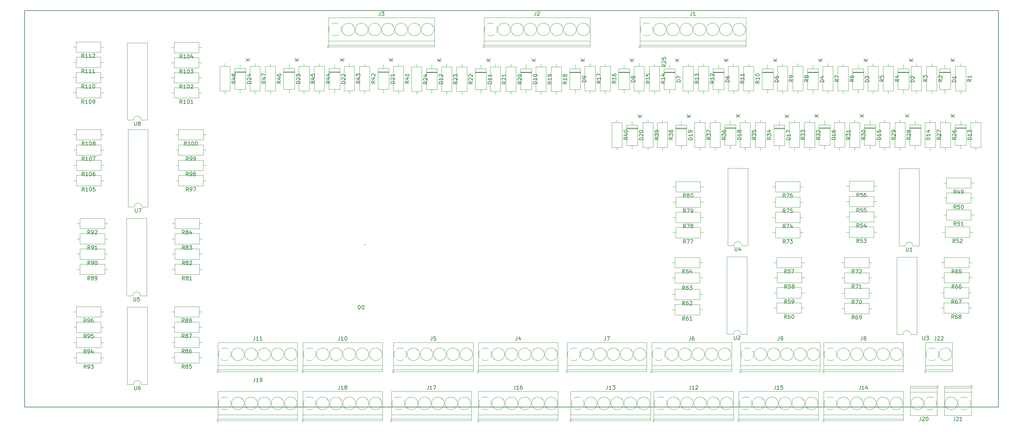
<source format=gbr>
%TF.GenerationSoftware,KiCad,Pcbnew,7.0.10*%
%TF.CreationDate,2024-02-14T14:15:43+07:00*%
%TF.ProjectId,Arduino_IO_Board,41726475-696e-46f5-9f49-4f5f426f6172,rev?*%
%TF.SameCoordinates,Original*%
%TF.FileFunction,Legend,Top*%
%TF.FilePolarity,Positive*%
%FSLAX46Y46*%
G04 Gerber Fmt 4.6, Leading zero omitted, Abs format (unit mm)*
G04 Created by KiCad (PCBNEW 7.0.10) date 2024-02-14 14:15:43*
%MOMM*%
%LPD*%
G01*
G04 APERTURE LIST*
%ADD10C,0.200000*%
%ADD11C,0.150000*%
%ADD12C,0.120000*%
G04 APERTURE END LIST*
D10*
X17000000Y-18000000D02*
X275000000Y-18000000D01*
X275000000Y-123000000D01*
X17000000Y-123000000D01*
X17000000Y-18000000D01*
D11*
X190762819Y-36892094D02*
X189762819Y-36892094D01*
X189762819Y-36892094D02*
X189762819Y-36653999D01*
X189762819Y-36653999D02*
X189810438Y-36511142D01*
X189810438Y-36511142D02*
X189905676Y-36415904D01*
X189905676Y-36415904D02*
X190000914Y-36368285D01*
X190000914Y-36368285D02*
X190191390Y-36320666D01*
X190191390Y-36320666D02*
X190334247Y-36320666D01*
X190334247Y-36320666D02*
X190524723Y-36368285D01*
X190524723Y-36368285D02*
X190619961Y-36415904D01*
X190619961Y-36415904D02*
X190715200Y-36511142D01*
X190715200Y-36511142D02*
X190762819Y-36653999D01*
X190762819Y-36653999D02*
X190762819Y-36892094D01*
X189762819Y-35987332D02*
X189762819Y-35320666D01*
X189762819Y-35320666D02*
X190762819Y-35749237D01*
X190392819Y-31335904D02*
X189392819Y-31335904D01*
X190392819Y-30764476D02*
X189821390Y-31193047D01*
X189392819Y-30764476D02*
X189964247Y-31335904D01*
X218537142Y-79609819D02*
X218203809Y-79133628D01*
X217965714Y-79609819D02*
X217965714Y-78609819D01*
X217965714Y-78609819D02*
X218346666Y-78609819D01*
X218346666Y-78609819D02*
X218441904Y-78657438D01*
X218441904Y-78657438D02*
X218489523Y-78705057D01*
X218489523Y-78705057D02*
X218537142Y-78800295D01*
X218537142Y-78800295D02*
X218537142Y-78943152D01*
X218537142Y-78943152D02*
X218489523Y-79038390D01*
X218489523Y-79038390D02*
X218441904Y-79086009D01*
X218441904Y-79086009D02*
X218346666Y-79133628D01*
X218346666Y-79133628D02*
X217965714Y-79133628D01*
X218870476Y-78609819D02*
X219537142Y-78609819D01*
X219537142Y-78609819D02*
X219108571Y-79609819D01*
X219822857Y-78609819D02*
X220441904Y-78609819D01*
X220441904Y-78609819D02*
X220108571Y-78990771D01*
X220108571Y-78990771D02*
X220251428Y-78990771D01*
X220251428Y-78990771D02*
X220346666Y-79038390D01*
X220346666Y-79038390D02*
X220394285Y-79086009D01*
X220394285Y-79086009D02*
X220441904Y-79181247D01*
X220441904Y-79181247D02*
X220441904Y-79419342D01*
X220441904Y-79419342D02*
X220394285Y-79514580D01*
X220394285Y-79514580D02*
X220346666Y-79562200D01*
X220346666Y-79562200D02*
X220251428Y-79609819D01*
X220251428Y-79609819D02*
X219965714Y-79609819D01*
X219965714Y-79609819D02*
X219870476Y-79562200D01*
X219870476Y-79562200D02*
X219822857Y-79514580D01*
X80824819Y-36642857D02*
X80348628Y-36976190D01*
X80824819Y-37214285D02*
X79824819Y-37214285D01*
X79824819Y-37214285D02*
X79824819Y-36833333D01*
X79824819Y-36833333D02*
X79872438Y-36738095D01*
X79872438Y-36738095D02*
X79920057Y-36690476D01*
X79920057Y-36690476D02*
X80015295Y-36642857D01*
X80015295Y-36642857D02*
X80158152Y-36642857D01*
X80158152Y-36642857D02*
X80253390Y-36690476D01*
X80253390Y-36690476D02*
X80301009Y-36738095D01*
X80301009Y-36738095D02*
X80348628Y-36833333D01*
X80348628Y-36833333D02*
X80348628Y-37214285D01*
X80158152Y-35785714D02*
X80824819Y-35785714D01*
X79777200Y-36023809D02*
X80491485Y-36261904D01*
X80491485Y-36261904D02*
X80491485Y-35642857D01*
X79824819Y-35357142D02*
X79824819Y-34690476D01*
X79824819Y-34690476D02*
X80824819Y-35119047D01*
X227774819Y-51562857D02*
X227298628Y-51896190D01*
X227774819Y-52134285D02*
X226774819Y-52134285D01*
X226774819Y-52134285D02*
X226774819Y-51753333D01*
X226774819Y-51753333D02*
X226822438Y-51658095D01*
X226822438Y-51658095D02*
X226870057Y-51610476D01*
X226870057Y-51610476D02*
X226965295Y-51562857D01*
X226965295Y-51562857D02*
X227108152Y-51562857D01*
X227108152Y-51562857D02*
X227203390Y-51610476D01*
X227203390Y-51610476D02*
X227251009Y-51658095D01*
X227251009Y-51658095D02*
X227298628Y-51753333D01*
X227298628Y-51753333D02*
X227298628Y-52134285D01*
X226774819Y-51229523D02*
X226774819Y-50610476D01*
X226774819Y-50610476D02*
X227155771Y-50943809D01*
X227155771Y-50943809D02*
X227155771Y-50800952D01*
X227155771Y-50800952D02*
X227203390Y-50705714D01*
X227203390Y-50705714D02*
X227251009Y-50658095D01*
X227251009Y-50658095D02*
X227346247Y-50610476D01*
X227346247Y-50610476D02*
X227584342Y-50610476D01*
X227584342Y-50610476D02*
X227679580Y-50658095D01*
X227679580Y-50658095D02*
X227727200Y-50705714D01*
X227727200Y-50705714D02*
X227774819Y-50800952D01*
X227774819Y-50800952D02*
X227774819Y-51086666D01*
X227774819Y-51086666D02*
X227727200Y-51181904D01*
X227727200Y-51181904D02*
X227679580Y-51229523D01*
X226870057Y-50229523D02*
X226822438Y-50181904D01*
X226822438Y-50181904D02*
X226774819Y-50086666D01*
X226774819Y-50086666D02*
X226774819Y-49848571D01*
X226774819Y-49848571D02*
X226822438Y-49753333D01*
X226822438Y-49753333D02*
X226870057Y-49705714D01*
X226870057Y-49705714D02*
X226965295Y-49658095D01*
X226965295Y-49658095D02*
X227060533Y-49658095D01*
X227060533Y-49658095D02*
X227203390Y-49705714D01*
X227203390Y-49705714D02*
X227774819Y-50277142D01*
X227774819Y-50277142D02*
X227774819Y-49658095D01*
X59277142Y-108669819D02*
X58943809Y-108193628D01*
X58705714Y-108669819D02*
X58705714Y-107669819D01*
X58705714Y-107669819D02*
X59086666Y-107669819D01*
X59086666Y-107669819D02*
X59181904Y-107717438D01*
X59181904Y-107717438D02*
X59229523Y-107765057D01*
X59229523Y-107765057D02*
X59277142Y-107860295D01*
X59277142Y-107860295D02*
X59277142Y-108003152D01*
X59277142Y-108003152D02*
X59229523Y-108098390D01*
X59229523Y-108098390D02*
X59181904Y-108146009D01*
X59181904Y-108146009D02*
X59086666Y-108193628D01*
X59086666Y-108193628D02*
X58705714Y-108193628D01*
X59848571Y-108098390D02*
X59753333Y-108050771D01*
X59753333Y-108050771D02*
X59705714Y-108003152D01*
X59705714Y-108003152D02*
X59658095Y-107907914D01*
X59658095Y-107907914D02*
X59658095Y-107860295D01*
X59658095Y-107860295D02*
X59705714Y-107765057D01*
X59705714Y-107765057D02*
X59753333Y-107717438D01*
X59753333Y-107717438D02*
X59848571Y-107669819D01*
X59848571Y-107669819D02*
X60039047Y-107669819D01*
X60039047Y-107669819D02*
X60134285Y-107717438D01*
X60134285Y-107717438D02*
X60181904Y-107765057D01*
X60181904Y-107765057D02*
X60229523Y-107860295D01*
X60229523Y-107860295D02*
X60229523Y-107907914D01*
X60229523Y-107907914D02*
X60181904Y-108003152D01*
X60181904Y-108003152D02*
X60134285Y-108050771D01*
X60134285Y-108050771D02*
X60039047Y-108098390D01*
X60039047Y-108098390D02*
X59848571Y-108098390D01*
X59848571Y-108098390D02*
X59753333Y-108146009D01*
X59753333Y-108146009D02*
X59705714Y-108193628D01*
X59705714Y-108193628D02*
X59658095Y-108288866D01*
X59658095Y-108288866D02*
X59658095Y-108479342D01*
X59658095Y-108479342D02*
X59705714Y-108574580D01*
X59705714Y-108574580D02*
X59753333Y-108622200D01*
X59753333Y-108622200D02*
X59848571Y-108669819D01*
X59848571Y-108669819D02*
X60039047Y-108669819D01*
X60039047Y-108669819D02*
X60134285Y-108622200D01*
X60134285Y-108622200D02*
X60181904Y-108574580D01*
X60181904Y-108574580D02*
X60229523Y-108479342D01*
X60229523Y-108479342D02*
X60229523Y-108288866D01*
X60229523Y-108288866D02*
X60181904Y-108193628D01*
X60181904Y-108193628D02*
X60134285Y-108146009D01*
X60134285Y-108146009D02*
X60039047Y-108098390D01*
X61086666Y-107669819D02*
X60896190Y-107669819D01*
X60896190Y-107669819D02*
X60800952Y-107717438D01*
X60800952Y-107717438D02*
X60753333Y-107765057D01*
X60753333Y-107765057D02*
X60658095Y-107907914D01*
X60658095Y-107907914D02*
X60610476Y-108098390D01*
X60610476Y-108098390D02*
X60610476Y-108479342D01*
X60610476Y-108479342D02*
X60658095Y-108574580D01*
X60658095Y-108574580D02*
X60705714Y-108622200D01*
X60705714Y-108622200D02*
X60800952Y-108669819D01*
X60800952Y-108669819D02*
X60991428Y-108669819D01*
X60991428Y-108669819D02*
X61086666Y-108622200D01*
X61086666Y-108622200D02*
X61134285Y-108574580D01*
X61134285Y-108574580D02*
X61181904Y-108479342D01*
X61181904Y-108479342D02*
X61181904Y-108241247D01*
X61181904Y-108241247D02*
X61134285Y-108146009D01*
X61134285Y-108146009D02*
X61086666Y-108098390D01*
X61086666Y-108098390D02*
X60991428Y-108050771D01*
X60991428Y-108050771D02*
X60800952Y-108050771D01*
X60800952Y-108050771D02*
X60705714Y-108098390D01*
X60705714Y-108098390D02*
X60658095Y-108146009D01*
X60658095Y-108146009D02*
X60610476Y-108241247D01*
X238077142Y-67309819D02*
X237743809Y-66833628D01*
X237505714Y-67309819D02*
X237505714Y-66309819D01*
X237505714Y-66309819D02*
X237886666Y-66309819D01*
X237886666Y-66309819D02*
X237981904Y-66357438D01*
X237981904Y-66357438D02*
X238029523Y-66405057D01*
X238029523Y-66405057D02*
X238077142Y-66500295D01*
X238077142Y-66500295D02*
X238077142Y-66643152D01*
X238077142Y-66643152D02*
X238029523Y-66738390D01*
X238029523Y-66738390D02*
X237981904Y-66786009D01*
X237981904Y-66786009D02*
X237886666Y-66833628D01*
X237886666Y-66833628D02*
X237505714Y-66833628D01*
X238981904Y-66309819D02*
X238505714Y-66309819D01*
X238505714Y-66309819D02*
X238458095Y-66786009D01*
X238458095Y-66786009D02*
X238505714Y-66738390D01*
X238505714Y-66738390D02*
X238600952Y-66690771D01*
X238600952Y-66690771D02*
X238839047Y-66690771D01*
X238839047Y-66690771D02*
X238934285Y-66738390D01*
X238934285Y-66738390D02*
X238981904Y-66786009D01*
X238981904Y-66786009D02*
X239029523Y-66881247D01*
X239029523Y-66881247D02*
X239029523Y-67119342D01*
X239029523Y-67119342D02*
X238981904Y-67214580D01*
X238981904Y-67214580D02*
X238934285Y-67262200D01*
X238934285Y-67262200D02*
X238839047Y-67309819D01*
X238839047Y-67309819D02*
X238600952Y-67309819D01*
X238600952Y-67309819D02*
X238505714Y-67262200D01*
X238505714Y-67262200D02*
X238458095Y-67214580D01*
X239886666Y-66309819D02*
X239696190Y-66309819D01*
X239696190Y-66309819D02*
X239600952Y-66357438D01*
X239600952Y-66357438D02*
X239553333Y-66405057D01*
X239553333Y-66405057D02*
X239458095Y-66547914D01*
X239458095Y-66547914D02*
X239410476Y-66738390D01*
X239410476Y-66738390D02*
X239410476Y-67119342D01*
X239410476Y-67119342D02*
X239458095Y-67214580D01*
X239458095Y-67214580D02*
X239505714Y-67262200D01*
X239505714Y-67262200D02*
X239600952Y-67309819D01*
X239600952Y-67309819D02*
X239791428Y-67309819D01*
X239791428Y-67309819D02*
X239886666Y-67262200D01*
X239886666Y-67262200D02*
X239934285Y-67214580D01*
X239934285Y-67214580D02*
X239981904Y-67119342D01*
X239981904Y-67119342D02*
X239981904Y-66881247D01*
X239981904Y-66881247D02*
X239934285Y-66786009D01*
X239934285Y-66786009D02*
X239886666Y-66738390D01*
X239886666Y-66738390D02*
X239791428Y-66690771D01*
X239791428Y-66690771D02*
X239600952Y-66690771D01*
X239600952Y-66690771D02*
X239505714Y-66738390D01*
X239505714Y-66738390D02*
X239458095Y-66786009D01*
X239458095Y-66786009D02*
X239410476Y-66881247D01*
X263837142Y-66459819D02*
X263503809Y-65983628D01*
X263265714Y-66459819D02*
X263265714Y-65459819D01*
X263265714Y-65459819D02*
X263646666Y-65459819D01*
X263646666Y-65459819D02*
X263741904Y-65507438D01*
X263741904Y-65507438D02*
X263789523Y-65555057D01*
X263789523Y-65555057D02*
X263837142Y-65650295D01*
X263837142Y-65650295D02*
X263837142Y-65793152D01*
X263837142Y-65793152D02*
X263789523Y-65888390D01*
X263789523Y-65888390D02*
X263741904Y-65936009D01*
X263741904Y-65936009D02*
X263646666Y-65983628D01*
X263646666Y-65983628D02*
X263265714Y-65983628D01*
X264694285Y-65793152D02*
X264694285Y-66459819D01*
X264456190Y-65412200D02*
X264218095Y-66126485D01*
X264218095Y-66126485D02*
X264837142Y-66126485D01*
X265265714Y-66459819D02*
X265456190Y-66459819D01*
X265456190Y-66459819D02*
X265551428Y-66412200D01*
X265551428Y-66412200D02*
X265599047Y-66364580D01*
X265599047Y-66364580D02*
X265694285Y-66221723D01*
X265694285Y-66221723D02*
X265741904Y-66031247D01*
X265741904Y-66031247D02*
X265741904Y-65650295D01*
X265741904Y-65650295D02*
X265694285Y-65555057D01*
X265694285Y-65555057D02*
X265646666Y-65507438D01*
X265646666Y-65507438D02*
X265551428Y-65459819D01*
X265551428Y-65459819D02*
X265360952Y-65459819D01*
X265360952Y-65459819D02*
X265265714Y-65507438D01*
X265265714Y-65507438D02*
X265218095Y-65555057D01*
X265218095Y-65555057D02*
X265170476Y-65650295D01*
X265170476Y-65650295D02*
X265170476Y-65888390D01*
X265170476Y-65888390D02*
X265218095Y-65983628D01*
X265218095Y-65983628D02*
X265265714Y-66031247D01*
X265265714Y-66031247D02*
X265360952Y-66078866D01*
X265360952Y-66078866D02*
X265551428Y-66078866D01*
X265551428Y-66078866D02*
X265646666Y-66031247D01*
X265646666Y-66031247D02*
X265694285Y-65983628D01*
X265694285Y-65983628D02*
X265741904Y-65888390D01*
X203762819Y-36892094D02*
X202762819Y-36892094D01*
X202762819Y-36892094D02*
X202762819Y-36653999D01*
X202762819Y-36653999D02*
X202810438Y-36511142D01*
X202810438Y-36511142D02*
X202905676Y-36415904D01*
X202905676Y-36415904D02*
X203000914Y-36368285D01*
X203000914Y-36368285D02*
X203191390Y-36320666D01*
X203191390Y-36320666D02*
X203334247Y-36320666D01*
X203334247Y-36320666D02*
X203524723Y-36368285D01*
X203524723Y-36368285D02*
X203619961Y-36415904D01*
X203619961Y-36415904D02*
X203715200Y-36511142D01*
X203715200Y-36511142D02*
X203762819Y-36653999D01*
X203762819Y-36653999D02*
X203762819Y-36892094D01*
X202762819Y-35463523D02*
X202762819Y-35653999D01*
X202762819Y-35653999D02*
X202810438Y-35749237D01*
X202810438Y-35749237D02*
X202858057Y-35796856D01*
X202858057Y-35796856D02*
X203000914Y-35892094D01*
X203000914Y-35892094D02*
X203191390Y-35939713D01*
X203191390Y-35939713D02*
X203572342Y-35939713D01*
X203572342Y-35939713D02*
X203667580Y-35892094D01*
X203667580Y-35892094D02*
X203715200Y-35844475D01*
X203715200Y-35844475D02*
X203762819Y-35749237D01*
X203762819Y-35749237D02*
X203762819Y-35558761D01*
X203762819Y-35558761D02*
X203715200Y-35463523D01*
X203715200Y-35463523D02*
X203667580Y-35415904D01*
X203667580Y-35415904D02*
X203572342Y-35368285D01*
X203572342Y-35368285D02*
X203334247Y-35368285D01*
X203334247Y-35368285D02*
X203239009Y-35415904D01*
X203239009Y-35415904D02*
X203191390Y-35463523D01*
X203191390Y-35463523D02*
X203143771Y-35558761D01*
X203143771Y-35558761D02*
X203143771Y-35749237D01*
X203143771Y-35749237D02*
X203191390Y-35844475D01*
X203191390Y-35844475D02*
X203239009Y-35892094D01*
X203239009Y-35892094D02*
X203334247Y-35939713D01*
X203392819Y-31335904D02*
X202392819Y-31335904D01*
X203392819Y-30764476D02*
X202821390Y-31193047D01*
X202392819Y-30764476D02*
X202964247Y-31335904D01*
X32800952Y-57724819D02*
X32467619Y-57248628D01*
X32229524Y-57724819D02*
X32229524Y-56724819D01*
X32229524Y-56724819D02*
X32610476Y-56724819D01*
X32610476Y-56724819D02*
X32705714Y-56772438D01*
X32705714Y-56772438D02*
X32753333Y-56820057D01*
X32753333Y-56820057D02*
X32800952Y-56915295D01*
X32800952Y-56915295D02*
X32800952Y-57058152D01*
X32800952Y-57058152D02*
X32753333Y-57153390D01*
X32753333Y-57153390D02*
X32705714Y-57201009D01*
X32705714Y-57201009D02*
X32610476Y-57248628D01*
X32610476Y-57248628D02*
X32229524Y-57248628D01*
X33753333Y-57724819D02*
X33181905Y-57724819D01*
X33467619Y-57724819D02*
X33467619Y-56724819D01*
X33467619Y-56724819D02*
X33372381Y-56867676D01*
X33372381Y-56867676D02*
X33277143Y-56962914D01*
X33277143Y-56962914D02*
X33181905Y-57010533D01*
X34372381Y-56724819D02*
X34467619Y-56724819D01*
X34467619Y-56724819D02*
X34562857Y-56772438D01*
X34562857Y-56772438D02*
X34610476Y-56820057D01*
X34610476Y-56820057D02*
X34658095Y-56915295D01*
X34658095Y-56915295D02*
X34705714Y-57105771D01*
X34705714Y-57105771D02*
X34705714Y-57343866D01*
X34705714Y-57343866D02*
X34658095Y-57534342D01*
X34658095Y-57534342D02*
X34610476Y-57629580D01*
X34610476Y-57629580D02*
X34562857Y-57677200D01*
X34562857Y-57677200D02*
X34467619Y-57724819D01*
X34467619Y-57724819D02*
X34372381Y-57724819D01*
X34372381Y-57724819D02*
X34277143Y-57677200D01*
X34277143Y-57677200D02*
X34229524Y-57629580D01*
X34229524Y-57629580D02*
X34181905Y-57534342D01*
X34181905Y-57534342D02*
X34134286Y-57343866D01*
X34134286Y-57343866D02*
X34134286Y-57105771D01*
X34134286Y-57105771D02*
X34181905Y-56915295D01*
X34181905Y-56915295D02*
X34229524Y-56820057D01*
X34229524Y-56820057D02*
X34277143Y-56772438D01*
X34277143Y-56772438D02*
X34372381Y-56724819D01*
X35039048Y-56724819D02*
X35705714Y-56724819D01*
X35705714Y-56724819D02*
X35277143Y-57724819D01*
X32800952Y-61774819D02*
X32467619Y-61298628D01*
X32229524Y-61774819D02*
X32229524Y-60774819D01*
X32229524Y-60774819D02*
X32610476Y-60774819D01*
X32610476Y-60774819D02*
X32705714Y-60822438D01*
X32705714Y-60822438D02*
X32753333Y-60870057D01*
X32753333Y-60870057D02*
X32800952Y-60965295D01*
X32800952Y-60965295D02*
X32800952Y-61108152D01*
X32800952Y-61108152D02*
X32753333Y-61203390D01*
X32753333Y-61203390D02*
X32705714Y-61251009D01*
X32705714Y-61251009D02*
X32610476Y-61298628D01*
X32610476Y-61298628D02*
X32229524Y-61298628D01*
X33753333Y-61774819D02*
X33181905Y-61774819D01*
X33467619Y-61774819D02*
X33467619Y-60774819D01*
X33467619Y-60774819D02*
X33372381Y-60917676D01*
X33372381Y-60917676D02*
X33277143Y-61012914D01*
X33277143Y-61012914D02*
X33181905Y-61060533D01*
X34372381Y-60774819D02*
X34467619Y-60774819D01*
X34467619Y-60774819D02*
X34562857Y-60822438D01*
X34562857Y-60822438D02*
X34610476Y-60870057D01*
X34610476Y-60870057D02*
X34658095Y-60965295D01*
X34658095Y-60965295D02*
X34705714Y-61155771D01*
X34705714Y-61155771D02*
X34705714Y-61393866D01*
X34705714Y-61393866D02*
X34658095Y-61584342D01*
X34658095Y-61584342D02*
X34610476Y-61679580D01*
X34610476Y-61679580D02*
X34562857Y-61727200D01*
X34562857Y-61727200D02*
X34467619Y-61774819D01*
X34467619Y-61774819D02*
X34372381Y-61774819D01*
X34372381Y-61774819D02*
X34277143Y-61727200D01*
X34277143Y-61727200D02*
X34229524Y-61679580D01*
X34229524Y-61679580D02*
X34181905Y-61584342D01*
X34181905Y-61584342D02*
X34134286Y-61393866D01*
X34134286Y-61393866D02*
X34134286Y-61155771D01*
X34134286Y-61155771D02*
X34181905Y-60965295D01*
X34181905Y-60965295D02*
X34229524Y-60870057D01*
X34229524Y-60870057D02*
X34277143Y-60822438D01*
X34277143Y-60822438D02*
X34372381Y-60774819D01*
X35562857Y-60774819D02*
X35372381Y-60774819D01*
X35372381Y-60774819D02*
X35277143Y-60822438D01*
X35277143Y-60822438D02*
X35229524Y-60870057D01*
X35229524Y-60870057D02*
X35134286Y-61012914D01*
X35134286Y-61012914D02*
X35086667Y-61203390D01*
X35086667Y-61203390D02*
X35086667Y-61584342D01*
X35086667Y-61584342D02*
X35134286Y-61679580D01*
X35134286Y-61679580D02*
X35181905Y-61727200D01*
X35181905Y-61727200D02*
X35277143Y-61774819D01*
X35277143Y-61774819D02*
X35467619Y-61774819D01*
X35467619Y-61774819D02*
X35562857Y-61727200D01*
X35562857Y-61727200D02*
X35610476Y-61679580D01*
X35610476Y-61679580D02*
X35658095Y-61584342D01*
X35658095Y-61584342D02*
X35658095Y-61346247D01*
X35658095Y-61346247D02*
X35610476Y-61251009D01*
X35610476Y-61251009D02*
X35562857Y-61203390D01*
X35562857Y-61203390D02*
X35467619Y-61155771D01*
X35467619Y-61155771D02*
X35277143Y-61155771D01*
X35277143Y-61155771D02*
X35181905Y-61203390D01*
X35181905Y-61203390D02*
X35134286Y-61251009D01*
X35134286Y-61251009D02*
X35086667Y-61346247D01*
X72874819Y-36642857D02*
X72398628Y-36976190D01*
X72874819Y-37214285D02*
X71874819Y-37214285D01*
X71874819Y-37214285D02*
X71874819Y-36833333D01*
X71874819Y-36833333D02*
X71922438Y-36738095D01*
X71922438Y-36738095D02*
X71970057Y-36690476D01*
X71970057Y-36690476D02*
X72065295Y-36642857D01*
X72065295Y-36642857D02*
X72208152Y-36642857D01*
X72208152Y-36642857D02*
X72303390Y-36690476D01*
X72303390Y-36690476D02*
X72351009Y-36738095D01*
X72351009Y-36738095D02*
X72398628Y-36833333D01*
X72398628Y-36833333D02*
X72398628Y-37214285D01*
X72208152Y-35785714D02*
X72874819Y-35785714D01*
X71827200Y-36023809D02*
X72541485Y-36261904D01*
X72541485Y-36261904D02*
X72541485Y-35642857D01*
X72303390Y-35119047D02*
X72255771Y-35214285D01*
X72255771Y-35214285D02*
X72208152Y-35261904D01*
X72208152Y-35261904D02*
X72112914Y-35309523D01*
X72112914Y-35309523D02*
X72065295Y-35309523D01*
X72065295Y-35309523D02*
X71970057Y-35261904D01*
X71970057Y-35261904D02*
X71922438Y-35214285D01*
X71922438Y-35214285D02*
X71874819Y-35119047D01*
X71874819Y-35119047D02*
X71874819Y-34928571D01*
X71874819Y-34928571D02*
X71922438Y-34833333D01*
X71922438Y-34833333D02*
X71970057Y-34785714D01*
X71970057Y-34785714D02*
X72065295Y-34738095D01*
X72065295Y-34738095D02*
X72112914Y-34738095D01*
X72112914Y-34738095D02*
X72208152Y-34785714D01*
X72208152Y-34785714D02*
X72255771Y-34833333D01*
X72255771Y-34833333D02*
X72303390Y-34928571D01*
X72303390Y-34928571D02*
X72303390Y-35119047D01*
X72303390Y-35119047D02*
X72351009Y-35214285D01*
X72351009Y-35214285D02*
X72398628Y-35261904D01*
X72398628Y-35261904D02*
X72493866Y-35309523D01*
X72493866Y-35309523D02*
X72684342Y-35309523D01*
X72684342Y-35309523D02*
X72779580Y-35261904D01*
X72779580Y-35261904D02*
X72827200Y-35214285D01*
X72827200Y-35214285D02*
X72874819Y-35119047D01*
X72874819Y-35119047D02*
X72874819Y-34928571D01*
X72874819Y-34928571D02*
X72827200Y-34833333D01*
X72827200Y-34833333D02*
X72779580Y-34785714D01*
X72779580Y-34785714D02*
X72684342Y-34738095D01*
X72684342Y-34738095D02*
X72493866Y-34738095D01*
X72493866Y-34738095D02*
X72398628Y-34785714D01*
X72398628Y-34785714D02*
X72351009Y-34833333D01*
X72351009Y-34833333D02*
X72303390Y-34928571D01*
X238077142Y-71359819D02*
X237743809Y-70883628D01*
X237505714Y-71359819D02*
X237505714Y-70359819D01*
X237505714Y-70359819D02*
X237886666Y-70359819D01*
X237886666Y-70359819D02*
X237981904Y-70407438D01*
X237981904Y-70407438D02*
X238029523Y-70455057D01*
X238029523Y-70455057D02*
X238077142Y-70550295D01*
X238077142Y-70550295D02*
X238077142Y-70693152D01*
X238077142Y-70693152D02*
X238029523Y-70788390D01*
X238029523Y-70788390D02*
X237981904Y-70836009D01*
X237981904Y-70836009D02*
X237886666Y-70883628D01*
X237886666Y-70883628D02*
X237505714Y-70883628D01*
X238981904Y-70359819D02*
X238505714Y-70359819D01*
X238505714Y-70359819D02*
X238458095Y-70836009D01*
X238458095Y-70836009D02*
X238505714Y-70788390D01*
X238505714Y-70788390D02*
X238600952Y-70740771D01*
X238600952Y-70740771D02*
X238839047Y-70740771D01*
X238839047Y-70740771D02*
X238934285Y-70788390D01*
X238934285Y-70788390D02*
X238981904Y-70836009D01*
X238981904Y-70836009D02*
X239029523Y-70931247D01*
X239029523Y-70931247D02*
X239029523Y-71169342D01*
X239029523Y-71169342D02*
X238981904Y-71264580D01*
X238981904Y-71264580D02*
X238934285Y-71312200D01*
X238934285Y-71312200D02*
X238839047Y-71359819D01*
X238839047Y-71359819D02*
X238600952Y-71359819D01*
X238600952Y-71359819D02*
X238505714Y-71312200D01*
X238505714Y-71312200D02*
X238458095Y-71264580D01*
X239934285Y-70359819D02*
X239458095Y-70359819D01*
X239458095Y-70359819D02*
X239410476Y-70836009D01*
X239410476Y-70836009D02*
X239458095Y-70788390D01*
X239458095Y-70788390D02*
X239553333Y-70740771D01*
X239553333Y-70740771D02*
X239791428Y-70740771D01*
X239791428Y-70740771D02*
X239886666Y-70788390D01*
X239886666Y-70788390D02*
X239934285Y-70836009D01*
X239934285Y-70836009D02*
X239981904Y-70931247D01*
X239981904Y-70931247D02*
X239981904Y-71169342D01*
X239981904Y-71169342D02*
X239934285Y-71264580D01*
X239934285Y-71264580D02*
X239886666Y-71312200D01*
X239886666Y-71312200D02*
X239791428Y-71359819D01*
X239791428Y-71359819D02*
X239553333Y-71359819D01*
X239553333Y-71359819D02*
X239458095Y-71312200D01*
X239458095Y-71312200D02*
X239410476Y-71264580D01*
X186912819Y-32265857D02*
X186436628Y-32599190D01*
X186912819Y-32837285D02*
X185912819Y-32837285D01*
X185912819Y-32837285D02*
X185912819Y-32456333D01*
X185912819Y-32456333D02*
X185960438Y-32361095D01*
X185960438Y-32361095D02*
X186008057Y-32313476D01*
X186008057Y-32313476D02*
X186103295Y-32265857D01*
X186103295Y-32265857D02*
X186246152Y-32265857D01*
X186246152Y-32265857D02*
X186341390Y-32313476D01*
X186341390Y-32313476D02*
X186389009Y-32361095D01*
X186389009Y-32361095D02*
X186436628Y-32456333D01*
X186436628Y-32456333D02*
X186436628Y-32837285D01*
X186008057Y-31884904D02*
X185960438Y-31837285D01*
X185960438Y-31837285D02*
X185912819Y-31742047D01*
X185912819Y-31742047D02*
X185912819Y-31503952D01*
X185912819Y-31503952D02*
X185960438Y-31408714D01*
X185960438Y-31408714D02*
X186008057Y-31361095D01*
X186008057Y-31361095D02*
X186103295Y-31313476D01*
X186103295Y-31313476D02*
X186198533Y-31313476D01*
X186198533Y-31313476D02*
X186341390Y-31361095D01*
X186341390Y-31361095D02*
X186912819Y-31932523D01*
X186912819Y-31932523D02*
X186912819Y-31313476D01*
X185912819Y-30408714D02*
X185912819Y-30884904D01*
X185912819Y-30884904D02*
X186389009Y-30932523D01*
X186389009Y-30932523D02*
X186341390Y-30884904D01*
X186341390Y-30884904D02*
X186293771Y-30789666D01*
X186293771Y-30789666D02*
X186293771Y-30551571D01*
X186293771Y-30551571D02*
X186341390Y-30456333D01*
X186341390Y-30456333D02*
X186389009Y-30408714D01*
X186389009Y-30408714D02*
X186484247Y-30361095D01*
X186484247Y-30361095D02*
X186722342Y-30361095D01*
X186722342Y-30361095D02*
X186817580Y-30408714D01*
X186817580Y-30408714D02*
X186865200Y-30456333D01*
X186865200Y-30456333D02*
X186912819Y-30551571D01*
X186912819Y-30551571D02*
X186912819Y-30789666D01*
X186912819Y-30789666D02*
X186865200Y-30884904D01*
X186865200Y-30884904D02*
X186817580Y-30932523D01*
X235724819Y-51562857D02*
X235248628Y-51896190D01*
X235724819Y-52134285D02*
X234724819Y-52134285D01*
X234724819Y-52134285D02*
X234724819Y-51753333D01*
X234724819Y-51753333D02*
X234772438Y-51658095D01*
X234772438Y-51658095D02*
X234820057Y-51610476D01*
X234820057Y-51610476D02*
X234915295Y-51562857D01*
X234915295Y-51562857D02*
X235058152Y-51562857D01*
X235058152Y-51562857D02*
X235153390Y-51610476D01*
X235153390Y-51610476D02*
X235201009Y-51658095D01*
X235201009Y-51658095D02*
X235248628Y-51753333D01*
X235248628Y-51753333D02*
X235248628Y-52134285D01*
X234724819Y-51229523D02*
X234724819Y-50610476D01*
X234724819Y-50610476D02*
X235105771Y-50943809D01*
X235105771Y-50943809D02*
X235105771Y-50800952D01*
X235105771Y-50800952D02*
X235153390Y-50705714D01*
X235153390Y-50705714D02*
X235201009Y-50658095D01*
X235201009Y-50658095D02*
X235296247Y-50610476D01*
X235296247Y-50610476D02*
X235534342Y-50610476D01*
X235534342Y-50610476D02*
X235629580Y-50658095D01*
X235629580Y-50658095D02*
X235677200Y-50705714D01*
X235677200Y-50705714D02*
X235724819Y-50800952D01*
X235724819Y-50800952D02*
X235724819Y-51086666D01*
X235724819Y-51086666D02*
X235677200Y-51181904D01*
X235677200Y-51181904D02*
X235629580Y-51229523D01*
X235724819Y-49658095D02*
X235724819Y-50229523D01*
X235724819Y-49943809D02*
X234724819Y-49943809D01*
X234724819Y-49943809D02*
X234867676Y-50039047D01*
X234867676Y-50039047D02*
X234962914Y-50134285D01*
X234962914Y-50134285D02*
X235010533Y-50229523D01*
X60357142Y-61774819D02*
X60023809Y-61298628D01*
X59785714Y-61774819D02*
X59785714Y-60774819D01*
X59785714Y-60774819D02*
X60166666Y-60774819D01*
X60166666Y-60774819D02*
X60261904Y-60822438D01*
X60261904Y-60822438D02*
X60309523Y-60870057D01*
X60309523Y-60870057D02*
X60357142Y-60965295D01*
X60357142Y-60965295D02*
X60357142Y-61108152D01*
X60357142Y-61108152D02*
X60309523Y-61203390D01*
X60309523Y-61203390D02*
X60261904Y-61251009D01*
X60261904Y-61251009D02*
X60166666Y-61298628D01*
X60166666Y-61298628D02*
X59785714Y-61298628D01*
X60833333Y-61774819D02*
X61023809Y-61774819D01*
X61023809Y-61774819D02*
X61119047Y-61727200D01*
X61119047Y-61727200D02*
X61166666Y-61679580D01*
X61166666Y-61679580D02*
X61261904Y-61536723D01*
X61261904Y-61536723D02*
X61309523Y-61346247D01*
X61309523Y-61346247D02*
X61309523Y-60965295D01*
X61309523Y-60965295D02*
X61261904Y-60870057D01*
X61261904Y-60870057D02*
X61214285Y-60822438D01*
X61214285Y-60822438D02*
X61119047Y-60774819D01*
X61119047Y-60774819D02*
X60928571Y-60774819D01*
X60928571Y-60774819D02*
X60833333Y-60822438D01*
X60833333Y-60822438D02*
X60785714Y-60870057D01*
X60785714Y-60870057D02*
X60738095Y-60965295D01*
X60738095Y-60965295D02*
X60738095Y-61203390D01*
X60738095Y-61203390D02*
X60785714Y-61298628D01*
X60785714Y-61298628D02*
X60833333Y-61346247D01*
X60833333Y-61346247D02*
X60928571Y-61393866D01*
X60928571Y-61393866D02*
X61119047Y-61393866D01*
X61119047Y-61393866D02*
X61214285Y-61346247D01*
X61214285Y-61346247D02*
X61261904Y-61298628D01*
X61261904Y-61298628D02*
X61309523Y-61203390D01*
X61880952Y-61203390D02*
X61785714Y-61155771D01*
X61785714Y-61155771D02*
X61738095Y-61108152D01*
X61738095Y-61108152D02*
X61690476Y-61012914D01*
X61690476Y-61012914D02*
X61690476Y-60965295D01*
X61690476Y-60965295D02*
X61738095Y-60870057D01*
X61738095Y-60870057D02*
X61785714Y-60822438D01*
X61785714Y-60822438D02*
X61880952Y-60774819D01*
X61880952Y-60774819D02*
X62071428Y-60774819D01*
X62071428Y-60774819D02*
X62166666Y-60822438D01*
X62166666Y-60822438D02*
X62214285Y-60870057D01*
X62214285Y-60870057D02*
X62261904Y-60965295D01*
X62261904Y-60965295D02*
X62261904Y-61012914D01*
X62261904Y-61012914D02*
X62214285Y-61108152D01*
X62214285Y-61108152D02*
X62166666Y-61155771D01*
X62166666Y-61155771D02*
X62071428Y-61203390D01*
X62071428Y-61203390D02*
X61880952Y-61203390D01*
X61880952Y-61203390D02*
X61785714Y-61251009D01*
X61785714Y-61251009D02*
X61738095Y-61298628D01*
X61738095Y-61298628D02*
X61690476Y-61393866D01*
X61690476Y-61393866D02*
X61690476Y-61584342D01*
X61690476Y-61584342D02*
X61738095Y-61679580D01*
X61738095Y-61679580D02*
X61785714Y-61727200D01*
X61785714Y-61727200D02*
X61880952Y-61774819D01*
X61880952Y-61774819D02*
X62071428Y-61774819D01*
X62071428Y-61774819D02*
X62166666Y-61727200D01*
X62166666Y-61727200D02*
X62214285Y-61679580D01*
X62214285Y-61679580D02*
X62261904Y-61584342D01*
X62261904Y-61584342D02*
X62261904Y-61393866D01*
X62261904Y-61393866D02*
X62214285Y-61298628D01*
X62214285Y-61298628D02*
X62166666Y-61251009D01*
X62166666Y-61251009D02*
X62071428Y-61203390D01*
X205228095Y-80659819D02*
X205228095Y-81469342D01*
X205228095Y-81469342D02*
X205275714Y-81564580D01*
X205275714Y-81564580D02*
X205323333Y-81612200D01*
X205323333Y-81612200D02*
X205418571Y-81659819D01*
X205418571Y-81659819D02*
X205609047Y-81659819D01*
X205609047Y-81659819D02*
X205704285Y-81612200D01*
X205704285Y-81612200D02*
X205751904Y-81564580D01*
X205751904Y-81564580D02*
X205799523Y-81469342D01*
X205799523Y-81469342D02*
X205799523Y-80659819D01*
X206704285Y-80993152D02*
X206704285Y-81659819D01*
X206466190Y-80612200D02*
X206228095Y-81326485D01*
X206228095Y-81326485D02*
X206847142Y-81326485D01*
X34277142Y-85289819D02*
X33943809Y-84813628D01*
X33705714Y-85289819D02*
X33705714Y-84289819D01*
X33705714Y-84289819D02*
X34086666Y-84289819D01*
X34086666Y-84289819D02*
X34181904Y-84337438D01*
X34181904Y-84337438D02*
X34229523Y-84385057D01*
X34229523Y-84385057D02*
X34277142Y-84480295D01*
X34277142Y-84480295D02*
X34277142Y-84623152D01*
X34277142Y-84623152D02*
X34229523Y-84718390D01*
X34229523Y-84718390D02*
X34181904Y-84766009D01*
X34181904Y-84766009D02*
X34086666Y-84813628D01*
X34086666Y-84813628D02*
X33705714Y-84813628D01*
X34753333Y-85289819D02*
X34943809Y-85289819D01*
X34943809Y-85289819D02*
X35039047Y-85242200D01*
X35039047Y-85242200D02*
X35086666Y-85194580D01*
X35086666Y-85194580D02*
X35181904Y-85051723D01*
X35181904Y-85051723D02*
X35229523Y-84861247D01*
X35229523Y-84861247D02*
X35229523Y-84480295D01*
X35229523Y-84480295D02*
X35181904Y-84385057D01*
X35181904Y-84385057D02*
X35134285Y-84337438D01*
X35134285Y-84337438D02*
X35039047Y-84289819D01*
X35039047Y-84289819D02*
X34848571Y-84289819D01*
X34848571Y-84289819D02*
X34753333Y-84337438D01*
X34753333Y-84337438D02*
X34705714Y-84385057D01*
X34705714Y-84385057D02*
X34658095Y-84480295D01*
X34658095Y-84480295D02*
X34658095Y-84718390D01*
X34658095Y-84718390D02*
X34705714Y-84813628D01*
X34705714Y-84813628D02*
X34753333Y-84861247D01*
X34753333Y-84861247D02*
X34848571Y-84908866D01*
X34848571Y-84908866D02*
X35039047Y-84908866D01*
X35039047Y-84908866D02*
X35134285Y-84861247D01*
X35134285Y-84861247D02*
X35181904Y-84813628D01*
X35181904Y-84813628D02*
X35229523Y-84718390D01*
X35848571Y-84289819D02*
X35943809Y-84289819D01*
X35943809Y-84289819D02*
X36039047Y-84337438D01*
X36039047Y-84337438D02*
X36086666Y-84385057D01*
X36086666Y-84385057D02*
X36134285Y-84480295D01*
X36134285Y-84480295D02*
X36181904Y-84670771D01*
X36181904Y-84670771D02*
X36181904Y-84908866D01*
X36181904Y-84908866D02*
X36134285Y-85099342D01*
X36134285Y-85099342D02*
X36086666Y-85194580D01*
X36086666Y-85194580D02*
X36039047Y-85242200D01*
X36039047Y-85242200D02*
X35943809Y-85289819D01*
X35943809Y-85289819D02*
X35848571Y-85289819D01*
X35848571Y-85289819D02*
X35753333Y-85242200D01*
X35753333Y-85242200D02*
X35705714Y-85194580D01*
X35705714Y-85194580D02*
X35658095Y-85099342D01*
X35658095Y-85099342D02*
X35610476Y-84908866D01*
X35610476Y-84908866D02*
X35610476Y-84670771D01*
X35610476Y-84670771D02*
X35658095Y-84480295D01*
X35658095Y-84480295D02*
X35705714Y-84385057D01*
X35705714Y-84385057D02*
X35753333Y-84337438D01*
X35753333Y-84337438D02*
X35848571Y-84289819D01*
X192157142Y-67459819D02*
X191823809Y-66983628D01*
X191585714Y-67459819D02*
X191585714Y-66459819D01*
X191585714Y-66459819D02*
X191966666Y-66459819D01*
X191966666Y-66459819D02*
X192061904Y-66507438D01*
X192061904Y-66507438D02*
X192109523Y-66555057D01*
X192109523Y-66555057D02*
X192157142Y-66650295D01*
X192157142Y-66650295D02*
X192157142Y-66793152D01*
X192157142Y-66793152D02*
X192109523Y-66888390D01*
X192109523Y-66888390D02*
X192061904Y-66936009D01*
X192061904Y-66936009D02*
X191966666Y-66983628D01*
X191966666Y-66983628D02*
X191585714Y-66983628D01*
X192728571Y-66888390D02*
X192633333Y-66840771D01*
X192633333Y-66840771D02*
X192585714Y-66793152D01*
X192585714Y-66793152D02*
X192538095Y-66697914D01*
X192538095Y-66697914D02*
X192538095Y-66650295D01*
X192538095Y-66650295D02*
X192585714Y-66555057D01*
X192585714Y-66555057D02*
X192633333Y-66507438D01*
X192633333Y-66507438D02*
X192728571Y-66459819D01*
X192728571Y-66459819D02*
X192919047Y-66459819D01*
X192919047Y-66459819D02*
X193014285Y-66507438D01*
X193014285Y-66507438D02*
X193061904Y-66555057D01*
X193061904Y-66555057D02*
X193109523Y-66650295D01*
X193109523Y-66650295D02*
X193109523Y-66697914D01*
X193109523Y-66697914D02*
X193061904Y-66793152D01*
X193061904Y-66793152D02*
X193014285Y-66840771D01*
X193014285Y-66840771D02*
X192919047Y-66888390D01*
X192919047Y-66888390D02*
X192728571Y-66888390D01*
X192728571Y-66888390D02*
X192633333Y-66936009D01*
X192633333Y-66936009D02*
X192585714Y-66983628D01*
X192585714Y-66983628D02*
X192538095Y-67078866D01*
X192538095Y-67078866D02*
X192538095Y-67269342D01*
X192538095Y-67269342D02*
X192585714Y-67364580D01*
X192585714Y-67364580D02*
X192633333Y-67412200D01*
X192633333Y-67412200D02*
X192728571Y-67459819D01*
X192728571Y-67459819D02*
X192919047Y-67459819D01*
X192919047Y-67459819D02*
X193014285Y-67412200D01*
X193014285Y-67412200D02*
X193061904Y-67364580D01*
X193061904Y-67364580D02*
X193109523Y-67269342D01*
X193109523Y-67269342D02*
X193109523Y-67078866D01*
X193109523Y-67078866D02*
X193061904Y-66983628D01*
X193061904Y-66983628D02*
X193014285Y-66936009D01*
X193014285Y-66936009D02*
X192919047Y-66888390D01*
X193728571Y-66459819D02*
X193823809Y-66459819D01*
X193823809Y-66459819D02*
X193919047Y-66507438D01*
X193919047Y-66507438D02*
X193966666Y-66555057D01*
X193966666Y-66555057D02*
X194014285Y-66650295D01*
X194014285Y-66650295D02*
X194061904Y-66840771D01*
X194061904Y-66840771D02*
X194061904Y-67078866D01*
X194061904Y-67078866D02*
X194014285Y-67269342D01*
X194014285Y-67269342D02*
X193966666Y-67364580D01*
X193966666Y-67364580D02*
X193919047Y-67412200D01*
X193919047Y-67412200D02*
X193823809Y-67459819D01*
X193823809Y-67459819D02*
X193728571Y-67459819D01*
X193728571Y-67459819D02*
X193633333Y-67412200D01*
X193633333Y-67412200D02*
X193585714Y-67364580D01*
X193585714Y-67364580D02*
X193538095Y-67269342D01*
X193538095Y-67269342D02*
X193490476Y-67078866D01*
X193490476Y-67078866D02*
X193490476Y-66840771D01*
X193490476Y-66840771D02*
X193538095Y-66650295D01*
X193538095Y-66650295D02*
X193585714Y-66555057D01*
X193585714Y-66555057D02*
X193633333Y-66507438D01*
X193633333Y-66507438D02*
X193728571Y-66459819D01*
X238916666Y-104294819D02*
X238916666Y-105009104D01*
X238916666Y-105009104D02*
X238869047Y-105151961D01*
X238869047Y-105151961D02*
X238773809Y-105247200D01*
X238773809Y-105247200D02*
X238630952Y-105294819D01*
X238630952Y-105294819D02*
X238535714Y-105294819D01*
X239535714Y-104723390D02*
X239440476Y-104675771D01*
X239440476Y-104675771D02*
X239392857Y-104628152D01*
X239392857Y-104628152D02*
X239345238Y-104532914D01*
X239345238Y-104532914D02*
X239345238Y-104485295D01*
X239345238Y-104485295D02*
X239392857Y-104390057D01*
X239392857Y-104390057D02*
X239440476Y-104342438D01*
X239440476Y-104342438D02*
X239535714Y-104294819D01*
X239535714Y-104294819D02*
X239726190Y-104294819D01*
X239726190Y-104294819D02*
X239821428Y-104342438D01*
X239821428Y-104342438D02*
X239869047Y-104390057D01*
X239869047Y-104390057D02*
X239916666Y-104485295D01*
X239916666Y-104485295D02*
X239916666Y-104532914D01*
X239916666Y-104532914D02*
X239869047Y-104628152D01*
X239869047Y-104628152D02*
X239821428Y-104675771D01*
X239821428Y-104675771D02*
X239726190Y-104723390D01*
X239726190Y-104723390D02*
X239535714Y-104723390D01*
X239535714Y-104723390D02*
X239440476Y-104771009D01*
X239440476Y-104771009D02*
X239392857Y-104818628D01*
X239392857Y-104818628D02*
X239345238Y-104913866D01*
X239345238Y-104913866D02*
X239345238Y-105104342D01*
X239345238Y-105104342D02*
X239392857Y-105199580D01*
X239392857Y-105199580D02*
X239440476Y-105247200D01*
X239440476Y-105247200D02*
X239535714Y-105294819D01*
X239535714Y-105294819D02*
X239726190Y-105294819D01*
X239726190Y-105294819D02*
X239821428Y-105247200D01*
X239821428Y-105247200D02*
X239869047Y-105199580D01*
X239869047Y-105199580D02*
X239916666Y-105104342D01*
X239916666Y-105104342D02*
X239916666Y-104913866D01*
X239916666Y-104913866D02*
X239869047Y-104818628D01*
X239869047Y-104818628D02*
X239821428Y-104771009D01*
X239821428Y-104771009D02*
X239726190Y-104723390D01*
X59277142Y-104619819D02*
X58943809Y-104143628D01*
X58705714Y-104619819D02*
X58705714Y-103619819D01*
X58705714Y-103619819D02*
X59086666Y-103619819D01*
X59086666Y-103619819D02*
X59181904Y-103667438D01*
X59181904Y-103667438D02*
X59229523Y-103715057D01*
X59229523Y-103715057D02*
X59277142Y-103810295D01*
X59277142Y-103810295D02*
X59277142Y-103953152D01*
X59277142Y-103953152D02*
X59229523Y-104048390D01*
X59229523Y-104048390D02*
X59181904Y-104096009D01*
X59181904Y-104096009D02*
X59086666Y-104143628D01*
X59086666Y-104143628D02*
X58705714Y-104143628D01*
X59848571Y-104048390D02*
X59753333Y-104000771D01*
X59753333Y-104000771D02*
X59705714Y-103953152D01*
X59705714Y-103953152D02*
X59658095Y-103857914D01*
X59658095Y-103857914D02*
X59658095Y-103810295D01*
X59658095Y-103810295D02*
X59705714Y-103715057D01*
X59705714Y-103715057D02*
X59753333Y-103667438D01*
X59753333Y-103667438D02*
X59848571Y-103619819D01*
X59848571Y-103619819D02*
X60039047Y-103619819D01*
X60039047Y-103619819D02*
X60134285Y-103667438D01*
X60134285Y-103667438D02*
X60181904Y-103715057D01*
X60181904Y-103715057D02*
X60229523Y-103810295D01*
X60229523Y-103810295D02*
X60229523Y-103857914D01*
X60229523Y-103857914D02*
X60181904Y-103953152D01*
X60181904Y-103953152D02*
X60134285Y-104000771D01*
X60134285Y-104000771D02*
X60039047Y-104048390D01*
X60039047Y-104048390D02*
X59848571Y-104048390D01*
X59848571Y-104048390D02*
X59753333Y-104096009D01*
X59753333Y-104096009D02*
X59705714Y-104143628D01*
X59705714Y-104143628D02*
X59658095Y-104238866D01*
X59658095Y-104238866D02*
X59658095Y-104429342D01*
X59658095Y-104429342D02*
X59705714Y-104524580D01*
X59705714Y-104524580D02*
X59753333Y-104572200D01*
X59753333Y-104572200D02*
X59848571Y-104619819D01*
X59848571Y-104619819D02*
X60039047Y-104619819D01*
X60039047Y-104619819D02*
X60134285Y-104572200D01*
X60134285Y-104572200D02*
X60181904Y-104524580D01*
X60181904Y-104524580D02*
X60229523Y-104429342D01*
X60229523Y-104429342D02*
X60229523Y-104238866D01*
X60229523Y-104238866D02*
X60181904Y-104143628D01*
X60181904Y-104143628D02*
X60134285Y-104096009D01*
X60134285Y-104096009D02*
X60039047Y-104048390D01*
X60562857Y-103619819D02*
X61229523Y-103619819D01*
X61229523Y-103619819D02*
X60800952Y-104619819D01*
X32800952Y-53674819D02*
X32467619Y-53198628D01*
X32229524Y-53674819D02*
X32229524Y-52674819D01*
X32229524Y-52674819D02*
X32610476Y-52674819D01*
X32610476Y-52674819D02*
X32705714Y-52722438D01*
X32705714Y-52722438D02*
X32753333Y-52770057D01*
X32753333Y-52770057D02*
X32800952Y-52865295D01*
X32800952Y-52865295D02*
X32800952Y-53008152D01*
X32800952Y-53008152D02*
X32753333Y-53103390D01*
X32753333Y-53103390D02*
X32705714Y-53151009D01*
X32705714Y-53151009D02*
X32610476Y-53198628D01*
X32610476Y-53198628D02*
X32229524Y-53198628D01*
X33753333Y-53674819D02*
X33181905Y-53674819D01*
X33467619Y-53674819D02*
X33467619Y-52674819D01*
X33467619Y-52674819D02*
X33372381Y-52817676D01*
X33372381Y-52817676D02*
X33277143Y-52912914D01*
X33277143Y-52912914D02*
X33181905Y-52960533D01*
X34372381Y-52674819D02*
X34467619Y-52674819D01*
X34467619Y-52674819D02*
X34562857Y-52722438D01*
X34562857Y-52722438D02*
X34610476Y-52770057D01*
X34610476Y-52770057D02*
X34658095Y-52865295D01*
X34658095Y-52865295D02*
X34705714Y-53055771D01*
X34705714Y-53055771D02*
X34705714Y-53293866D01*
X34705714Y-53293866D02*
X34658095Y-53484342D01*
X34658095Y-53484342D02*
X34610476Y-53579580D01*
X34610476Y-53579580D02*
X34562857Y-53627200D01*
X34562857Y-53627200D02*
X34467619Y-53674819D01*
X34467619Y-53674819D02*
X34372381Y-53674819D01*
X34372381Y-53674819D02*
X34277143Y-53627200D01*
X34277143Y-53627200D02*
X34229524Y-53579580D01*
X34229524Y-53579580D02*
X34181905Y-53484342D01*
X34181905Y-53484342D02*
X34134286Y-53293866D01*
X34134286Y-53293866D02*
X34134286Y-53055771D01*
X34134286Y-53055771D02*
X34181905Y-52865295D01*
X34181905Y-52865295D02*
X34229524Y-52770057D01*
X34229524Y-52770057D02*
X34277143Y-52722438D01*
X34277143Y-52722438D02*
X34372381Y-52674819D01*
X35277143Y-53103390D02*
X35181905Y-53055771D01*
X35181905Y-53055771D02*
X35134286Y-53008152D01*
X35134286Y-53008152D02*
X35086667Y-52912914D01*
X35086667Y-52912914D02*
X35086667Y-52865295D01*
X35086667Y-52865295D02*
X35134286Y-52770057D01*
X35134286Y-52770057D02*
X35181905Y-52722438D01*
X35181905Y-52722438D02*
X35277143Y-52674819D01*
X35277143Y-52674819D02*
X35467619Y-52674819D01*
X35467619Y-52674819D02*
X35562857Y-52722438D01*
X35562857Y-52722438D02*
X35610476Y-52770057D01*
X35610476Y-52770057D02*
X35658095Y-52865295D01*
X35658095Y-52865295D02*
X35658095Y-52912914D01*
X35658095Y-52912914D02*
X35610476Y-53008152D01*
X35610476Y-53008152D02*
X35562857Y-53055771D01*
X35562857Y-53055771D02*
X35467619Y-53103390D01*
X35467619Y-53103390D02*
X35277143Y-53103390D01*
X35277143Y-53103390D02*
X35181905Y-53151009D01*
X35181905Y-53151009D02*
X35134286Y-53198628D01*
X35134286Y-53198628D02*
X35086667Y-53293866D01*
X35086667Y-53293866D02*
X35086667Y-53484342D01*
X35086667Y-53484342D02*
X35134286Y-53579580D01*
X35134286Y-53579580D02*
X35181905Y-53627200D01*
X35181905Y-53627200D02*
X35277143Y-53674819D01*
X35277143Y-53674819D02*
X35467619Y-53674819D01*
X35467619Y-53674819D02*
X35562857Y-53627200D01*
X35562857Y-53627200D02*
X35610476Y-53579580D01*
X35610476Y-53579580D02*
X35658095Y-53484342D01*
X35658095Y-53484342D02*
X35658095Y-53293866D01*
X35658095Y-53293866D02*
X35610476Y-53198628D01*
X35610476Y-53198628D02*
X35562857Y-53151009D01*
X35562857Y-53151009D02*
X35467619Y-53103390D01*
X176774819Y-51562857D02*
X176298628Y-51896190D01*
X176774819Y-52134285D02*
X175774819Y-52134285D01*
X175774819Y-52134285D02*
X175774819Y-51753333D01*
X175774819Y-51753333D02*
X175822438Y-51658095D01*
X175822438Y-51658095D02*
X175870057Y-51610476D01*
X175870057Y-51610476D02*
X175965295Y-51562857D01*
X175965295Y-51562857D02*
X176108152Y-51562857D01*
X176108152Y-51562857D02*
X176203390Y-51610476D01*
X176203390Y-51610476D02*
X176251009Y-51658095D01*
X176251009Y-51658095D02*
X176298628Y-51753333D01*
X176298628Y-51753333D02*
X176298628Y-52134285D01*
X176108152Y-50705714D02*
X176774819Y-50705714D01*
X175727200Y-50943809D02*
X176441485Y-51181904D01*
X176441485Y-51181904D02*
X176441485Y-50562857D01*
X175774819Y-49991428D02*
X175774819Y-49896190D01*
X175774819Y-49896190D02*
X175822438Y-49800952D01*
X175822438Y-49800952D02*
X175870057Y-49753333D01*
X175870057Y-49753333D02*
X175965295Y-49705714D01*
X175965295Y-49705714D02*
X176155771Y-49658095D01*
X176155771Y-49658095D02*
X176393866Y-49658095D01*
X176393866Y-49658095D02*
X176584342Y-49705714D01*
X176584342Y-49705714D02*
X176679580Y-49753333D01*
X176679580Y-49753333D02*
X176727200Y-49800952D01*
X176727200Y-49800952D02*
X176774819Y-49896190D01*
X176774819Y-49896190D02*
X176774819Y-49991428D01*
X176774819Y-49991428D02*
X176727200Y-50086666D01*
X176727200Y-50086666D02*
X176679580Y-50134285D01*
X176679580Y-50134285D02*
X176584342Y-50181904D01*
X176584342Y-50181904D02*
X176393866Y-50229523D01*
X176393866Y-50229523D02*
X176155771Y-50229523D01*
X176155771Y-50229523D02*
X175965295Y-50181904D01*
X175965295Y-50181904D02*
X175870057Y-50134285D01*
X175870057Y-50134285D02*
X175822438Y-50086666D01*
X175822438Y-50086666D02*
X175774819Y-49991428D01*
X77940476Y-115294819D02*
X77940476Y-116009104D01*
X77940476Y-116009104D02*
X77892857Y-116151961D01*
X77892857Y-116151961D02*
X77797619Y-116247200D01*
X77797619Y-116247200D02*
X77654762Y-116294819D01*
X77654762Y-116294819D02*
X77559524Y-116294819D01*
X78940476Y-116294819D02*
X78369048Y-116294819D01*
X78654762Y-116294819D02*
X78654762Y-115294819D01*
X78654762Y-115294819D02*
X78559524Y-115437676D01*
X78559524Y-115437676D02*
X78464286Y-115532914D01*
X78464286Y-115532914D02*
X78369048Y-115580533D01*
X79416667Y-116294819D02*
X79607143Y-116294819D01*
X79607143Y-116294819D02*
X79702381Y-116247200D01*
X79702381Y-116247200D02*
X79750000Y-116199580D01*
X79750000Y-116199580D02*
X79845238Y-116056723D01*
X79845238Y-116056723D02*
X79892857Y-115866247D01*
X79892857Y-115866247D02*
X79892857Y-115485295D01*
X79892857Y-115485295D02*
X79845238Y-115390057D01*
X79845238Y-115390057D02*
X79797619Y-115342438D01*
X79797619Y-115342438D02*
X79702381Y-115294819D01*
X79702381Y-115294819D02*
X79511905Y-115294819D01*
X79511905Y-115294819D02*
X79416667Y-115342438D01*
X79416667Y-115342438D02*
X79369048Y-115390057D01*
X79369048Y-115390057D02*
X79321429Y-115485295D01*
X79321429Y-115485295D02*
X79321429Y-115723390D01*
X79321429Y-115723390D02*
X79369048Y-115818628D01*
X79369048Y-115818628D02*
X79416667Y-115866247D01*
X79416667Y-115866247D02*
X79511905Y-115913866D01*
X79511905Y-115913866D02*
X79702381Y-115913866D01*
X79702381Y-115913866D02*
X79797619Y-115866247D01*
X79797619Y-115866247D02*
X79845238Y-115818628D01*
X79845238Y-115818628D02*
X79892857Y-115723390D01*
X165762819Y-36892094D02*
X164762819Y-36892094D01*
X164762819Y-36892094D02*
X164762819Y-36653999D01*
X164762819Y-36653999D02*
X164810438Y-36511142D01*
X164810438Y-36511142D02*
X164905676Y-36415904D01*
X164905676Y-36415904D02*
X165000914Y-36368285D01*
X165000914Y-36368285D02*
X165191390Y-36320666D01*
X165191390Y-36320666D02*
X165334247Y-36320666D01*
X165334247Y-36320666D02*
X165524723Y-36368285D01*
X165524723Y-36368285D02*
X165619961Y-36415904D01*
X165619961Y-36415904D02*
X165715200Y-36511142D01*
X165715200Y-36511142D02*
X165762819Y-36653999D01*
X165762819Y-36653999D02*
X165762819Y-36892094D01*
X165762819Y-35844475D02*
X165762819Y-35653999D01*
X165762819Y-35653999D02*
X165715200Y-35558761D01*
X165715200Y-35558761D02*
X165667580Y-35511142D01*
X165667580Y-35511142D02*
X165524723Y-35415904D01*
X165524723Y-35415904D02*
X165334247Y-35368285D01*
X165334247Y-35368285D02*
X164953295Y-35368285D01*
X164953295Y-35368285D02*
X164858057Y-35415904D01*
X164858057Y-35415904D02*
X164810438Y-35463523D01*
X164810438Y-35463523D02*
X164762819Y-35558761D01*
X164762819Y-35558761D02*
X164762819Y-35749237D01*
X164762819Y-35749237D02*
X164810438Y-35844475D01*
X164810438Y-35844475D02*
X164858057Y-35892094D01*
X164858057Y-35892094D02*
X164953295Y-35939713D01*
X164953295Y-35939713D02*
X165191390Y-35939713D01*
X165191390Y-35939713D02*
X165286628Y-35892094D01*
X165286628Y-35892094D02*
X165334247Y-35844475D01*
X165334247Y-35844475D02*
X165381866Y-35749237D01*
X165381866Y-35749237D02*
X165381866Y-35558761D01*
X165381866Y-35558761D02*
X165334247Y-35463523D01*
X165334247Y-35463523D02*
X165286628Y-35415904D01*
X165286628Y-35415904D02*
X165191390Y-35368285D01*
X165392819Y-31335904D02*
X164392819Y-31335904D01*
X165392819Y-30764476D02*
X164821390Y-31193047D01*
X164392819Y-30764476D02*
X164964247Y-31335904D01*
X236837142Y-87539819D02*
X236503809Y-87063628D01*
X236265714Y-87539819D02*
X236265714Y-86539819D01*
X236265714Y-86539819D02*
X236646666Y-86539819D01*
X236646666Y-86539819D02*
X236741904Y-86587438D01*
X236741904Y-86587438D02*
X236789523Y-86635057D01*
X236789523Y-86635057D02*
X236837142Y-86730295D01*
X236837142Y-86730295D02*
X236837142Y-86873152D01*
X236837142Y-86873152D02*
X236789523Y-86968390D01*
X236789523Y-86968390D02*
X236741904Y-87016009D01*
X236741904Y-87016009D02*
X236646666Y-87063628D01*
X236646666Y-87063628D02*
X236265714Y-87063628D01*
X237170476Y-86539819D02*
X237837142Y-86539819D01*
X237837142Y-86539819D02*
X237408571Y-87539819D01*
X238170476Y-86635057D02*
X238218095Y-86587438D01*
X238218095Y-86587438D02*
X238313333Y-86539819D01*
X238313333Y-86539819D02*
X238551428Y-86539819D01*
X238551428Y-86539819D02*
X238646666Y-86587438D01*
X238646666Y-86587438D02*
X238694285Y-86635057D01*
X238694285Y-86635057D02*
X238741904Y-86730295D01*
X238741904Y-86730295D02*
X238741904Y-86825533D01*
X238741904Y-86825533D02*
X238694285Y-86968390D01*
X238694285Y-86968390D02*
X238122857Y-87539819D01*
X238122857Y-87539819D02*
X238741904Y-87539819D01*
X238077142Y-75409819D02*
X237743809Y-74933628D01*
X237505714Y-75409819D02*
X237505714Y-74409819D01*
X237505714Y-74409819D02*
X237886666Y-74409819D01*
X237886666Y-74409819D02*
X237981904Y-74457438D01*
X237981904Y-74457438D02*
X238029523Y-74505057D01*
X238029523Y-74505057D02*
X238077142Y-74600295D01*
X238077142Y-74600295D02*
X238077142Y-74743152D01*
X238077142Y-74743152D02*
X238029523Y-74838390D01*
X238029523Y-74838390D02*
X237981904Y-74886009D01*
X237981904Y-74886009D02*
X237886666Y-74933628D01*
X237886666Y-74933628D02*
X237505714Y-74933628D01*
X238981904Y-74409819D02*
X238505714Y-74409819D01*
X238505714Y-74409819D02*
X238458095Y-74886009D01*
X238458095Y-74886009D02*
X238505714Y-74838390D01*
X238505714Y-74838390D02*
X238600952Y-74790771D01*
X238600952Y-74790771D02*
X238839047Y-74790771D01*
X238839047Y-74790771D02*
X238934285Y-74838390D01*
X238934285Y-74838390D02*
X238981904Y-74886009D01*
X238981904Y-74886009D02*
X239029523Y-74981247D01*
X239029523Y-74981247D02*
X239029523Y-75219342D01*
X239029523Y-75219342D02*
X238981904Y-75314580D01*
X238981904Y-75314580D02*
X238934285Y-75362200D01*
X238934285Y-75362200D02*
X238839047Y-75409819D01*
X238839047Y-75409819D02*
X238600952Y-75409819D01*
X238600952Y-75409819D02*
X238505714Y-75362200D01*
X238505714Y-75362200D02*
X238458095Y-75314580D01*
X239886666Y-74743152D02*
X239886666Y-75409819D01*
X239648571Y-74362200D02*
X239410476Y-75076485D01*
X239410476Y-75076485D02*
X240029523Y-75076485D01*
X258440476Y-104294819D02*
X258440476Y-105009104D01*
X258440476Y-105009104D02*
X258392857Y-105151961D01*
X258392857Y-105151961D02*
X258297619Y-105247200D01*
X258297619Y-105247200D02*
X258154762Y-105294819D01*
X258154762Y-105294819D02*
X258059524Y-105294819D01*
X258869048Y-104390057D02*
X258916667Y-104342438D01*
X258916667Y-104342438D02*
X259011905Y-104294819D01*
X259011905Y-104294819D02*
X259250000Y-104294819D01*
X259250000Y-104294819D02*
X259345238Y-104342438D01*
X259345238Y-104342438D02*
X259392857Y-104390057D01*
X259392857Y-104390057D02*
X259440476Y-104485295D01*
X259440476Y-104485295D02*
X259440476Y-104580533D01*
X259440476Y-104580533D02*
X259392857Y-104723390D01*
X259392857Y-104723390D02*
X258821429Y-105294819D01*
X258821429Y-105294819D02*
X259440476Y-105294819D01*
X259821429Y-104390057D02*
X259869048Y-104342438D01*
X259869048Y-104342438D02*
X259964286Y-104294819D01*
X259964286Y-104294819D02*
X260202381Y-104294819D01*
X260202381Y-104294819D02*
X260297619Y-104342438D01*
X260297619Y-104342438D02*
X260345238Y-104390057D01*
X260345238Y-104390057D02*
X260392857Y-104485295D01*
X260392857Y-104485295D02*
X260392857Y-104580533D01*
X260392857Y-104580533D02*
X260345238Y-104723390D01*
X260345238Y-104723390D02*
X259773810Y-105294819D01*
X259773810Y-105294819D02*
X260392857Y-105294819D01*
X123662819Y-36796857D02*
X123186628Y-37130190D01*
X123662819Y-37368285D02*
X122662819Y-37368285D01*
X122662819Y-37368285D02*
X122662819Y-36987333D01*
X122662819Y-36987333D02*
X122710438Y-36892095D01*
X122710438Y-36892095D02*
X122758057Y-36844476D01*
X122758057Y-36844476D02*
X122853295Y-36796857D01*
X122853295Y-36796857D02*
X122996152Y-36796857D01*
X122996152Y-36796857D02*
X123091390Y-36844476D01*
X123091390Y-36844476D02*
X123139009Y-36892095D01*
X123139009Y-36892095D02*
X123186628Y-36987333D01*
X123186628Y-36987333D02*
X123186628Y-37368285D01*
X122758057Y-36415904D02*
X122710438Y-36368285D01*
X122710438Y-36368285D02*
X122662819Y-36273047D01*
X122662819Y-36273047D02*
X122662819Y-36034952D01*
X122662819Y-36034952D02*
X122710438Y-35939714D01*
X122710438Y-35939714D02*
X122758057Y-35892095D01*
X122758057Y-35892095D02*
X122853295Y-35844476D01*
X122853295Y-35844476D02*
X122948533Y-35844476D01*
X122948533Y-35844476D02*
X123091390Y-35892095D01*
X123091390Y-35892095D02*
X123662819Y-36463523D01*
X123662819Y-36463523D02*
X123662819Y-35844476D01*
X122996152Y-34987333D02*
X123662819Y-34987333D01*
X122615200Y-35225428D02*
X123329485Y-35463523D01*
X123329485Y-35463523D02*
X123329485Y-34844476D01*
X236662819Y-36166666D02*
X236186628Y-36499999D01*
X236662819Y-36738094D02*
X235662819Y-36738094D01*
X235662819Y-36738094D02*
X235662819Y-36357142D01*
X235662819Y-36357142D02*
X235710438Y-36261904D01*
X235710438Y-36261904D02*
X235758057Y-36214285D01*
X235758057Y-36214285D02*
X235853295Y-36166666D01*
X235853295Y-36166666D02*
X235996152Y-36166666D01*
X235996152Y-36166666D02*
X236091390Y-36214285D01*
X236091390Y-36214285D02*
X236139009Y-36261904D01*
X236139009Y-36261904D02*
X236186628Y-36357142D01*
X236186628Y-36357142D02*
X236186628Y-36738094D01*
X235662819Y-35309523D02*
X235662819Y-35499999D01*
X235662819Y-35499999D02*
X235710438Y-35595237D01*
X235710438Y-35595237D02*
X235758057Y-35642856D01*
X235758057Y-35642856D02*
X235900914Y-35738094D01*
X235900914Y-35738094D02*
X236091390Y-35785713D01*
X236091390Y-35785713D02*
X236472342Y-35785713D01*
X236472342Y-35785713D02*
X236567580Y-35738094D01*
X236567580Y-35738094D02*
X236615200Y-35690475D01*
X236615200Y-35690475D02*
X236662819Y-35595237D01*
X236662819Y-35595237D02*
X236662819Y-35404761D01*
X236662819Y-35404761D02*
X236615200Y-35309523D01*
X236615200Y-35309523D02*
X236567580Y-35261904D01*
X236567580Y-35261904D02*
X236472342Y-35214285D01*
X236472342Y-35214285D02*
X236234247Y-35214285D01*
X236234247Y-35214285D02*
X236139009Y-35261904D01*
X236139009Y-35261904D02*
X236091390Y-35309523D01*
X236091390Y-35309523D02*
X236043771Y-35404761D01*
X236043771Y-35404761D02*
X236043771Y-35595237D01*
X236043771Y-35595237D02*
X236091390Y-35690475D01*
X236091390Y-35690475D02*
X236139009Y-35738094D01*
X236139009Y-35738094D02*
X236234247Y-35785713D01*
X207612819Y-36642857D02*
X207136628Y-36976190D01*
X207612819Y-37214285D02*
X206612819Y-37214285D01*
X206612819Y-37214285D02*
X206612819Y-36833333D01*
X206612819Y-36833333D02*
X206660438Y-36738095D01*
X206660438Y-36738095D02*
X206708057Y-36690476D01*
X206708057Y-36690476D02*
X206803295Y-36642857D01*
X206803295Y-36642857D02*
X206946152Y-36642857D01*
X206946152Y-36642857D02*
X207041390Y-36690476D01*
X207041390Y-36690476D02*
X207089009Y-36738095D01*
X207089009Y-36738095D02*
X207136628Y-36833333D01*
X207136628Y-36833333D02*
X207136628Y-37214285D01*
X207612819Y-35690476D02*
X207612819Y-36261904D01*
X207612819Y-35976190D02*
X206612819Y-35976190D01*
X206612819Y-35976190D02*
X206755676Y-36071428D01*
X206755676Y-36071428D02*
X206850914Y-36166666D01*
X206850914Y-36166666D02*
X206898533Y-36261904D01*
X207612819Y-34738095D02*
X207612819Y-35309523D01*
X207612819Y-35023809D02*
X206612819Y-35023809D01*
X206612819Y-35023809D02*
X206755676Y-35119047D01*
X206755676Y-35119047D02*
X206850914Y-35214285D01*
X206850914Y-35214285D02*
X206898533Y-35309523D01*
X256112819Y-36166666D02*
X255636628Y-36499999D01*
X256112819Y-36738094D02*
X255112819Y-36738094D01*
X255112819Y-36738094D02*
X255112819Y-36357142D01*
X255112819Y-36357142D02*
X255160438Y-36261904D01*
X255160438Y-36261904D02*
X255208057Y-36214285D01*
X255208057Y-36214285D02*
X255303295Y-36166666D01*
X255303295Y-36166666D02*
X255446152Y-36166666D01*
X255446152Y-36166666D02*
X255541390Y-36214285D01*
X255541390Y-36214285D02*
X255589009Y-36261904D01*
X255589009Y-36261904D02*
X255636628Y-36357142D01*
X255636628Y-36357142D02*
X255636628Y-36738094D01*
X255112819Y-35833332D02*
X255112819Y-35214285D01*
X255112819Y-35214285D02*
X255493771Y-35547618D01*
X255493771Y-35547618D02*
X255493771Y-35404761D01*
X255493771Y-35404761D02*
X255541390Y-35309523D01*
X255541390Y-35309523D02*
X255589009Y-35261904D01*
X255589009Y-35261904D02*
X255684247Y-35214285D01*
X255684247Y-35214285D02*
X255922342Y-35214285D01*
X255922342Y-35214285D02*
X256017580Y-35261904D01*
X256017580Y-35261904D02*
X256065200Y-35309523D01*
X256065200Y-35309523D02*
X256112819Y-35404761D01*
X256112819Y-35404761D02*
X256112819Y-35690475D01*
X256112819Y-35690475D02*
X256065200Y-35785713D01*
X256065200Y-35785713D02*
X256017580Y-35833332D01*
X210724819Y-51562857D02*
X210248628Y-51896190D01*
X210724819Y-52134285D02*
X209724819Y-52134285D01*
X209724819Y-52134285D02*
X209724819Y-51753333D01*
X209724819Y-51753333D02*
X209772438Y-51658095D01*
X209772438Y-51658095D02*
X209820057Y-51610476D01*
X209820057Y-51610476D02*
X209915295Y-51562857D01*
X209915295Y-51562857D02*
X210058152Y-51562857D01*
X210058152Y-51562857D02*
X210153390Y-51610476D01*
X210153390Y-51610476D02*
X210201009Y-51658095D01*
X210201009Y-51658095D02*
X210248628Y-51753333D01*
X210248628Y-51753333D02*
X210248628Y-52134285D01*
X209724819Y-51229523D02*
X209724819Y-50610476D01*
X209724819Y-50610476D02*
X210105771Y-50943809D01*
X210105771Y-50943809D02*
X210105771Y-50800952D01*
X210105771Y-50800952D02*
X210153390Y-50705714D01*
X210153390Y-50705714D02*
X210201009Y-50658095D01*
X210201009Y-50658095D02*
X210296247Y-50610476D01*
X210296247Y-50610476D02*
X210534342Y-50610476D01*
X210534342Y-50610476D02*
X210629580Y-50658095D01*
X210629580Y-50658095D02*
X210677200Y-50705714D01*
X210677200Y-50705714D02*
X210724819Y-50800952D01*
X210724819Y-50800952D02*
X210724819Y-51086666D01*
X210724819Y-51086666D02*
X210677200Y-51181904D01*
X210677200Y-51181904D02*
X210629580Y-51229523D01*
X209724819Y-49705714D02*
X209724819Y-50181904D01*
X209724819Y-50181904D02*
X210201009Y-50229523D01*
X210201009Y-50229523D02*
X210153390Y-50181904D01*
X210153390Y-50181904D02*
X210105771Y-50086666D01*
X210105771Y-50086666D02*
X210105771Y-49848571D01*
X210105771Y-49848571D02*
X210153390Y-49753333D01*
X210153390Y-49753333D02*
X210201009Y-49705714D01*
X210201009Y-49705714D02*
X210296247Y-49658095D01*
X210296247Y-49658095D02*
X210534342Y-49658095D01*
X210534342Y-49658095D02*
X210629580Y-49705714D01*
X210629580Y-49705714D02*
X210677200Y-49753333D01*
X210677200Y-49753333D02*
X210724819Y-49848571D01*
X210724819Y-49848571D02*
X210724819Y-50086666D01*
X210724819Y-50086666D02*
X210677200Y-50181904D01*
X210677200Y-50181904D02*
X210629580Y-50229523D01*
X58720952Y-34594819D02*
X58387619Y-34118628D01*
X58149524Y-34594819D02*
X58149524Y-33594819D01*
X58149524Y-33594819D02*
X58530476Y-33594819D01*
X58530476Y-33594819D02*
X58625714Y-33642438D01*
X58625714Y-33642438D02*
X58673333Y-33690057D01*
X58673333Y-33690057D02*
X58720952Y-33785295D01*
X58720952Y-33785295D02*
X58720952Y-33928152D01*
X58720952Y-33928152D02*
X58673333Y-34023390D01*
X58673333Y-34023390D02*
X58625714Y-34071009D01*
X58625714Y-34071009D02*
X58530476Y-34118628D01*
X58530476Y-34118628D02*
X58149524Y-34118628D01*
X59673333Y-34594819D02*
X59101905Y-34594819D01*
X59387619Y-34594819D02*
X59387619Y-33594819D01*
X59387619Y-33594819D02*
X59292381Y-33737676D01*
X59292381Y-33737676D02*
X59197143Y-33832914D01*
X59197143Y-33832914D02*
X59101905Y-33880533D01*
X60292381Y-33594819D02*
X60387619Y-33594819D01*
X60387619Y-33594819D02*
X60482857Y-33642438D01*
X60482857Y-33642438D02*
X60530476Y-33690057D01*
X60530476Y-33690057D02*
X60578095Y-33785295D01*
X60578095Y-33785295D02*
X60625714Y-33975771D01*
X60625714Y-33975771D02*
X60625714Y-34213866D01*
X60625714Y-34213866D02*
X60578095Y-34404342D01*
X60578095Y-34404342D02*
X60530476Y-34499580D01*
X60530476Y-34499580D02*
X60482857Y-34547200D01*
X60482857Y-34547200D02*
X60387619Y-34594819D01*
X60387619Y-34594819D02*
X60292381Y-34594819D01*
X60292381Y-34594819D02*
X60197143Y-34547200D01*
X60197143Y-34547200D02*
X60149524Y-34499580D01*
X60149524Y-34499580D02*
X60101905Y-34404342D01*
X60101905Y-34404342D02*
X60054286Y-34213866D01*
X60054286Y-34213866D02*
X60054286Y-33975771D01*
X60054286Y-33975771D02*
X60101905Y-33785295D01*
X60101905Y-33785295D02*
X60149524Y-33690057D01*
X60149524Y-33690057D02*
X60197143Y-33642438D01*
X60197143Y-33642438D02*
X60292381Y-33594819D01*
X60959048Y-33594819D02*
X61578095Y-33594819D01*
X61578095Y-33594819D02*
X61244762Y-33975771D01*
X61244762Y-33975771D02*
X61387619Y-33975771D01*
X61387619Y-33975771D02*
X61482857Y-34023390D01*
X61482857Y-34023390D02*
X61530476Y-34071009D01*
X61530476Y-34071009D02*
X61578095Y-34166247D01*
X61578095Y-34166247D02*
X61578095Y-34404342D01*
X61578095Y-34404342D02*
X61530476Y-34499580D01*
X61530476Y-34499580D02*
X61482857Y-34547200D01*
X61482857Y-34547200D02*
X61387619Y-34594819D01*
X61387619Y-34594819D02*
X61101905Y-34594819D01*
X61101905Y-34594819D02*
X61006667Y-34547200D01*
X61006667Y-34547200D02*
X60959048Y-34499580D01*
X263837142Y-74899819D02*
X263503809Y-74423628D01*
X263265714Y-74899819D02*
X263265714Y-73899819D01*
X263265714Y-73899819D02*
X263646666Y-73899819D01*
X263646666Y-73899819D02*
X263741904Y-73947438D01*
X263741904Y-73947438D02*
X263789523Y-73995057D01*
X263789523Y-73995057D02*
X263837142Y-74090295D01*
X263837142Y-74090295D02*
X263837142Y-74233152D01*
X263837142Y-74233152D02*
X263789523Y-74328390D01*
X263789523Y-74328390D02*
X263741904Y-74376009D01*
X263741904Y-74376009D02*
X263646666Y-74423628D01*
X263646666Y-74423628D02*
X263265714Y-74423628D01*
X264741904Y-73899819D02*
X264265714Y-73899819D01*
X264265714Y-73899819D02*
X264218095Y-74376009D01*
X264218095Y-74376009D02*
X264265714Y-74328390D01*
X264265714Y-74328390D02*
X264360952Y-74280771D01*
X264360952Y-74280771D02*
X264599047Y-74280771D01*
X264599047Y-74280771D02*
X264694285Y-74328390D01*
X264694285Y-74328390D02*
X264741904Y-74376009D01*
X264741904Y-74376009D02*
X264789523Y-74471247D01*
X264789523Y-74471247D02*
X264789523Y-74709342D01*
X264789523Y-74709342D02*
X264741904Y-74804580D01*
X264741904Y-74804580D02*
X264694285Y-74852200D01*
X264694285Y-74852200D02*
X264599047Y-74899819D01*
X264599047Y-74899819D02*
X264360952Y-74899819D01*
X264360952Y-74899819D02*
X264265714Y-74852200D01*
X264265714Y-74852200D02*
X264218095Y-74804580D01*
X265741904Y-74899819D02*
X265170476Y-74899819D01*
X265456190Y-74899819D02*
X265456190Y-73899819D01*
X265456190Y-73899819D02*
X265360952Y-74042676D01*
X265360952Y-74042676D02*
X265265714Y-74137914D01*
X265265714Y-74137914D02*
X265170476Y-74185533D01*
X218537142Y-75559819D02*
X218203809Y-75083628D01*
X217965714Y-75559819D02*
X217965714Y-74559819D01*
X217965714Y-74559819D02*
X218346666Y-74559819D01*
X218346666Y-74559819D02*
X218441904Y-74607438D01*
X218441904Y-74607438D02*
X218489523Y-74655057D01*
X218489523Y-74655057D02*
X218537142Y-74750295D01*
X218537142Y-74750295D02*
X218537142Y-74893152D01*
X218537142Y-74893152D02*
X218489523Y-74988390D01*
X218489523Y-74988390D02*
X218441904Y-75036009D01*
X218441904Y-75036009D02*
X218346666Y-75083628D01*
X218346666Y-75083628D02*
X217965714Y-75083628D01*
X218870476Y-74559819D02*
X219537142Y-74559819D01*
X219537142Y-74559819D02*
X219108571Y-75559819D01*
X220346666Y-74893152D02*
X220346666Y-75559819D01*
X220108571Y-74512200D02*
X219870476Y-75226485D01*
X219870476Y-75226485D02*
X220489523Y-75226485D01*
X263440476Y-125614819D02*
X263440476Y-126329104D01*
X263440476Y-126329104D02*
X263392857Y-126471961D01*
X263392857Y-126471961D02*
X263297619Y-126567200D01*
X263297619Y-126567200D02*
X263154762Y-126614819D01*
X263154762Y-126614819D02*
X263059524Y-126614819D01*
X263869048Y-125710057D02*
X263916667Y-125662438D01*
X263916667Y-125662438D02*
X264011905Y-125614819D01*
X264011905Y-125614819D02*
X264250000Y-125614819D01*
X264250000Y-125614819D02*
X264345238Y-125662438D01*
X264345238Y-125662438D02*
X264392857Y-125710057D01*
X264392857Y-125710057D02*
X264440476Y-125805295D01*
X264440476Y-125805295D02*
X264440476Y-125900533D01*
X264440476Y-125900533D02*
X264392857Y-126043390D01*
X264392857Y-126043390D02*
X263821429Y-126614819D01*
X263821429Y-126614819D02*
X264440476Y-126614819D01*
X265392857Y-126614819D02*
X264821429Y-126614819D01*
X265107143Y-126614819D02*
X265107143Y-125614819D01*
X265107143Y-125614819D02*
X265011905Y-125757676D01*
X265011905Y-125757676D02*
X264916667Y-125852914D01*
X264916667Y-125852914D02*
X264821429Y-125900533D01*
X171440476Y-117294819D02*
X171440476Y-118009104D01*
X171440476Y-118009104D02*
X171392857Y-118151961D01*
X171392857Y-118151961D02*
X171297619Y-118247200D01*
X171297619Y-118247200D02*
X171154762Y-118294819D01*
X171154762Y-118294819D02*
X171059524Y-118294819D01*
X172440476Y-118294819D02*
X171869048Y-118294819D01*
X172154762Y-118294819D02*
X172154762Y-117294819D01*
X172154762Y-117294819D02*
X172059524Y-117437676D01*
X172059524Y-117437676D02*
X171964286Y-117532914D01*
X171964286Y-117532914D02*
X171869048Y-117580533D01*
X172773810Y-117294819D02*
X173392857Y-117294819D01*
X173392857Y-117294819D02*
X173059524Y-117675771D01*
X173059524Y-117675771D02*
X173202381Y-117675771D01*
X173202381Y-117675771D02*
X173297619Y-117723390D01*
X173297619Y-117723390D02*
X173345238Y-117771009D01*
X173345238Y-117771009D02*
X173392857Y-117866247D01*
X173392857Y-117866247D02*
X173392857Y-118104342D01*
X173392857Y-118104342D02*
X173345238Y-118199580D01*
X173345238Y-118199580D02*
X173297619Y-118247200D01*
X173297619Y-118247200D02*
X173202381Y-118294819D01*
X173202381Y-118294819D02*
X172916667Y-118294819D01*
X172916667Y-118294819D02*
X172821429Y-118247200D01*
X172821429Y-118247200D02*
X172773810Y-118199580D01*
X193874819Y-52214285D02*
X192874819Y-52214285D01*
X192874819Y-52214285D02*
X192874819Y-51976190D01*
X192874819Y-51976190D02*
X192922438Y-51833333D01*
X192922438Y-51833333D02*
X193017676Y-51738095D01*
X193017676Y-51738095D02*
X193112914Y-51690476D01*
X193112914Y-51690476D02*
X193303390Y-51642857D01*
X193303390Y-51642857D02*
X193446247Y-51642857D01*
X193446247Y-51642857D02*
X193636723Y-51690476D01*
X193636723Y-51690476D02*
X193731961Y-51738095D01*
X193731961Y-51738095D02*
X193827200Y-51833333D01*
X193827200Y-51833333D02*
X193874819Y-51976190D01*
X193874819Y-51976190D02*
X193874819Y-52214285D01*
X193874819Y-50690476D02*
X193874819Y-51261904D01*
X193874819Y-50976190D02*
X192874819Y-50976190D01*
X192874819Y-50976190D02*
X193017676Y-51071428D01*
X193017676Y-51071428D02*
X193112914Y-51166666D01*
X193112914Y-51166666D02*
X193160533Y-51261904D01*
X193874819Y-50214285D02*
X193874819Y-50023809D01*
X193874819Y-50023809D02*
X193827200Y-49928571D01*
X193827200Y-49928571D02*
X193779580Y-49880952D01*
X193779580Y-49880952D02*
X193636723Y-49785714D01*
X193636723Y-49785714D02*
X193446247Y-49738095D01*
X193446247Y-49738095D02*
X193065295Y-49738095D01*
X193065295Y-49738095D02*
X192970057Y-49785714D01*
X192970057Y-49785714D02*
X192922438Y-49833333D01*
X192922438Y-49833333D02*
X192874819Y-49928571D01*
X192874819Y-49928571D02*
X192874819Y-50119047D01*
X192874819Y-50119047D02*
X192922438Y-50214285D01*
X192922438Y-50214285D02*
X192970057Y-50261904D01*
X192970057Y-50261904D02*
X193065295Y-50309523D01*
X193065295Y-50309523D02*
X193303390Y-50309523D01*
X193303390Y-50309523D02*
X193398628Y-50261904D01*
X193398628Y-50261904D02*
X193446247Y-50214285D01*
X193446247Y-50214285D02*
X193493866Y-50119047D01*
X193493866Y-50119047D02*
X193493866Y-49928571D01*
X193493866Y-49928571D02*
X193446247Y-49833333D01*
X193446247Y-49833333D02*
X193398628Y-49785714D01*
X193398628Y-49785714D02*
X193303390Y-49738095D01*
X193504819Y-46181904D02*
X192504819Y-46181904D01*
X193504819Y-45610476D02*
X192933390Y-46039047D01*
X192504819Y-45610476D02*
X193076247Y-46181904D01*
X228762819Y-36892094D02*
X227762819Y-36892094D01*
X227762819Y-36892094D02*
X227762819Y-36653999D01*
X227762819Y-36653999D02*
X227810438Y-36511142D01*
X227810438Y-36511142D02*
X227905676Y-36415904D01*
X227905676Y-36415904D02*
X228000914Y-36368285D01*
X228000914Y-36368285D02*
X228191390Y-36320666D01*
X228191390Y-36320666D02*
X228334247Y-36320666D01*
X228334247Y-36320666D02*
X228524723Y-36368285D01*
X228524723Y-36368285D02*
X228619961Y-36415904D01*
X228619961Y-36415904D02*
X228715200Y-36511142D01*
X228715200Y-36511142D02*
X228762819Y-36653999D01*
X228762819Y-36653999D02*
X228762819Y-36892094D01*
X228096152Y-35463523D02*
X228762819Y-35463523D01*
X227715200Y-35701618D02*
X228429485Y-35939713D01*
X228429485Y-35939713D02*
X228429485Y-35320666D01*
X228392819Y-31335904D02*
X227392819Y-31335904D01*
X228392819Y-30764476D02*
X227821390Y-31193047D01*
X227392819Y-30764476D02*
X227964247Y-31335904D01*
X263837142Y-70459819D02*
X263503809Y-69983628D01*
X263265714Y-70459819D02*
X263265714Y-69459819D01*
X263265714Y-69459819D02*
X263646666Y-69459819D01*
X263646666Y-69459819D02*
X263741904Y-69507438D01*
X263741904Y-69507438D02*
X263789523Y-69555057D01*
X263789523Y-69555057D02*
X263837142Y-69650295D01*
X263837142Y-69650295D02*
X263837142Y-69793152D01*
X263837142Y-69793152D02*
X263789523Y-69888390D01*
X263789523Y-69888390D02*
X263741904Y-69936009D01*
X263741904Y-69936009D02*
X263646666Y-69983628D01*
X263646666Y-69983628D02*
X263265714Y-69983628D01*
X264741904Y-69459819D02*
X264265714Y-69459819D01*
X264265714Y-69459819D02*
X264218095Y-69936009D01*
X264218095Y-69936009D02*
X264265714Y-69888390D01*
X264265714Y-69888390D02*
X264360952Y-69840771D01*
X264360952Y-69840771D02*
X264599047Y-69840771D01*
X264599047Y-69840771D02*
X264694285Y-69888390D01*
X264694285Y-69888390D02*
X264741904Y-69936009D01*
X264741904Y-69936009D02*
X264789523Y-70031247D01*
X264789523Y-70031247D02*
X264789523Y-70269342D01*
X264789523Y-70269342D02*
X264741904Y-70364580D01*
X264741904Y-70364580D02*
X264694285Y-70412200D01*
X264694285Y-70412200D02*
X264599047Y-70459819D01*
X264599047Y-70459819D02*
X264360952Y-70459819D01*
X264360952Y-70459819D02*
X264265714Y-70412200D01*
X264265714Y-70412200D02*
X264218095Y-70364580D01*
X265408571Y-69459819D02*
X265503809Y-69459819D01*
X265503809Y-69459819D02*
X265599047Y-69507438D01*
X265599047Y-69507438D02*
X265646666Y-69555057D01*
X265646666Y-69555057D02*
X265694285Y-69650295D01*
X265694285Y-69650295D02*
X265741904Y-69840771D01*
X265741904Y-69840771D02*
X265741904Y-70078866D01*
X265741904Y-70078866D02*
X265694285Y-70269342D01*
X265694285Y-70269342D02*
X265646666Y-70364580D01*
X265646666Y-70364580D02*
X265599047Y-70412200D01*
X265599047Y-70412200D02*
X265503809Y-70459819D01*
X265503809Y-70459819D02*
X265408571Y-70459819D01*
X265408571Y-70459819D02*
X265313333Y-70412200D01*
X265313333Y-70412200D02*
X265265714Y-70364580D01*
X265265714Y-70364580D02*
X265218095Y-70269342D01*
X265218095Y-70269342D02*
X265170476Y-70078866D01*
X265170476Y-70078866D02*
X265170476Y-69840771D01*
X265170476Y-69840771D02*
X265218095Y-69650295D01*
X265218095Y-69650295D02*
X265265714Y-69555057D01*
X265265714Y-69555057D02*
X265313333Y-69507438D01*
X265313333Y-69507438D02*
X265408571Y-69459819D01*
X97874819Y-36642857D02*
X97398628Y-36976190D01*
X97874819Y-37214285D02*
X96874819Y-37214285D01*
X96874819Y-37214285D02*
X96874819Y-36833333D01*
X96874819Y-36833333D02*
X96922438Y-36738095D01*
X96922438Y-36738095D02*
X96970057Y-36690476D01*
X96970057Y-36690476D02*
X97065295Y-36642857D01*
X97065295Y-36642857D02*
X97208152Y-36642857D01*
X97208152Y-36642857D02*
X97303390Y-36690476D01*
X97303390Y-36690476D02*
X97351009Y-36738095D01*
X97351009Y-36738095D02*
X97398628Y-36833333D01*
X97398628Y-36833333D02*
X97398628Y-37214285D01*
X97208152Y-35785714D02*
X97874819Y-35785714D01*
X96827200Y-36023809D02*
X97541485Y-36261904D01*
X97541485Y-36261904D02*
X97541485Y-35642857D01*
X97208152Y-34833333D02*
X97874819Y-34833333D01*
X96827200Y-35071428D02*
X97541485Y-35309523D01*
X97541485Y-35309523D02*
X97541485Y-34690476D01*
X156612819Y-36796857D02*
X156136628Y-37130190D01*
X156612819Y-37368285D02*
X155612819Y-37368285D01*
X155612819Y-37368285D02*
X155612819Y-36987333D01*
X155612819Y-36987333D02*
X155660438Y-36892095D01*
X155660438Y-36892095D02*
X155708057Y-36844476D01*
X155708057Y-36844476D02*
X155803295Y-36796857D01*
X155803295Y-36796857D02*
X155946152Y-36796857D01*
X155946152Y-36796857D02*
X156041390Y-36844476D01*
X156041390Y-36844476D02*
X156089009Y-36892095D01*
X156089009Y-36892095D02*
X156136628Y-36987333D01*
X156136628Y-36987333D02*
X156136628Y-37368285D01*
X156612819Y-35844476D02*
X156612819Y-36415904D01*
X156612819Y-36130190D02*
X155612819Y-36130190D01*
X155612819Y-36130190D02*
X155755676Y-36225428D01*
X155755676Y-36225428D02*
X155850914Y-36320666D01*
X155850914Y-36320666D02*
X155898533Y-36415904D01*
X156612819Y-35368285D02*
X156612819Y-35177809D01*
X156612819Y-35177809D02*
X156565200Y-35082571D01*
X156565200Y-35082571D02*
X156517580Y-35034952D01*
X156517580Y-35034952D02*
X156374723Y-34939714D01*
X156374723Y-34939714D02*
X156184247Y-34892095D01*
X156184247Y-34892095D02*
X155803295Y-34892095D01*
X155803295Y-34892095D02*
X155708057Y-34939714D01*
X155708057Y-34939714D02*
X155660438Y-34987333D01*
X155660438Y-34987333D02*
X155612819Y-35082571D01*
X155612819Y-35082571D02*
X155612819Y-35273047D01*
X155612819Y-35273047D02*
X155660438Y-35368285D01*
X155660438Y-35368285D02*
X155708057Y-35415904D01*
X155708057Y-35415904D02*
X155803295Y-35463523D01*
X155803295Y-35463523D02*
X156041390Y-35463523D01*
X156041390Y-35463523D02*
X156136628Y-35415904D01*
X156136628Y-35415904D02*
X156184247Y-35368285D01*
X156184247Y-35368285D02*
X156231866Y-35273047D01*
X156231866Y-35273047D02*
X156231866Y-35082571D01*
X156231866Y-35082571D02*
X156184247Y-34987333D01*
X156184247Y-34987333D02*
X156136628Y-34939714D01*
X156136628Y-34939714D02*
X156041390Y-34892095D01*
X218997142Y-91539819D02*
X218663809Y-91063628D01*
X218425714Y-91539819D02*
X218425714Y-90539819D01*
X218425714Y-90539819D02*
X218806666Y-90539819D01*
X218806666Y-90539819D02*
X218901904Y-90587438D01*
X218901904Y-90587438D02*
X218949523Y-90635057D01*
X218949523Y-90635057D02*
X218997142Y-90730295D01*
X218997142Y-90730295D02*
X218997142Y-90873152D01*
X218997142Y-90873152D02*
X218949523Y-90968390D01*
X218949523Y-90968390D02*
X218901904Y-91016009D01*
X218901904Y-91016009D02*
X218806666Y-91063628D01*
X218806666Y-91063628D02*
X218425714Y-91063628D01*
X219901904Y-90539819D02*
X219425714Y-90539819D01*
X219425714Y-90539819D02*
X219378095Y-91016009D01*
X219378095Y-91016009D02*
X219425714Y-90968390D01*
X219425714Y-90968390D02*
X219520952Y-90920771D01*
X219520952Y-90920771D02*
X219759047Y-90920771D01*
X219759047Y-90920771D02*
X219854285Y-90968390D01*
X219854285Y-90968390D02*
X219901904Y-91016009D01*
X219901904Y-91016009D02*
X219949523Y-91111247D01*
X219949523Y-91111247D02*
X219949523Y-91349342D01*
X219949523Y-91349342D02*
X219901904Y-91444580D01*
X219901904Y-91444580D02*
X219854285Y-91492200D01*
X219854285Y-91492200D02*
X219759047Y-91539819D01*
X219759047Y-91539819D02*
X219520952Y-91539819D01*
X219520952Y-91539819D02*
X219425714Y-91492200D01*
X219425714Y-91492200D02*
X219378095Y-91444580D01*
X220520952Y-90968390D02*
X220425714Y-90920771D01*
X220425714Y-90920771D02*
X220378095Y-90873152D01*
X220378095Y-90873152D02*
X220330476Y-90777914D01*
X220330476Y-90777914D02*
X220330476Y-90730295D01*
X220330476Y-90730295D02*
X220378095Y-90635057D01*
X220378095Y-90635057D02*
X220425714Y-90587438D01*
X220425714Y-90587438D02*
X220520952Y-90539819D01*
X220520952Y-90539819D02*
X220711428Y-90539819D01*
X220711428Y-90539819D02*
X220806666Y-90587438D01*
X220806666Y-90587438D02*
X220854285Y-90635057D01*
X220854285Y-90635057D02*
X220901904Y-90730295D01*
X220901904Y-90730295D02*
X220901904Y-90777914D01*
X220901904Y-90777914D02*
X220854285Y-90873152D01*
X220854285Y-90873152D02*
X220806666Y-90920771D01*
X220806666Y-90920771D02*
X220711428Y-90968390D01*
X220711428Y-90968390D02*
X220520952Y-90968390D01*
X220520952Y-90968390D02*
X220425714Y-91016009D01*
X220425714Y-91016009D02*
X220378095Y-91063628D01*
X220378095Y-91063628D02*
X220330476Y-91158866D01*
X220330476Y-91158866D02*
X220330476Y-91349342D01*
X220330476Y-91349342D02*
X220378095Y-91444580D01*
X220378095Y-91444580D02*
X220425714Y-91492200D01*
X220425714Y-91492200D02*
X220520952Y-91539819D01*
X220520952Y-91539819D02*
X220711428Y-91539819D01*
X220711428Y-91539819D02*
X220806666Y-91492200D01*
X220806666Y-91492200D02*
X220854285Y-91444580D01*
X220854285Y-91444580D02*
X220901904Y-91349342D01*
X220901904Y-91349342D02*
X220901904Y-91158866D01*
X220901904Y-91158866D02*
X220854285Y-91063628D01*
X220854285Y-91063628D02*
X220806666Y-91016009D01*
X220806666Y-91016009D02*
X220711428Y-90968390D01*
X124916666Y-104294819D02*
X124916666Y-105009104D01*
X124916666Y-105009104D02*
X124869047Y-105151961D01*
X124869047Y-105151961D02*
X124773809Y-105247200D01*
X124773809Y-105247200D02*
X124630952Y-105294819D01*
X124630952Y-105294819D02*
X124535714Y-105294819D01*
X125869047Y-104294819D02*
X125392857Y-104294819D01*
X125392857Y-104294819D02*
X125345238Y-104771009D01*
X125345238Y-104771009D02*
X125392857Y-104723390D01*
X125392857Y-104723390D02*
X125488095Y-104675771D01*
X125488095Y-104675771D02*
X125726190Y-104675771D01*
X125726190Y-104675771D02*
X125821428Y-104723390D01*
X125821428Y-104723390D02*
X125869047Y-104771009D01*
X125869047Y-104771009D02*
X125916666Y-104866247D01*
X125916666Y-104866247D02*
X125916666Y-105104342D01*
X125916666Y-105104342D02*
X125869047Y-105199580D01*
X125869047Y-105199580D02*
X125821428Y-105247200D01*
X125821428Y-105247200D02*
X125726190Y-105294819D01*
X125726190Y-105294819D02*
X125488095Y-105294819D01*
X125488095Y-105294819D02*
X125392857Y-105247200D01*
X125392857Y-105247200D02*
X125345238Y-105199580D01*
X218537142Y-67459819D02*
X218203809Y-66983628D01*
X217965714Y-67459819D02*
X217965714Y-66459819D01*
X217965714Y-66459819D02*
X218346666Y-66459819D01*
X218346666Y-66459819D02*
X218441904Y-66507438D01*
X218441904Y-66507438D02*
X218489523Y-66555057D01*
X218489523Y-66555057D02*
X218537142Y-66650295D01*
X218537142Y-66650295D02*
X218537142Y-66793152D01*
X218537142Y-66793152D02*
X218489523Y-66888390D01*
X218489523Y-66888390D02*
X218441904Y-66936009D01*
X218441904Y-66936009D02*
X218346666Y-66983628D01*
X218346666Y-66983628D02*
X217965714Y-66983628D01*
X218870476Y-66459819D02*
X219537142Y-66459819D01*
X219537142Y-66459819D02*
X219108571Y-67459819D01*
X220346666Y-66459819D02*
X220156190Y-66459819D01*
X220156190Y-66459819D02*
X220060952Y-66507438D01*
X220060952Y-66507438D02*
X220013333Y-66555057D01*
X220013333Y-66555057D02*
X219918095Y-66697914D01*
X219918095Y-66697914D02*
X219870476Y-66888390D01*
X219870476Y-66888390D02*
X219870476Y-67269342D01*
X219870476Y-67269342D02*
X219918095Y-67364580D01*
X219918095Y-67364580D02*
X219965714Y-67412200D01*
X219965714Y-67412200D02*
X220060952Y-67459819D01*
X220060952Y-67459819D02*
X220251428Y-67459819D01*
X220251428Y-67459819D02*
X220346666Y-67412200D01*
X220346666Y-67412200D02*
X220394285Y-67364580D01*
X220394285Y-67364580D02*
X220441904Y-67269342D01*
X220441904Y-67269342D02*
X220441904Y-67031247D01*
X220441904Y-67031247D02*
X220394285Y-66936009D01*
X220394285Y-66936009D02*
X220346666Y-66888390D01*
X220346666Y-66888390D02*
X220251428Y-66840771D01*
X220251428Y-66840771D02*
X220060952Y-66840771D01*
X220060952Y-66840771D02*
X219965714Y-66888390D01*
X219965714Y-66888390D02*
X219918095Y-66936009D01*
X219918095Y-66936009D02*
X219870476Y-67031247D01*
X109874819Y-36642857D02*
X109398628Y-36976190D01*
X109874819Y-37214285D02*
X108874819Y-37214285D01*
X108874819Y-37214285D02*
X108874819Y-36833333D01*
X108874819Y-36833333D02*
X108922438Y-36738095D01*
X108922438Y-36738095D02*
X108970057Y-36690476D01*
X108970057Y-36690476D02*
X109065295Y-36642857D01*
X109065295Y-36642857D02*
X109208152Y-36642857D01*
X109208152Y-36642857D02*
X109303390Y-36690476D01*
X109303390Y-36690476D02*
X109351009Y-36738095D01*
X109351009Y-36738095D02*
X109398628Y-36833333D01*
X109398628Y-36833333D02*
X109398628Y-37214285D01*
X109208152Y-35785714D02*
X109874819Y-35785714D01*
X108827200Y-36023809D02*
X109541485Y-36261904D01*
X109541485Y-36261904D02*
X109541485Y-35642857D01*
X108970057Y-35309523D02*
X108922438Y-35261904D01*
X108922438Y-35261904D02*
X108874819Y-35166666D01*
X108874819Y-35166666D02*
X108874819Y-34928571D01*
X108874819Y-34928571D02*
X108922438Y-34833333D01*
X108922438Y-34833333D02*
X108970057Y-34785714D01*
X108970057Y-34785714D02*
X109065295Y-34738095D01*
X109065295Y-34738095D02*
X109160533Y-34738095D01*
X109160533Y-34738095D02*
X109303390Y-34785714D01*
X109303390Y-34785714D02*
X109874819Y-35357142D01*
X109874819Y-35357142D02*
X109874819Y-34738095D01*
X114974819Y-37294285D02*
X113974819Y-37294285D01*
X113974819Y-37294285D02*
X113974819Y-37056190D01*
X113974819Y-37056190D02*
X114022438Y-36913333D01*
X114022438Y-36913333D02*
X114117676Y-36818095D01*
X114117676Y-36818095D02*
X114212914Y-36770476D01*
X114212914Y-36770476D02*
X114403390Y-36722857D01*
X114403390Y-36722857D02*
X114546247Y-36722857D01*
X114546247Y-36722857D02*
X114736723Y-36770476D01*
X114736723Y-36770476D02*
X114831961Y-36818095D01*
X114831961Y-36818095D02*
X114927200Y-36913333D01*
X114927200Y-36913333D02*
X114974819Y-37056190D01*
X114974819Y-37056190D02*
X114974819Y-37294285D01*
X114070057Y-36341904D02*
X114022438Y-36294285D01*
X114022438Y-36294285D02*
X113974819Y-36199047D01*
X113974819Y-36199047D02*
X113974819Y-35960952D01*
X113974819Y-35960952D02*
X114022438Y-35865714D01*
X114022438Y-35865714D02*
X114070057Y-35818095D01*
X114070057Y-35818095D02*
X114165295Y-35770476D01*
X114165295Y-35770476D02*
X114260533Y-35770476D01*
X114260533Y-35770476D02*
X114403390Y-35818095D01*
X114403390Y-35818095D02*
X114974819Y-36389523D01*
X114974819Y-36389523D02*
X114974819Y-35770476D01*
X114974819Y-34818095D02*
X114974819Y-35389523D01*
X114974819Y-35103809D02*
X113974819Y-35103809D01*
X113974819Y-35103809D02*
X114117676Y-35199047D01*
X114117676Y-35199047D02*
X114212914Y-35294285D01*
X114212914Y-35294285D02*
X114260533Y-35389523D01*
X114604819Y-31261904D02*
X113604819Y-31261904D01*
X114604819Y-30690476D02*
X114033390Y-31119047D01*
X113604819Y-30690476D02*
X114176247Y-31261904D01*
X240762819Y-36892094D02*
X239762819Y-36892094D01*
X239762819Y-36892094D02*
X239762819Y-36653999D01*
X239762819Y-36653999D02*
X239810438Y-36511142D01*
X239810438Y-36511142D02*
X239905676Y-36415904D01*
X239905676Y-36415904D02*
X240000914Y-36368285D01*
X240000914Y-36368285D02*
X240191390Y-36320666D01*
X240191390Y-36320666D02*
X240334247Y-36320666D01*
X240334247Y-36320666D02*
X240524723Y-36368285D01*
X240524723Y-36368285D02*
X240619961Y-36415904D01*
X240619961Y-36415904D02*
X240715200Y-36511142D01*
X240715200Y-36511142D02*
X240762819Y-36653999D01*
X240762819Y-36653999D02*
X240762819Y-36892094D01*
X239762819Y-35987332D02*
X239762819Y-35368285D01*
X239762819Y-35368285D02*
X240143771Y-35701618D01*
X240143771Y-35701618D02*
X240143771Y-35558761D01*
X240143771Y-35558761D02*
X240191390Y-35463523D01*
X240191390Y-35463523D02*
X240239009Y-35415904D01*
X240239009Y-35415904D02*
X240334247Y-35368285D01*
X240334247Y-35368285D02*
X240572342Y-35368285D01*
X240572342Y-35368285D02*
X240667580Y-35415904D01*
X240667580Y-35415904D02*
X240715200Y-35463523D01*
X240715200Y-35463523D02*
X240762819Y-35558761D01*
X240762819Y-35558761D02*
X240762819Y-35844475D01*
X240762819Y-35844475D02*
X240715200Y-35939713D01*
X240715200Y-35939713D02*
X240667580Y-35987332D01*
X240392819Y-31335904D02*
X239392819Y-31335904D01*
X240392819Y-30764476D02*
X239821390Y-31193047D01*
X239392819Y-30764476D02*
X239964247Y-31335904D01*
X127762819Y-37368285D02*
X126762819Y-37368285D01*
X126762819Y-37368285D02*
X126762819Y-37130190D01*
X126762819Y-37130190D02*
X126810438Y-36987333D01*
X126810438Y-36987333D02*
X126905676Y-36892095D01*
X126905676Y-36892095D02*
X127000914Y-36844476D01*
X127000914Y-36844476D02*
X127191390Y-36796857D01*
X127191390Y-36796857D02*
X127334247Y-36796857D01*
X127334247Y-36796857D02*
X127524723Y-36844476D01*
X127524723Y-36844476D02*
X127619961Y-36892095D01*
X127619961Y-36892095D02*
X127715200Y-36987333D01*
X127715200Y-36987333D02*
X127762819Y-37130190D01*
X127762819Y-37130190D02*
X127762819Y-37368285D01*
X127762819Y-35844476D02*
X127762819Y-36415904D01*
X127762819Y-36130190D02*
X126762819Y-36130190D01*
X126762819Y-36130190D02*
X126905676Y-36225428D01*
X126905676Y-36225428D02*
X127000914Y-36320666D01*
X127000914Y-36320666D02*
X127048533Y-36415904D01*
X126858057Y-35463523D02*
X126810438Y-35415904D01*
X126810438Y-35415904D02*
X126762819Y-35320666D01*
X126762819Y-35320666D02*
X126762819Y-35082571D01*
X126762819Y-35082571D02*
X126810438Y-34987333D01*
X126810438Y-34987333D02*
X126858057Y-34939714D01*
X126858057Y-34939714D02*
X126953295Y-34892095D01*
X126953295Y-34892095D02*
X127048533Y-34892095D01*
X127048533Y-34892095D02*
X127191390Y-34939714D01*
X127191390Y-34939714D02*
X127762819Y-35511142D01*
X127762819Y-35511142D02*
X127762819Y-34892095D01*
X127392819Y-31335904D02*
X126392819Y-31335904D01*
X127392819Y-30764476D02*
X126821390Y-31193047D01*
X126392819Y-30764476D02*
X126964247Y-31335904D01*
X147416666Y-104294819D02*
X147416666Y-105009104D01*
X147416666Y-105009104D02*
X147369047Y-105151961D01*
X147369047Y-105151961D02*
X147273809Y-105247200D01*
X147273809Y-105247200D02*
X147130952Y-105294819D01*
X147130952Y-105294819D02*
X147035714Y-105294819D01*
X148321428Y-104628152D02*
X148321428Y-105294819D01*
X148083333Y-104247200D02*
X147845238Y-104961485D01*
X147845238Y-104961485D02*
X148464285Y-104961485D01*
X84874819Y-36642857D02*
X84398628Y-36976190D01*
X84874819Y-37214285D02*
X83874819Y-37214285D01*
X83874819Y-37214285D02*
X83874819Y-36833333D01*
X83874819Y-36833333D02*
X83922438Y-36738095D01*
X83922438Y-36738095D02*
X83970057Y-36690476D01*
X83970057Y-36690476D02*
X84065295Y-36642857D01*
X84065295Y-36642857D02*
X84208152Y-36642857D01*
X84208152Y-36642857D02*
X84303390Y-36690476D01*
X84303390Y-36690476D02*
X84351009Y-36738095D01*
X84351009Y-36738095D02*
X84398628Y-36833333D01*
X84398628Y-36833333D02*
X84398628Y-37214285D01*
X84208152Y-35785714D02*
X84874819Y-35785714D01*
X83827200Y-36023809D02*
X84541485Y-36261904D01*
X84541485Y-36261904D02*
X84541485Y-35642857D01*
X83874819Y-34833333D02*
X83874819Y-35023809D01*
X83874819Y-35023809D02*
X83922438Y-35119047D01*
X83922438Y-35119047D02*
X83970057Y-35166666D01*
X83970057Y-35166666D02*
X84112914Y-35261904D01*
X84112914Y-35261904D02*
X84303390Y-35309523D01*
X84303390Y-35309523D02*
X84684342Y-35309523D01*
X84684342Y-35309523D02*
X84779580Y-35261904D01*
X84779580Y-35261904D02*
X84827200Y-35214285D01*
X84827200Y-35214285D02*
X84874819Y-35119047D01*
X84874819Y-35119047D02*
X84874819Y-34928571D01*
X84874819Y-34928571D02*
X84827200Y-34833333D01*
X84827200Y-34833333D02*
X84779580Y-34785714D01*
X84779580Y-34785714D02*
X84684342Y-34738095D01*
X84684342Y-34738095D02*
X84446247Y-34738095D01*
X84446247Y-34738095D02*
X84351009Y-34785714D01*
X84351009Y-34785714D02*
X84303390Y-34833333D01*
X84303390Y-34833333D02*
X84255771Y-34928571D01*
X84255771Y-34928571D02*
X84255771Y-35119047D01*
X84255771Y-35119047D02*
X84303390Y-35214285D01*
X84303390Y-35214285D02*
X84351009Y-35261904D01*
X84351009Y-35261904D02*
X84446247Y-35309523D01*
X101974819Y-37294285D02*
X100974819Y-37294285D01*
X100974819Y-37294285D02*
X100974819Y-37056190D01*
X100974819Y-37056190D02*
X101022438Y-36913333D01*
X101022438Y-36913333D02*
X101117676Y-36818095D01*
X101117676Y-36818095D02*
X101212914Y-36770476D01*
X101212914Y-36770476D02*
X101403390Y-36722857D01*
X101403390Y-36722857D02*
X101546247Y-36722857D01*
X101546247Y-36722857D02*
X101736723Y-36770476D01*
X101736723Y-36770476D02*
X101831961Y-36818095D01*
X101831961Y-36818095D02*
X101927200Y-36913333D01*
X101927200Y-36913333D02*
X101974819Y-37056190D01*
X101974819Y-37056190D02*
X101974819Y-37294285D01*
X101070057Y-36341904D02*
X101022438Y-36294285D01*
X101022438Y-36294285D02*
X100974819Y-36199047D01*
X100974819Y-36199047D02*
X100974819Y-35960952D01*
X100974819Y-35960952D02*
X101022438Y-35865714D01*
X101022438Y-35865714D02*
X101070057Y-35818095D01*
X101070057Y-35818095D02*
X101165295Y-35770476D01*
X101165295Y-35770476D02*
X101260533Y-35770476D01*
X101260533Y-35770476D02*
X101403390Y-35818095D01*
X101403390Y-35818095D02*
X101974819Y-36389523D01*
X101974819Y-36389523D02*
X101974819Y-35770476D01*
X101070057Y-35389523D02*
X101022438Y-35341904D01*
X101022438Y-35341904D02*
X100974819Y-35246666D01*
X100974819Y-35246666D02*
X100974819Y-35008571D01*
X100974819Y-35008571D02*
X101022438Y-34913333D01*
X101022438Y-34913333D02*
X101070057Y-34865714D01*
X101070057Y-34865714D02*
X101165295Y-34818095D01*
X101165295Y-34818095D02*
X101260533Y-34818095D01*
X101260533Y-34818095D02*
X101403390Y-34865714D01*
X101403390Y-34865714D02*
X101974819Y-35437142D01*
X101974819Y-35437142D02*
X101974819Y-34818095D01*
X101604819Y-31261904D02*
X100604819Y-31261904D01*
X101604819Y-30690476D02*
X101033390Y-31119047D01*
X100604819Y-30690476D02*
X101176247Y-31261904D01*
X33277142Y-100569819D02*
X32943809Y-100093628D01*
X32705714Y-100569819D02*
X32705714Y-99569819D01*
X32705714Y-99569819D02*
X33086666Y-99569819D01*
X33086666Y-99569819D02*
X33181904Y-99617438D01*
X33181904Y-99617438D02*
X33229523Y-99665057D01*
X33229523Y-99665057D02*
X33277142Y-99760295D01*
X33277142Y-99760295D02*
X33277142Y-99903152D01*
X33277142Y-99903152D02*
X33229523Y-99998390D01*
X33229523Y-99998390D02*
X33181904Y-100046009D01*
X33181904Y-100046009D02*
X33086666Y-100093628D01*
X33086666Y-100093628D02*
X32705714Y-100093628D01*
X33753333Y-100569819D02*
X33943809Y-100569819D01*
X33943809Y-100569819D02*
X34039047Y-100522200D01*
X34039047Y-100522200D02*
X34086666Y-100474580D01*
X34086666Y-100474580D02*
X34181904Y-100331723D01*
X34181904Y-100331723D02*
X34229523Y-100141247D01*
X34229523Y-100141247D02*
X34229523Y-99760295D01*
X34229523Y-99760295D02*
X34181904Y-99665057D01*
X34181904Y-99665057D02*
X34134285Y-99617438D01*
X34134285Y-99617438D02*
X34039047Y-99569819D01*
X34039047Y-99569819D02*
X33848571Y-99569819D01*
X33848571Y-99569819D02*
X33753333Y-99617438D01*
X33753333Y-99617438D02*
X33705714Y-99665057D01*
X33705714Y-99665057D02*
X33658095Y-99760295D01*
X33658095Y-99760295D02*
X33658095Y-99998390D01*
X33658095Y-99998390D02*
X33705714Y-100093628D01*
X33705714Y-100093628D02*
X33753333Y-100141247D01*
X33753333Y-100141247D02*
X33848571Y-100188866D01*
X33848571Y-100188866D02*
X34039047Y-100188866D01*
X34039047Y-100188866D02*
X34134285Y-100141247D01*
X34134285Y-100141247D02*
X34181904Y-100093628D01*
X34181904Y-100093628D02*
X34229523Y-99998390D01*
X35086666Y-99569819D02*
X34896190Y-99569819D01*
X34896190Y-99569819D02*
X34800952Y-99617438D01*
X34800952Y-99617438D02*
X34753333Y-99665057D01*
X34753333Y-99665057D02*
X34658095Y-99807914D01*
X34658095Y-99807914D02*
X34610476Y-99998390D01*
X34610476Y-99998390D02*
X34610476Y-100379342D01*
X34610476Y-100379342D02*
X34658095Y-100474580D01*
X34658095Y-100474580D02*
X34705714Y-100522200D01*
X34705714Y-100522200D02*
X34800952Y-100569819D01*
X34800952Y-100569819D02*
X34991428Y-100569819D01*
X34991428Y-100569819D02*
X35086666Y-100522200D01*
X35086666Y-100522200D02*
X35134285Y-100474580D01*
X35134285Y-100474580D02*
X35181904Y-100379342D01*
X35181904Y-100379342D02*
X35181904Y-100141247D01*
X35181904Y-100141247D02*
X35134285Y-100046009D01*
X35134285Y-100046009D02*
X35086666Y-99998390D01*
X35086666Y-99998390D02*
X34991428Y-99950771D01*
X34991428Y-99950771D02*
X34800952Y-99950771D01*
X34800952Y-99950771D02*
X34705714Y-99998390D01*
X34705714Y-99998390D02*
X34658095Y-100046009D01*
X34658095Y-100046009D02*
X34610476Y-100141247D01*
X34277142Y-89339819D02*
X33943809Y-88863628D01*
X33705714Y-89339819D02*
X33705714Y-88339819D01*
X33705714Y-88339819D02*
X34086666Y-88339819D01*
X34086666Y-88339819D02*
X34181904Y-88387438D01*
X34181904Y-88387438D02*
X34229523Y-88435057D01*
X34229523Y-88435057D02*
X34277142Y-88530295D01*
X34277142Y-88530295D02*
X34277142Y-88673152D01*
X34277142Y-88673152D02*
X34229523Y-88768390D01*
X34229523Y-88768390D02*
X34181904Y-88816009D01*
X34181904Y-88816009D02*
X34086666Y-88863628D01*
X34086666Y-88863628D02*
X33705714Y-88863628D01*
X34848571Y-88768390D02*
X34753333Y-88720771D01*
X34753333Y-88720771D02*
X34705714Y-88673152D01*
X34705714Y-88673152D02*
X34658095Y-88577914D01*
X34658095Y-88577914D02*
X34658095Y-88530295D01*
X34658095Y-88530295D02*
X34705714Y-88435057D01*
X34705714Y-88435057D02*
X34753333Y-88387438D01*
X34753333Y-88387438D02*
X34848571Y-88339819D01*
X34848571Y-88339819D02*
X35039047Y-88339819D01*
X35039047Y-88339819D02*
X35134285Y-88387438D01*
X35134285Y-88387438D02*
X35181904Y-88435057D01*
X35181904Y-88435057D02*
X35229523Y-88530295D01*
X35229523Y-88530295D02*
X35229523Y-88577914D01*
X35229523Y-88577914D02*
X35181904Y-88673152D01*
X35181904Y-88673152D02*
X35134285Y-88720771D01*
X35134285Y-88720771D02*
X35039047Y-88768390D01*
X35039047Y-88768390D02*
X34848571Y-88768390D01*
X34848571Y-88768390D02*
X34753333Y-88816009D01*
X34753333Y-88816009D02*
X34705714Y-88863628D01*
X34705714Y-88863628D02*
X34658095Y-88958866D01*
X34658095Y-88958866D02*
X34658095Y-89149342D01*
X34658095Y-89149342D02*
X34705714Y-89244580D01*
X34705714Y-89244580D02*
X34753333Y-89292200D01*
X34753333Y-89292200D02*
X34848571Y-89339819D01*
X34848571Y-89339819D02*
X35039047Y-89339819D01*
X35039047Y-89339819D02*
X35134285Y-89292200D01*
X35134285Y-89292200D02*
X35181904Y-89244580D01*
X35181904Y-89244580D02*
X35229523Y-89149342D01*
X35229523Y-89149342D02*
X35229523Y-88958866D01*
X35229523Y-88958866D02*
X35181904Y-88863628D01*
X35181904Y-88863628D02*
X35134285Y-88816009D01*
X35134285Y-88816009D02*
X35039047Y-88768390D01*
X35705714Y-89339819D02*
X35896190Y-89339819D01*
X35896190Y-89339819D02*
X35991428Y-89292200D01*
X35991428Y-89292200D02*
X36039047Y-89244580D01*
X36039047Y-89244580D02*
X36134285Y-89101723D01*
X36134285Y-89101723D02*
X36181904Y-88911247D01*
X36181904Y-88911247D02*
X36181904Y-88530295D01*
X36181904Y-88530295D02*
X36134285Y-88435057D01*
X36134285Y-88435057D02*
X36086666Y-88387438D01*
X36086666Y-88387438D02*
X35991428Y-88339819D01*
X35991428Y-88339819D02*
X35800952Y-88339819D01*
X35800952Y-88339819D02*
X35705714Y-88387438D01*
X35705714Y-88387438D02*
X35658095Y-88435057D01*
X35658095Y-88435057D02*
X35610476Y-88530295D01*
X35610476Y-88530295D02*
X35610476Y-88768390D01*
X35610476Y-88768390D02*
X35658095Y-88863628D01*
X35658095Y-88863628D02*
X35705714Y-88911247D01*
X35705714Y-88911247D02*
X35800952Y-88958866D01*
X35800952Y-88958866D02*
X35991428Y-88958866D01*
X35991428Y-88958866D02*
X36086666Y-88911247D01*
X36086666Y-88911247D02*
X36134285Y-88863628D01*
X36134285Y-88863628D02*
X36181904Y-88768390D01*
X236837142Y-91589819D02*
X236503809Y-91113628D01*
X236265714Y-91589819D02*
X236265714Y-90589819D01*
X236265714Y-90589819D02*
X236646666Y-90589819D01*
X236646666Y-90589819D02*
X236741904Y-90637438D01*
X236741904Y-90637438D02*
X236789523Y-90685057D01*
X236789523Y-90685057D02*
X236837142Y-90780295D01*
X236837142Y-90780295D02*
X236837142Y-90923152D01*
X236837142Y-90923152D02*
X236789523Y-91018390D01*
X236789523Y-91018390D02*
X236741904Y-91066009D01*
X236741904Y-91066009D02*
X236646666Y-91113628D01*
X236646666Y-91113628D02*
X236265714Y-91113628D01*
X237170476Y-90589819D02*
X237837142Y-90589819D01*
X237837142Y-90589819D02*
X237408571Y-91589819D01*
X238741904Y-91589819D02*
X238170476Y-91589819D01*
X238456190Y-91589819D02*
X238456190Y-90589819D01*
X238456190Y-90589819D02*
X238360952Y-90732676D01*
X238360952Y-90732676D02*
X238265714Y-90827914D01*
X238265714Y-90827914D02*
X238170476Y-90875533D01*
X111188666Y-18294819D02*
X111188666Y-19009104D01*
X111188666Y-19009104D02*
X111141047Y-19151961D01*
X111141047Y-19151961D02*
X111045809Y-19247200D01*
X111045809Y-19247200D02*
X110902952Y-19294819D01*
X110902952Y-19294819D02*
X110807714Y-19294819D01*
X111569619Y-18294819D02*
X112188666Y-18294819D01*
X112188666Y-18294819D02*
X111855333Y-18675771D01*
X111855333Y-18675771D02*
X111998190Y-18675771D01*
X111998190Y-18675771D02*
X112093428Y-18723390D01*
X112093428Y-18723390D02*
X112141047Y-18771009D01*
X112141047Y-18771009D02*
X112188666Y-18866247D01*
X112188666Y-18866247D02*
X112188666Y-19104342D01*
X112188666Y-19104342D02*
X112141047Y-19199580D01*
X112141047Y-19199580D02*
X112093428Y-19247200D01*
X112093428Y-19247200D02*
X111998190Y-19294819D01*
X111998190Y-19294819D02*
X111712476Y-19294819D01*
X111712476Y-19294819D02*
X111617238Y-19247200D01*
X111617238Y-19247200D02*
X111569619Y-19199580D01*
X186662819Y-36642857D02*
X186186628Y-36976190D01*
X186662819Y-37214285D02*
X185662819Y-37214285D01*
X185662819Y-37214285D02*
X185662819Y-36833333D01*
X185662819Y-36833333D02*
X185710438Y-36738095D01*
X185710438Y-36738095D02*
X185758057Y-36690476D01*
X185758057Y-36690476D02*
X185853295Y-36642857D01*
X185853295Y-36642857D02*
X185996152Y-36642857D01*
X185996152Y-36642857D02*
X186091390Y-36690476D01*
X186091390Y-36690476D02*
X186139009Y-36738095D01*
X186139009Y-36738095D02*
X186186628Y-36833333D01*
X186186628Y-36833333D02*
X186186628Y-37214285D01*
X186662819Y-35690476D02*
X186662819Y-36261904D01*
X186662819Y-35976190D02*
X185662819Y-35976190D01*
X185662819Y-35976190D02*
X185805676Y-36071428D01*
X185805676Y-36071428D02*
X185900914Y-36166666D01*
X185900914Y-36166666D02*
X185948533Y-36261904D01*
X185996152Y-34833333D02*
X186662819Y-34833333D01*
X185615200Y-35071428D02*
X186329485Y-35309523D01*
X186329485Y-35309523D02*
X186329485Y-34690476D01*
X193440476Y-117294819D02*
X193440476Y-118009104D01*
X193440476Y-118009104D02*
X193392857Y-118151961D01*
X193392857Y-118151961D02*
X193297619Y-118247200D01*
X193297619Y-118247200D02*
X193154762Y-118294819D01*
X193154762Y-118294819D02*
X193059524Y-118294819D01*
X194440476Y-118294819D02*
X193869048Y-118294819D01*
X194154762Y-118294819D02*
X194154762Y-117294819D01*
X194154762Y-117294819D02*
X194059524Y-117437676D01*
X194059524Y-117437676D02*
X193964286Y-117532914D01*
X193964286Y-117532914D02*
X193869048Y-117580533D01*
X194821429Y-117390057D02*
X194869048Y-117342438D01*
X194869048Y-117342438D02*
X194964286Y-117294819D01*
X194964286Y-117294819D02*
X195202381Y-117294819D01*
X195202381Y-117294819D02*
X195297619Y-117342438D01*
X195297619Y-117342438D02*
X195345238Y-117390057D01*
X195345238Y-117390057D02*
X195392857Y-117485295D01*
X195392857Y-117485295D02*
X195392857Y-117580533D01*
X195392857Y-117580533D02*
X195345238Y-117723390D01*
X195345238Y-117723390D02*
X194773810Y-118294819D01*
X194773810Y-118294819D02*
X195392857Y-118294819D01*
X107143000Y-79963580D02*
X107190619Y-80011200D01*
X107190619Y-80011200D02*
X107143000Y-80058819D01*
X107143000Y-80058819D02*
X107095381Y-80011200D01*
X107095381Y-80011200D02*
X107143000Y-79963580D01*
X107143000Y-79963580D02*
X107143000Y-80058819D01*
X106865094Y-96040180D02*
X106865094Y-97040180D01*
X106865094Y-97040180D02*
X106626999Y-97040180D01*
X106626999Y-97040180D02*
X106484142Y-96992561D01*
X106484142Y-96992561D02*
X106388904Y-96897323D01*
X106388904Y-96897323D02*
X106341285Y-96802085D01*
X106341285Y-96802085D02*
X106293666Y-96611609D01*
X106293666Y-96611609D02*
X106293666Y-96468752D01*
X106293666Y-96468752D02*
X106341285Y-96278276D01*
X106341285Y-96278276D02*
X106388904Y-96183038D01*
X106388904Y-96183038D02*
X106484142Y-96087800D01*
X106484142Y-96087800D02*
X106626999Y-96040180D01*
X106626999Y-96040180D02*
X106865094Y-96040180D01*
X105674618Y-97040180D02*
X105579380Y-97040180D01*
X105579380Y-97040180D02*
X105484142Y-96992561D01*
X105484142Y-96992561D02*
X105436523Y-96944942D01*
X105436523Y-96944942D02*
X105388904Y-96849704D01*
X105388904Y-96849704D02*
X105341285Y-96659228D01*
X105341285Y-96659228D02*
X105341285Y-96421133D01*
X105341285Y-96421133D02*
X105388904Y-96230657D01*
X105388904Y-96230657D02*
X105436523Y-96135419D01*
X105436523Y-96135419D02*
X105484142Y-96087800D01*
X105484142Y-96087800D02*
X105579380Y-96040180D01*
X105579380Y-96040180D02*
X105674618Y-96040180D01*
X105674618Y-96040180D02*
X105769856Y-96087800D01*
X105769856Y-96087800D02*
X105817475Y-96135419D01*
X105817475Y-96135419D02*
X105865094Y-96230657D01*
X105865094Y-96230657D02*
X105912713Y-96421133D01*
X105912713Y-96421133D02*
X105912713Y-96659228D01*
X105912713Y-96659228D02*
X105865094Y-96849704D01*
X105865094Y-96849704D02*
X105817475Y-96944942D01*
X105817475Y-96944942D02*
X105769856Y-96992561D01*
X105769856Y-96992561D02*
X105674618Y-97040180D01*
X59880952Y-53674819D02*
X59547619Y-53198628D01*
X59309524Y-53674819D02*
X59309524Y-52674819D01*
X59309524Y-52674819D02*
X59690476Y-52674819D01*
X59690476Y-52674819D02*
X59785714Y-52722438D01*
X59785714Y-52722438D02*
X59833333Y-52770057D01*
X59833333Y-52770057D02*
X59880952Y-52865295D01*
X59880952Y-52865295D02*
X59880952Y-53008152D01*
X59880952Y-53008152D02*
X59833333Y-53103390D01*
X59833333Y-53103390D02*
X59785714Y-53151009D01*
X59785714Y-53151009D02*
X59690476Y-53198628D01*
X59690476Y-53198628D02*
X59309524Y-53198628D01*
X60833333Y-53674819D02*
X60261905Y-53674819D01*
X60547619Y-53674819D02*
X60547619Y-52674819D01*
X60547619Y-52674819D02*
X60452381Y-52817676D01*
X60452381Y-52817676D02*
X60357143Y-52912914D01*
X60357143Y-52912914D02*
X60261905Y-52960533D01*
X61452381Y-52674819D02*
X61547619Y-52674819D01*
X61547619Y-52674819D02*
X61642857Y-52722438D01*
X61642857Y-52722438D02*
X61690476Y-52770057D01*
X61690476Y-52770057D02*
X61738095Y-52865295D01*
X61738095Y-52865295D02*
X61785714Y-53055771D01*
X61785714Y-53055771D02*
X61785714Y-53293866D01*
X61785714Y-53293866D02*
X61738095Y-53484342D01*
X61738095Y-53484342D02*
X61690476Y-53579580D01*
X61690476Y-53579580D02*
X61642857Y-53627200D01*
X61642857Y-53627200D02*
X61547619Y-53674819D01*
X61547619Y-53674819D02*
X61452381Y-53674819D01*
X61452381Y-53674819D02*
X61357143Y-53627200D01*
X61357143Y-53627200D02*
X61309524Y-53579580D01*
X61309524Y-53579580D02*
X61261905Y-53484342D01*
X61261905Y-53484342D02*
X61214286Y-53293866D01*
X61214286Y-53293866D02*
X61214286Y-53055771D01*
X61214286Y-53055771D02*
X61261905Y-52865295D01*
X61261905Y-52865295D02*
X61309524Y-52770057D01*
X61309524Y-52770057D02*
X61357143Y-52722438D01*
X61357143Y-52722438D02*
X61452381Y-52674819D01*
X62404762Y-52674819D02*
X62500000Y-52674819D01*
X62500000Y-52674819D02*
X62595238Y-52722438D01*
X62595238Y-52722438D02*
X62642857Y-52770057D01*
X62642857Y-52770057D02*
X62690476Y-52865295D01*
X62690476Y-52865295D02*
X62738095Y-53055771D01*
X62738095Y-53055771D02*
X62738095Y-53293866D01*
X62738095Y-53293866D02*
X62690476Y-53484342D01*
X62690476Y-53484342D02*
X62642857Y-53579580D01*
X62642857Y-53579580D02*
X62595238Y-53627200D01*
X62595238Y-53627200D02*
X62500000Y-53674819D01*
X62500000Y-53674819D02*
X62404762Y-53674819D01*
X62404762Y-53674819D02*
X62309524Y-53627200D01*
X62309524Y-53627200D02*
X62261905Y-53579580D01*
X62261905Y-53579580D02*
X62214286Y-53484342D01*
X62214286Y-53484342D02*
X62166667Y-53293866D01*
X62166667Y-53293866D02*
X62166667Y-53055771D01*
X62166667Y-53055771D02*
X62214286Y-52865295D01*
X62214286Y-52865295D02*
X62261905Y-52770057D01*
X62261905Y-52770057D02*
X62309524Y-52722438D01*
X62309524Y-52722438D02*
X62404762Y-52674819D01*
X195612819Y-36642857D02*
X195136628Y-36976190D01*
X195612819Y-37214285D02*
X194612819Y-37214285D01*
X194612819Y-37214285D02*
X194612819Y-36833333D01*
X194612819Y-36833333D02*
X194660438Y-36738095D01*
X194660438Y-36738095D02*
X194708057Y-36690476D01*
X194708057Y-36690476D02*
X194803295Y-36642857D01*
X194803295Y-36642857D02*
X194946152Y-36642857D01*
X194946152Y-36642857D02*
X195041390Y-36690476D01*
X195041390Y-36690476D02*
X195089009Y-36738095D01*
X195089009Y-36738095D02*
X195136628Y-36833333D01*
X195136628Y-36833333D02*
X195136628Y-37214285D01*
X195612819Y-35690476D02*
X195612819Y-36261904D01*
X195612819Y-35976190D02*
X194612819Y-35976190D01*
X194612819Y-35976190D02*
X194755676Y-36071428D01*
X194755676Y-36071428D02*
X194850914Y-36166666D01*
X194850914Y-36166666D02*
X194898533Y-36261904D01*
X194612819Y-35357142D02*
X194612819Y-34738095D01*
X194612819Y-34738095D02*
X194993771Y-35071428D01*
X194993771Y-35071428D02*
X194993771Y-34928571D01*
X194993771Y-34928571D02*
X195041390Y-34833333D01*
X195041390Y-34833333D02*
X195089009Y-34785714D01*
X195089009Y-34785714D02*
X195184247Y-34738095D01*
X195184247Y-34738095D02*
X195422342Y-34738095D01*
X195422342Y-34738095D02*
X195517580Y-34785714D01*
X195517580Y-34785714D02*
X195565200Y-34833333D01*
X195565200Y-34833333D02*
X195612819Y-34928571D01*
X195612819Y-34928571D02*
X195612819Y-35214285D01*
X195612819Y-35214285D02*
X195565200Y-35309523D01*
X195565200Y-35309523D02*
X195517580Y-35357142D01*
X252762819Y-36892094D02*
X251762819Y-36892094D01*
X251762819Y-36892094D02*
X251762819Y-36653999D01*
X251762819Y-36653999D02*
X251810438Y-36511142D01*
X251810438Y-36511142D02*
X251905676Y-36415904D01*
X251905676Y-36415904D02*
X252000914Y-36368285D01*
X252000914Y-36368285D02*
X252191390Y-36320666D01*
X252191390Y-36320666D02*
X252334247Y-36320666D01*
X252334247Y-36320666D02*
X252524723Y-36368285D01*
X252524723Y-36368285D02*
X252619961Y-36415904D01*
X252619961Y-36415904D02*
X252715200Y-36511142D01*
X252715200Y-36511142D02*
X252762819Y-36653999D01*
X252762819Y-36653999D02*
X252762819Y-36892094D01*
X251858057Y-35939713D02*
X251810438Y-35892094D01*
X251810438Y-35892094D02*
X251762819Y-35796856D01*
X251762819Y-35796856D02*
X251762819Y-35558761D01*
X251762819Y-35558761D02*
X251810438Y-35463523D01*
X251810438Y-35463523D02*
X251858057Y-35415904D01*
X251858057Y-35415904D02*
X251953295Y-35368285D01*
X251953295Y-35368285D02*
X252048533Y-35368285D01*
X252048533Y-35368285D02*
X252191390Y-35415904D01*
X252191390Y-35415904D02*
X252762819Y-35987332D01*
X252762819Y-35987332D02*
X252762819Y-35368285D01*
X252392819Y-31335904D02*
X251392819Y-31335904D01*
X252392819Y-30764476D02*
X251821390Y-31193047D01*
X251392819Y-30764476D02*
X251964247Y-31335904D01*
X105824819Y-36642857D02*
X105348628Y-36976190D01*
X105824819Y-37214285D02*
X104824819Y-37214285D01*
X104824819Y-37214285D02*
X104824819Y-36833333D01*
X104824819Y-36833333D02*
X104872438Y-36738095D01*
X104872438Y-36738095D02*
X104920057Y-36690476D01*
X104920057Y-36690476D02*
X105015295Y-36642857D01*
X105015295Y-36642857D02*
X105158152Y-36642857D01*
X105158152Y-36642857D02*
X105253390Y-36690476D01*
X105253390Y-36690476D02*
X105301009Y-36738095D01*
X105301009Y-36738095D02*
X105348628Y-36833333D01*
X105348628Y-36833333D02*
X105348628Y-37214285D01*
X105158152Y-35785714D02*
X105824819Y-35785714D01*
X104777200Y-36023809D02*
X105491485Y-36261904D01*
X105491485Y-36261904D02*
X105491485Y-35642857D01*
X104824819Y-35357142D02*
X104824819Y-34738095D01*
X104824819Y-34738095D02*
X105205771Y-35071428D01*
X105205771Y-35071428D02*
X105205771Y-34928571D01*
X105205771Y-34928571D02*
X105253390Y-34833333D01*
X105253390Y-34833333D02*
X105301009Y-34785714D01*
X105301009Y-34785714D02*
X105396247Y-34738095D01*
X105396247Y-34738095D02*
X105634342Y-34738095D01*
X105634342Y-34738095D02*
X105729580Y-34785714D01*
X105729580Y-34785714D02*
X105777200Y-34833333D01*
X105777200Y-34833333D02*
X105824819Y-34928571D01*
X105824819Y-34928571D02*
X105824819Y-35214285D01*
X105824819Y-35214285D02*
X105777200Y-35309523D01*
X105777200Y-35309523D02*
X105729580Y-35357142D01*
X160662819Y-36796857D02*
X160186628Y-37130190D01*
X160662819Y-37368285D02*
X159662819Y-37368285D01*
X159662819Y-37368285D02*
X159662819Y-36987333D01*
X159662819Y-36987333D02*
X159710438Y-36892095D01*
X159710438Y-36892095D02*
X159758057Y-36844476D01*
X159758057Y-36844476D02*
X159853295Y-36796857D01*
X159853295Y-36796857D02*
X159996152Y-36796857D01*
X159996152Y-36796857D02*
X160091390Y-36844476D01*
X160091390Y-36844476D02*
X160139009Y-36892095D01*
X160139009Y-36892095D02*
X160186628Y-36987333D01*
X160186628Y-36987333D02*
X160186628Y-37368285D01*
X160662819Y-35844476D02*
X160662819Y-36415904D01*
X160662819Y-36130190D02*
X159662819Y-36130190D01*
X159662819Y-36130190D02*
X159805676Y-36225428D01*
X159805676Y-36225428D02*
X159900914Y-36320666D01*
X159900914Y-36320666D02*
X159948533Y-36415904D01*
X160091390Y-35273047D02*
X160043771Y-35368285D01*
X160043771Y-35368285D02*
X159996152Y-35415904D01*
X159996152Y-35415904D02*
X159900914Y-35463523D01*
X159900914Y-35463523D02*
X159853295Y-35463523D01*
X159853295Y-35463523D02*
X159758057Y-35415904D01*
X159758057Y-35415904D02*
X159710438Y-35368285D01*
X159710438Y-35368285D02*
X159662819Y-35273047D01*
X159662819Y-35273047D02*
X159662819Y-35082571D01*
X159662819Y-35082571D02*
X159710438Y-34987333D01*
X159710438Y-34987333D02*
X159758057Y-34939714D01*
X159758057Y-34939714D02*
X159853295Y-34892095D01*
X159853295Y-34892095D02*
X159900914Y-34892095D01*
X159900914Y-34892095D02*
X159996152Y-34939714D01*
X159996152Y-34939714D02*
X160043771Y-34987333D01*
X160043771Y-34987333D02*
X160091390Y-35082571D01*
X160091390Y-35082571D02*
X160091390Y-35273047D01*
X160091390Y-35273047D02*
X160139009Y-35368285D01*
X160139009Y-35368285D02*
X160186628Y-35415904D01*
X160186628Y-35415904D02*
X160281866Y-35463523D01*
X160281866Y-35463523D02*
X160472342Y-35463523D01*
X160472342Y-35463523D02*
X160567580Y-35415904D01*
X160567580Y-35415904D02*
X160615200Y-35368285D01*
X160615200Y-35368285D02*
X160662819Y-35273047D01*
X160662819Y-35273047D02*
X160662819Y-35082571D01*
X160662819Y-35082571D02*
X160615200Y-34987333D01*
X160615200Y-34987333D02*
X160567580Y-34939714D01*
X160567580Y-34939714D02*
X160472342Y-34892095D01*
X160472342Y-34892095D02*
X160281866Y-34892095D01*
X160281866Y-34892095D02*
X160186628Y-34939714D01*
X160186628Y-34939714D02*
X160139009Y-34987333D01*
X160139009Y-34987333D02*
X160091390Y-35082571D01*
X188774819Y-51562857D02*
X188298628Y-51896190D01*
X188774819Y-52134285D02*
X187774819Y-52134285D01*
X187774819Y-52134285D02*
X187774819Y-51753333D01*
X187774819Y-51753333D02*
X187822438Y-51658095D01*
X187822438Y-51658095D02*
X187870057Y-51610476D01*
X187870057Y-51610476D02*
X187965295Y-51562857D01*
X187965295Y-51562857D02*
X188108152Y-51562857D01*
X188108152Y-51562857D02*
X188203390Y-51610476D01*
X188203390Y-51610476D02*
X188251009Y-51658095D01*
X188251009Y-51658095D02*
X188298628Y-51753333D01*
X188298628Y-51753333D02*
X188298628Y-52134285D01*
X187774819Y-51229523D02*
X187774819Y-50610476D01*
X187774819Y-50610476D02*
X188155771Y-50943809D01*
X188155771Y-50943809D02*
X188155771Y-50800952D01*
X188155771Y-50800952D02*
X188203390Y-50705714D01*
X188203390Y-50705714D02*
X188251009Y-50658095D01*
X188251009Y-50658095D02*
X188346247Y-50610476D01*
X188346247Y-50610476D02*
X188584342Y-50610476D01*
X188584342Y-50610476D02*
X188679580Y-50658095D01*
X188679580Y-50658095D02*
X188727200Y-50705714D01*
X188727200Y-50705714D02*
X188774819Y-50800952D01*
X188774819Y-50800952D02*
X188774819Y-51086666D01*
X188774819Y-51086666D02*
X188727200Y-51181904D01*
X188727200Y-51181904D02*
X188679580Y-51229523D01*
X188203390Y-50039047D02*
X188155771Y-50134285D01*
X188155771Y-50134285D02*
X188108152Y-50181904D01*
X188108152Y-50181904D02*
X188012914Y-50229523D01*
X188012914Y-50229523D02*
X187965295Y-50229523D01*
X187965295Y-50229523D02*
X187870057Y-50181904D01*
X187870057Y-50181904D02*
X187822438Y-50134285D01*
X187822438Y-50134285D02*
X187774819Y-50039047D01*
X187774819Y-50039047D02*
X187774819Y-49848571D01*
X187774819Y-49848571D02*
X187822438Y-49753333D01*
X187822438Y-49753333D02*
X187870057Y-49705714D01*
X187870057Y-49705714D02*
X187965295Y-49658095D01*
X187965295Y-49658095D02*
X188012914Y-49658095D01*
X188012914Y-49658095D02*
X188108152Y-49705714D01*
X188108152Y-49705714D02*
X188155771Y-49753333D01*
X188155771Y-49753333D02*
X188203390Y-49848571D01*
X188203390Y-49848571D02*
X188203390Y-50039047D01*
X188203390Y-50039047D02*
X188251009Y-50134285D01*
X188251009Y-50134285D02*
X188298628Y-50181904D01*
X188298628Y-50181904D02*
X188393866Y-50229523D01*
X188393866Y-50229523D02*
X188584342Y-50229523D01*
X188584342Y-50229523D02*
X188679580Y-50181904D01*
X188679580Y-50181904D02*
X188727200Y-50134285D01*
X188727200Y-50134285D02*
X188774819Y-50039047D01*
X188774819Y-50039047D02*
X188774819Y-49848571D01*
X188774819Y-49848571D02*
X188727200Y-49753333D01*
X188727200Y-49753333D02*
X188679580Y-49705714D01*
X188679580Y-49705714D02*
X188584342Y-49658095D01*
X188584342Y-49658095D02*
X188393866Y-49658095D01*
X188393866Y-49658095D02*
X188298628Y-49705714D01*
X188298628Y-49705714D02*
X188251009Y-49753333D01*
X188251009Y-49753333D02*
X188203390Y-49848571D01*
X263217142Y-95539819D02*
X262883809Y-95063628D01*
X262645714Y-95539819D02*
X262645714Y-94539819D01*
X262645714Y-94539819D02*
X263026666Y-94539819D01*
X263026666Y-94539819D02*
X263121904Y-94587438D01*
X263121904Y-94587438D02*
X263169523Y-94635057D01*
X263169523Y-94635057D02*
X263217142Y-94730295D01*
X263217142Y-94730295D02*
X263217142Y-94873152D01*
X263217142Y-94873152D02*
X263169523Y-94968390D01*
X263169523Y-94968390D02*
X263121904Y-95016009D01*
X263121904Y-95016009D02*
X263026666Y-95063628D01*
X263026666Y-95063628D02*
X262645714Y-95063628D01*
X264074285Y-94539819D02*
X263883809Y-94539819D01*
X263883809Y-94539819D02*
X263788571Y-94587438D01*
X263788571Y-94587438D02*
X263740952Y-94635057D01*
X263740952Y-94635057D02*
X263645714Y-94777914D01*
X263645714Y-94777914D02*
X263598095Y-94968390D01*
X263598095Y-94968390D02*
X263598095Y-95349342D01*
X263598095Y-95349342D02*
X263645714Y-95444580D01*
X263645714Y-95444580D02*
X263693333Y-95492200D01*
X263693333Y-95492200D02*
X263788571Y-95539819D01*
X263788571Y-95539819D02*
X263979047Y-95539819D01*
X263979047Y-95539819D02*
X264074285Y-95492200D01*
X264074285Y-95492200D02*
X264121904Y-95444580D01*
X264121904Y-95444580D02*
X264169523Y-95349342D01*
X264169523Y-95349342D02*
X264169523Y-95111247D01*
X264169523Y-95111247D02*
X264121904Y-95016009D01*
X264121904Y-95016009D02*
X264074285Y-94968390D01*
X264074285Y-94968390D02*
X263979047Y-94920771D01*
X263979047Y-94920771D02*
X263788571Y-94920771D01*
X263788571Y-94920771D02*
X263693333Y-94968390D01*
X263693333Y-94968390D02*
X263645714Y-95016009D01*
X263645714Y-95016009D02*
X263598095Y-95111247D01*
X264502857Y-94539819D02*
X265169523Y-94539819D01*
X265169523Y-94539819D02*
X264740952Y-95539819D01*
X218537142Y-71509819D02*
X218203809Y-71033628D01*
X217965714Y-71509819D02*
X217965714Y-70509819D01*
X217965714Y-70509819D02*
X218346666Y-70509819D01*
X218346666Y-70509819D02*
X218441904Y-70557438D01*
X218441904Y-70557438D02*
X218489523Y-70605057D01*
X218489523Y-70605057D02*
X218537142Y-70700295D01*
X218537142Y-70700295D02*
X218537142Y-70843152D01*
X218537142Y-70843152D02*
X218489523Y-70938390D01*
X218489523Y-70938390D02*
X218441904Y-70986009D01*
X218441904Y-70986009D02*
X218346666Y-71033628D01*
X218346666Y-71033628D02*
X217965714Y-71033628D01*
X218870476Y-70509819D02*
X219537142Y-70509819D01*
X219537142Y-70509819D02*
X219108571Y-71509819D01*
X220394285Y-70509819D02*
X219918095Y-70509819D01*
X219918095Y-70509819D02*
X219870476Y-70986009D01*
X219870476Y-70986009D02*
X219918095Y-70938390D01*
X219918095Y-70938390D02*
X220013333Y-70890771D01*
X220013333Y-70890771D02*
X220251428Y-70890771D01*
X220251428Y-70890771D02*
X220346666Y-70938390D01*
X220346666Y-70938390D02*
X220394285Y-70986009D01*
X220394285Y-70986009D02*
X220441904Y-71081247D01*
X220441904Y-71081247D02*
X220441904Y-71319342D01*
X220441904Y-71319342D02*
X220394285Y-71414580D01*
X220394285Y-71414580D02*
X220346666Y-71462200D01*
X220346666Y-71462200D02*
X220251428Y-71509819D01*
X220251428Y-71509819D02*
X220013333Y-71509819D01*
X220013333Y-71509819D02*
X219918095Y-71462200D01*
X219918095Y-71462200D02*
X219870476Y-71414580D01*
X152416666Y-18294819D02*
X152416666Y-19009104D01*
X152416666Y-19009104D02*
X152369047Y-19151961D01*
X152369047Y-19151961D02*
X152273809Y-19247200D01*
X152273809Y-19247200D02*
X152130952Y-19294819D01*
X152130952Y-19294819D02*
X152035714Y-19294819D01*
X152845238Y-18390057D02*
X152892857Y-18342438D01*
X152892857Y-18342438D02*
X152988095Y-18294819D01*
X152988095Y-18294819D02*
X153226190Y-18294819D01*
X153226190Y-18294819D02*
X153321428Y-18342438D01*
X153321428Y-18342438D02*
X153369047Y-18390057D01*
X153369047Y-18390057D02*
X153416666Y-18485295D01*
X153416666Y-18485295D02*
X153416666Y-18580533D01*
X153416666Y-18580533D02*
X153369047Y-18723390D01*
X153369047Y-18723390D02*
X152797619Y-19294819D01*
X152797619Y-19294819D02*
X153416666Y-19294819D01*
X263537142Y-79459819D02*
X263203809Y-78983628D01*
X262965714Y-79459819D02*
X262965714Y-78459819D01*
X262965714Y-78459819D02*
X263346666Y-78459819D01*
X263346666Y-78459819D02*
X263441904Y-78507438D01*
X263441904Y-78507438D02*
X263489523Y-78555057D01*
X263489523Y-78555057D02*
X263537142Y-78650295D01*
X263537142Y-78650295D02*
X263537142Y-78793152D01*
X263537142Y-78793152D02*
X263489523Y-78888390D01*
X263489523Y-78888390D02*
X263441904Y-78936009D01*
X263441904Y-78936009D02*
X263346666Y-78983628D01*
X263346666Y-78983628D02*
X262965714Y-78983628D01*
X264441904Y-78459819D02*
X263965714Y-78459819D01*
X263965714Y-78459819D02*
X263918095Y-78936009D01*
X263918095Y-78936009D02*
X263965714Y-78888390D01*
X263965714Y-78888390D02*
X264060952Y-78840771D01*
X264060952Y-78840771D02*
X264299047Y-78840771D01*
X264299047Y-78840771D02*
X264394285Y-78888390D01*
X264394285Y-78888390D02*
X264441904Y-78936009D01*
X264441904Y-78936009D02*
X264489523Y-79031247D01*
X264489523Y-79031247D02*
X264489523Y-79269342D01*
X264489523Y-79269342D02*
X264441904Y-79364580D01*
X264441904Y-79364580D02*
X264394285Y-79412200D01*
X264394285Y-79412200D02*
X264299047Y-79459819D01*
X264299047Y-79459819D02*
X264060952Y-79459819D01*
X264060952Y-79459819D02*
X263965714Y-79412200D01*
X263965714Y-79412200D02*
X263918095Y-79364580D01*
X264870476Y-78555057D02*
X264918095Y-78507438D01*
X264918095Y-78507438D02*
X265013333Y-78459819D01*
X265013333Y-78459819D02*
X265251428Y-78459819D01*
X265251428Y-78459819D02*
X265346666Y-78507438D01*
X265346666Y-78507438D02*
X265394285Y-78555057D01*
X265394285Y-78555057D02*
X265441904Y-78650295D01*
X265441904Y-78650295D02*
X265441904Y-78745533D01*
X265441904Y-78745533D02*
X265394285Y-78888390D01*
X265394285Y-78888390D02*
X264822857Y-79459819D01*
X264822857Y-79459819D02*
X265441904Y-79459819D01*
X198724819Y-51562857D02*
X198248628Y-51896190D01*
X198724819Y-52134285D02*
X197724819Y-52134285D01*
X197724819Y-52134285D02*
X197724819Y-51753333D01*
X197724819Y-51753333D02*
X197772438Y-51658095D01*
X197772438Y-51658095D02*
X197820057Y-51610476D01*
X197820057Y-51610476D02*
X197915295Y-51562857D01*
X197915295Y-51562857D02*
X198058152Y-51562857D01*
X198058152Y-51562857D02*
X198153390Y-51610476D01*
X198153390Y-51610476D02*
X198201009Y-51658095D01*
X198201009Y-51658095D02*
X198248628Y-51753333D01*
X198248628Y-51753333D02*
X198248628Y-52134285D01*
X197724819Y-51229523D02*
X197724819Y-50610476D01*
X197724819Y-50610476D02*
X198105771Y-50943809D01*
X198105771Y-50943809D02*
X198105771Y-50800952D01*
X198105771Y-50800952D02*
X198153390Y-50705714D01*
X198153390Y-50705714D02*
X198201009Y-50658095D01*
X198201009Y-50658095D02*
X198296247Y-50610476D01*
X198296247Y-50610476D02*
X198534342Y-50610476D01*
X198534342Y-50610476D02*
X198629580Y-50658095D01*
X198629580Y-50658095D02*
X198677200Y-50705714D01*
X198677200Y-50705714D02*
X198724819Y-50800952D01*
X198724819Y-50800952D02*
X198724819Y-51086666D01*
X198724819Y-51086666D02*
X198677200Y-51181904D01*
X198677200Y-51181904D02*
X198629580Y-51229523D01*
X197724819Y-50277142D02*
X197724819Y-49610476D01*
X197724819Y-49610476D02*
X198724819Y-50039047D01*
X59357142Y-77189819D02*
X59023809Y-76713628D01*
X58785714Y-77189819D02*
X58785714Y-76189819D01*
X58785714Y-76189819D02*
X59166666Y-76189819D01*
X59166666Y-76189819D02*
X59261904Y-76237438D01*
X59261904Y-76237438D02*
X59309523Y-76285057D01*
X59309523Y-76285057D02*
X59357142Y-76380295D01*
X59357142Y-76380295D02*
X59357142Y-76523152D01*
X59357142Y-76523152D02*
X59309523Y-76618390D01*
X59309523Y-76618390D02*
X59261904Y-76666009D01*
X59261904Y-76666009D02*
X59166666Y-76713628D01*
X59166666Y-76713628D02*
X58785714Y-76713628D01*
X59928571Y-76618390D02*
X59833333Y-76570771D01*
X59833333Y-76570771D02*
X59785714Y-76523152D01*
X59785714Y-76523152D02*
X59738095Y-76427914D01*
X59738095Y-76427914D02*
X59738095Y-76380295D01*
X59738095Y-76380295D02*
X59785714Y-76285057D01*
X59785714Y-76285057D02*
X59833333Y-76237438D01*
X59833333Y-76237438D02*
X59928571Y-76189819D01*
X59928571Y-76189819D02*
X60119047Y-76189819D01*
X60119047Y-76189819D02*
X60214285Y-76237438D01*
X60214285Y-76237438D02*
X60261904Y-76285057D01*
X60261904Y-76285057D02*
X60309523Y-76380295D01*
X60309523Y-76380295D02*
X60309523Y-76427914D01*
X60309523Y-76427914D02*
X60261904Y-76523152D01*
X60261904Y-76523152D02*
X60214285Y-76570771D01*
X60214285Y-76570771D02*
X60119047Y-76618390D01*
X60119047Y-76618390D02*
X59928571Y-76618390D01*
X59928571Y-76618390D02*
X59833333Y-76666009D01*
X59833333Y-76666009D02*
X59785714Y-76713628D01*
X59785714Y-76713628D02*
X59738095Y-76808866D01*
X59738095Y-76808866D02*
X59738095Y-76999342D01*
X59738095Y-76999342D02*
X59785714Y-77094580D01*
X59785714Y-77094580D02*
X59833333Y-77142200D01*
X59833333Y-77142200D02*
X59928571Y-77189819D01*
X59928571Y-77189819D02*
X60119047Y-77189819D01*
X60119047Y-77189819D02*
X60214285Y-77142200D01*
X60214285Y-77142200D02*
X60261904Y-77094580D01*
X60261904Y-77094580D02*
X60309523Y-76999342D01*
X60309523Y-76999342D02*
X60309523Y-76808866D01*
X60309523Y-76808866D02*
X60261904Y-76713628D01*
X60261904Y-76713628D02*
X60214285Y-76666009D01*
X60214285Y-76666009D02*
X60119047Y-76618390D01*
X61166666Y-76523152D02*
X61166666Y-77189819D01*
X60928571Y-76142200D02*
X60690476Y-76856485D01*
X60690476Y-76856485D02*
X61309523Y-76856485D01*
X211662819Y-36642857D02*
X211186628Y-36976190D01*
X211662819Y-37214285D02*
X210662819Y-37214285D01*
X210662819Y-37214285D02*
X210662819Y-36833333D01*
X210662819Y-36833333D02*
X210710438Y-36738095D01*
X210710438Y-36738095D02*
X210758057Y-36690476D01*
X210758057Y-36690476D02*
X210853295Y-36642857D01*
X210853295Y-36642857D02*
X210996152Y-36642857D01*
X210996152Y-36642857D02*
X211091390Y-36690476D01*
X211091390Y-36690476D02*
X211139009Y-36738095D01*
X211139009Y-36738095D02*
X211186628Y-36833333D01*
X211186628Y-36833333D02*
X211186628Y-37214285D01*
X211662819Y-35690476D02*
X211662819Y-36261904D01*
X211662819Y-35976190D02*
X210662819Y-35976190D01*
X210662819Y-35976190D02*
X210805676Y-36071428D01*
X210805676Y-36071428D02*
X210900914Y-36166666D01*
X210900914Y-36166666D02*
X210948533Y-36261904D01*
X210662819Y-35071428D02*
X210662819Y-34976190D01*
X210662819Y-34976190D02*
X210710438Y-34880952D01*
X210710438Y-34880952D02*
X210758057Y-34833333D01*
X210758057Y-34833333D02*
X210853295Y-34785714D01*
X210853295Y-34785714D02*
X211043771Y-34738095D01*
X211043771Y-34738095D02*
X211281866Y-34738095D01*
X211281866Y-34738095D02*
X211472342Y-34785714D01*
X211472342Y-34785714D02*
X211567580Y-34833333D01*
X211567580Y-34833333D02*
X211615200Y-34880952D01*
X211615200Y-34880952D02*
X211662819Y-34976190D01*
X211662819Y-34976190D02*
X211662819Y-35071428D01*
X211662819Y-35071428D02*
X211615200Y-35166666D01*
X211615200Y-35166666D02*
X211567580Y-35214285D01*
X211567580Y-35214285D02*
X211472342Y-35261904D01*
X211472342Y-35261904D02*
X211281866Y-35309523D01*
X211281866Y-35309523D02*
X211043771Y-35309523D01*
X211043771Y-35309523D02*
X210853295Y-35261904D01*
X210853295Y-35261904D02*
X210758057Y-35214285D01*
X210758057Y-35214285D02*
X210710438Y-35166666D01*
X210710438Y-35166666D02*
X210662819Y-35071428D01*
X45888095Y-93929819D02*
X45888095Y-94739342D01*
X45888095Y-94739342D02*
X45935714Y-94834580D01*
X45935714Y-94834580D02*
X45983333Y-94882200D01*
X45983333Y-94882200D02*
X46078571Y-94929819D01*
X46078571Y-94929819D02*
X46269047Y-94929819D01*
X46269047Y-94929819D02*
X46364285Y-94882200D01*
X46364285Y-94882200D02*
X46411904Y-94834580D01*
X46411904Y-94834580D02*
X46459523Y-94739342D01*
X46459523Y-94739342D02*
X46459523Y-93929819D01*
X47411904Y-93929819D02*
X46935714Y-93929819D01*
X46935714Y-93929819D02*
X46888095Y-94406009D01*
X46888095Y-94406009D02*
X46935714Y-94358390D01*
X46935714Y-94358390D02*
X47030952Y-94310771D01*
X47030952Y-94310771D02*
X47269047Y-94310771D01*
X47269047Y-94310771D02*
X47364285Y-94358390D01*
X47364285Y-94358390D02*
X47411904Y-94406009D01*
X47411904Y-94406009D02*
X47459523Y-94501247D01*
X47459523Y-94501247D02*
X47459523Y-94739342D01*
X47459523Y-94739342D02*
X47411904Y-94834580D01*
X47411904Y-94834580D02*
X47364285Y-94882200D01*
X47364285Y-94882200D02*
X47269047Y-94929819D01*
X47269047Y-94929819D02*
X47030952Y-94929819D01*
X47030952Y-94929819D02*
X46935714Y-94882200D01*
X46935714Y-94882200D02*
X46888095Y-94834580D01*
X247724819Y-51562857D02*
X247248628Y-51896190D01*
X247724819Y-52134285D02*
X246724819Y-52134285D01*
X246724819Y-52134285D02*
X246724819Y-51753333D01*
X246724819Y-51753333D02*
X246772438Y-51658095D01*
X246772438Y-51658095D02*
X246820057Y-51610476D01*
X246820057Y-51610476D02*
X246915295Y-51562857D01*
X246915295Y-51562857D02*
X247058152Y-51562857D01*
X247058152Y-51562857D02*
X247153390Y-51610476D01*
X247153390Y-51610476D02*
X247201009Y-51658095D01*
X247201009Y-51658095D02*
X247248628Y-51753333D01*
X247248628Y-51753333D02*
X247248628Y-52134285D01*
X246820057Y-51181904D02*
X246772438Y-51134285D01*
X246772438Y-51134285D02*
X246724819Y-51039047D01*
X246724819Y-51039047D02*
X246724819Y-50800952D01*
X246724819Y-50800952D02*
X246772438Y-50705714D01*
X246772438Y-50705714D02*
X246820057Y-50658095D01*
X246820057Y-50658095D02*
X246915295Y-50610476D01*
X246915295Y-50610476D02*
X247010533Y-50610476D01*
X247010533Y-50610476D02*
X247153390Y-50658095D01*
X247153390Y-50658095D02*
X247724819Y-51229523D01*
X247724819Y-51229523D02*
X247724819Y-50610476D01*
X247724819Y-50134285D02*
X247724819Y-49943809D01*
X247724819Y-49943809D02*
X247677200Y-49848571D01*
X247677200Y-49848571D02*
X247629580Y-49800952D01*
X247629580Y-49800952D02*
X247486723Y-49705714D01*
X247486723Y-49705714D02*
X247296247Y-49658095D01*
X247296247Y-49658095D02*
X246915295Y-49658095D01*
X246915295Y-49658095D02*
X246820057Y-49705714D01*
X246820057Y-49705714D02*
X246772438Y-49753333D01*
X246772438Y-49753333D02*
X246724819Y-49848571D01*
X246724819Y-49848571D02*
X246724819Y-50039047D01*
X246724819Y-50039047D02*
X246772438Y-50134285D01*
X246772438Y-50134285D02*
X246820057Y-50181904D01*
X246820057Y-50181904D02*
X246915295Y-50229523D01*
X246915295Y-50229523D02*
X247153390Y-50229523D01*
X247153390Y-50229523D02*
X247248628Y-50181904D01*
X247248628Y-50181904D02*
X247296247Y-50134285D01*
X247296247Y-50134285D02*
X247343866Y-50039047D01*
X247343866Y-50039047D02*
X247343866Y-49848571D01*
X247343866Y-49848571D02*
X247296247Y-49753333D01*
X247296247Y-49753333D02*
X247248628Y-49705714D01*
X247248628Y-49705714D02*
X247153390Y-49658095D01*
X148662819Y-36796857D02*
X148186628Y-37130190D01*
X148662819Y-37368285D02*
X147662819Y-37368285D01*
X147662819Y-37368285D02*
X147662819Y-36987333D01*
X147662819Y-36987333D02*
X147710438Y-36892095D01*
X147710438Y-36892095D02*
X147758057Y-36844476D01*
X147758057Y-36844476D02*
X147853295Y-36796857D01*
X147853295Y-36796857D02*
X147996152Y-36796857D01*
X147996152Y-36796857D02*
X148091390Y-36844476D01*
X148091390Y-36844476D02*
X148139009Y-36892095D01*
X148139009Y-36892095D02*
X148186628Y-36987333D01*
X148186628Y-36987333D02*
X148186628Y-37368285D01*
X147758057Y-36415904D02*
X147710438Y-36368285D01*
X147710438Y-36368285D02*
X147662819Y-36273047D01*
X147662819Y-36273047D02*
X147662819Y-36034952D01*
X147662819Y-36034952D02*
X147710438Y-35939714D01*
X147710438Y-35939714D02*
X147758057Y-35892095D01*
X147758057Y-35892095D02*
X147853295Y-35844476D01*
X147853295Y-35844476D02*
X147948533Y-35844476D01*
X147948533Y-35844476D02*
X148091390Y-35892095D01*
X148091390Y-35892095D02*
X148662819Y-36463523D01*
X148662819Y-36463523D02*
X148662819Y-35844476D01*
X147662819Y-35225428D02*
X147662819Y-35130190D01*
X147662819Y-35130190D02*
X147710438Y-35034952D01*
X147710438Y-35034952D02*
X147758057Y-34987333D01*
X147758057Y-34987333D02*
X147853295Y-34939714D01*
X147853295Y-34939714D02*
X148043771Y-34892095D01*
X148043771Y-34892095D02*
X148281866Y-34892095D01*
X148281866Y-34892095D02*
X148472342Y-34939714D01*
X148472342Y-34939714D02*
X148567580Y-34987333D01*
X148567580Y-34987333D02*
X148615200Y-35034952D01*
X148615200Y-35034952D02*
X148662819Y-35130190D01*
X148662819Y-35130190D02*
X148662819Y-35225428D01*
X148662819Y-35225428D02*
X148615200Y-35320666D01*
X148615200Y-35320666D02*
X148567580Y-35368285D01*
X148567580Y-35368285D02*
X148472342Y-35415904D01*
X148472342Y-35415904D02*
X148281866Y-35463523D01*
X148281866Y-35463523D02*
X148043771Y-35463523D01*
X148043771Y-35463523D02*
X147853295Y-35415904D01*
X147853295Y-35415904D02*
X147758057Y-35368285D01*
X147758057Y-35368285D02*
X147710438Y-35320666D01*
X147710438Y-35320666D02*
X147662819Y-35225428D01*
X59357142Y-89339819D02*
X59023809Y-88863628D01*
X58785714Y-89339819D02*
X58785714Y-88339819D01*
X58785714Y-88339819D02*
X59166666Y-88339819D01*
X59166666Y-88339819D02*
X59261904Y-88387438D01*
X59261904Y-88387438D02*
X59309523Y-88435057D01*
X59309523Y-88435057D02*
X59357142Y-88530295D01*
X59357142Y-88530295D02*
X59357142Y-88673152D01*
X59357142Y-88673152D02*
X59309523Y-88768390D01*
X59309523Y-88768390D02*
X59261904Y-88816009D01*
X59261904Y-88816009D02*
X59166666Y-88863628D01*
X59166666Y-88863628D02*
X58785714Y-88863628D01*
X59928571Y-88768390D02*
X59833333Y-88720771D01*
X59833333Y-88720771D02*
X59785714Y-88673152D01*
X59785714Y-88673152D02*
X59738095Y-88577914D01*
X59738095Y-88577914D02*
X59738095Y-88530295D01*
X59738095Y-88530295D02*
X59785714Y-88435057D01*
X59785714Y-88435057D02*
X59833333Y-88387438D01*
X59833333Y-88387438D02*
X59928571Y-88339819D01*
X59928571Y-88339819D02*
X60119047Y-88339819D01*
X60119047Y-88339819D02*
X60214285Y-88387438D01*
X60214285Y-88387438D02*
X60261904Y-88435057D01*
X60261904Y-88435057D02*
X60309523Y-88530295D01*
X60309523Y-88530295D02*
X60309523Y-88577914D01*
X60309523Y-88577914D02*
X60261904Y-88673152D01*
X60261904Y-88673152D02*
X60214285Y-88720771D01*
X60214285Y-88720771D02*
X60119047Y-88768390D01*
X60119047Y-88768390D02*
X59928571Y-88768390D01*
X59928571Y-88768390D02*
X59833333Y-88816009D01*
X59833333Y-88816009D02*
X59785714Y-88863628D01*
X59785714Y-88863628D02*
X59738095Y-88958866D01*
X59738095Y-88958866D02*
X59738095Y-89149342D01*
X59738095Y-89149342D02*
X59785714Y-89244580D01*
X59785714Y-89244580D02*
X59833333Y-89292200D01*
X59833333Y-89292200D02*
X59928571Y-89339819D01*
X59928571Y-89339819D02*
X60119047Y-89339819D01*
X60119047Y-89339819D02*
X60214285Y-89292200D01*
X60214285Y-89292200D02*
X60261904Y-89244580D01*
X60261904Y-89244580D02*
X60309523Y-89149342D01*
X60309523Y-89149342D02*
X60309523Y-88958866D01*
X60309523Y-88958866D02*
X60261904Y-88863628D01*
X60261904Y-88863628D02*
X60214285Y-88816009D01*
X60214285Y-88816009D02*
X60119047Y-88768390D01*
X61261904Y-89339819D02*
X60690476Y-89339819D01*
X60976190Y-89339819D02*
X60976190Y-88339819D01*
X60976190Y-88339819D02*
X60880952Y-88482676D01*
X60880952Y-88482676D02*
X60785714Y-88577914D01*
X60785714Y-88577914D02*
X60690476Y-88625533D01*
X216916666Y-104294819D02*
X216916666Y-105009104D01*
X216916666Y-105009104D02*
X216869047Y-105151961D01*
X216869047Y-105151961D02*
X216773809Y-105247200D01*
X216773809Y-105247200D02*
X216630952Y-105294819D01*
X216630952Y-105294819D02*
X216535714Y-105294819D01*
X217440476Y-105294819D02*
X217630952Y-105294819D01*
X217630952Y-105294819D02*
X217726190Y-105247200D01*
X217726190Y-105247200D02*
X217773809Y-105199580D01*
X217773809Y-105199580D02*
X217869047Y-105056723D01*
X217869047Y-105056723D02*
X217916666Y-104866247D01*
X217916666Y-104866247D02*
X217916666Y-104485295D01*
X217916666Y-104485295D02*
X217869047Y-104390057D01*
X217869047Y-104390057D02*
X217821428Y-104342438D01*
X217821428Y-104342438D02*
X217726190Y-104294819D01*
X217726190Y-104294819D02*
X217535714Y-104294819D01*
X217535714Y-104294819D02*
X217440476Y-104342438D01*
X217440476Y-104342438D02*
X217392857Y-104390057D01*
X217392857Y-104390057D02*
X217345238Y-104485295D01*
X217345238Y-104485295D02*
X217345238Y-104723390D01*
X217345238Y-104723390D02*
X217392857Y-104818628D01*
X217392857Y-104818628D02*
X217440476Y-104866247D01*
X217440476Y-104866247D02*
X217535714Y-104913866D01*
X217535714Y-104913866D02*
X217726190Y-104913866D01*
X217726190Y-104913866D02*
X217821428Y-104866247D01*
X217821428Y-104866247D02*
X217869047Y-104818628D01*
X217869047Y-104818628D02*
X217916666Y-104723390D01*
X214774819Y-51562857D02*
X214298628Y-51896190D01*
X214774819Y-52134285D02*
X213774819Y-52134285D01*
X213774819Y-52134285D02*
X213774819Y-51753333D01*
X213774819Y-51753333D02*
X213822438Y-51658095D01*
X213822438Y-51658095D02*
X213870057Y-51610476D01*
X213870057Y-51610476D02*
X213965295Y-51562857D01*
X213965295Y-51562857D02*
X214108152Y-51562857D01*
X214108152Y-51562857D02*
X214203390Y-51610476D01*
X214203390Y-51610476D02*
X214251009Y-51658095D01*
X214251009Y-51658095D02*
X214298628Y-51753333D01*
X214298628Y-51753333D02*
X214298628Y-52134285D01*
X213774819Y-51229523D02*
X213774819Y-50610476D01*
X213774819Y-50610476D02*
X214155771Y-50943809D01*
X214155771Y-50943809D02*
X214155771Y-50800952D01*
X214155771Y-50800952D02*
X214203390Y-50705714D01*
X214203390Y-50705714D02*
X214251009Y-50658095D01*
X214251009Y-50658095D02*
X214346247Y-50610476D01*
X214346247Y-50610476D02*
X214584342Y-50610476D01*
X214584342Y-50610476D02*
X214679580Y-50658095D01*
X214679580Y-50658095D02*
X214727200Y-50705714D01*
X214727200Y-50705714D02*
X214774819Y-50800952D01*
X214774819Y-50800952D02*
X214774819Y-51086666D01*
X214774819Y-51086666D02*
X214727200Y-51181904D01*
X214727200Y-51181904D02*
X214679580Y-51229523D01*
X214108152Y-49753333D02*
X214774819Y-49753333D01*
X213727200Y-49991428D02*
X214441485Y-50229523D01*
X214441485Y-50229523D02*
X214441485Y-49610476D01*
X59277142Y-112719819D02*
X58943809Y-112243628D01*
X58705714Y-112719819D02*
X58705714Y-111719819D01*
X58705714Y-111719819D02*
X59086666Y-111719819D01*
X59086666Y-111719819D02*
X59181904Y-111767438D01*
X59181904Y-111767438D02*
X59229523Y-111815057D01*
X59229523Y-111815057D02*
X59277142Y-111910295D01*
X59277142Y-111910295D02*
X59277142Y-112053152D01*
X59277142Y-112053152D02*
X59229523Y-112148390D01*
X59229523Y-112148390D02*
X59181904Y-112196009D01*
X59181904Y-112196009D02*
X59086666Y-112243628D01*
X59086666Y-112243628D02*
X58705714Y-112243628D01*
X59848571Y-112148390D02*
X59753333Y-112100771D01*
X59753333Y-112100771D02*
X59705714Y-112053152D01*
X59705714Y-112053152D02*
X59658095Y-111957914D01*
X59658095Y-111957914D02*
X59658095Y-111910295D01*
X59658095Y-111910295D02*
X59705714Y-111815057D01*
X59705714Y-111815057D02*
X59753333Y-111767438D01*
X59753333Y-111767438D02*
X59848571Y-111719819D01*
X59848571Y-111719819D02*
X60039047Y-111719819D01*
X60039047Y-111719819D02*
X60134285Y-111767438D01*
X60134285Y-111767438D02*
X60181904Y-111815057D01*
X60181904Y-111815057D02*
X60229523Y-111910295D01*
X60229523Y-111910295D02*
X60229523Y-111957914D01*
X60229523Y-111957914D02*
X60181904Y-112053152D01*
X60181904Y-112053152D02*
X60134285Y-112100771D01*
X60134285Y-112100771D02*
X60039047Y-112148390D01*
X60039047Y-112148390D02*
X59848571Y-112148390D01*
X59848571Y-112148390D02*
X59753333Y-112196009D01*
X59753333Y-112196009D02*
X59705714Y-112243628D01*
X59705714Y-112243628D02*
X59658095Y-112338866D01*
X59658095Y-112338866D02*
X59658095Y-112529342D01*
X59658095Y-112529342D02*
X59705714Y-112624580D01*
X59705714Y-112624580D02*
X59753333Y-112672200D01*
X59753333Y-112672200D02*
X59848571Y-112719819D01*
X59848571Y-112719819D02*
X60039047Y-112719819D01*
X60039047Y-112719819D02*
X60134285Y-112672200D01*
X60134285Y-112672200D02*
X60181904Y-112624580D01*
X60181904Y-112624580D02*
X60229523Y-112529342D01*
X60229523Y-112529342D02*
X60229523Y-112338866D01*
X60229523Y-112338866D02*
X60181904Y-112243628D01*
X60181904Y-112243628D02*
X60134285Y-112196009D01*
X60134285Y-112196009D02*
X60039047Y-112148390D01*
X61134285Y-111719819D02*
X60658095Y-111719819D01*
X60658095Y-111719819D02*
X60610476Y-112196009D01*
X60610476Y-112196009D02*
X60658095Y-112148390D01*
X60658095Y-112148390D02*
X60753333Y-112100771D01*
X60753333Y-112100771D02*
X60991428Y-112100771D01*
X60991428Y-112100771D02*
X61086666Y-112148390D01*
X61086666Y-112148390D02*
X61134285Y-112196009D01*
X61134285Y-112196009D02*
X61181904Y-112291247D01*
X61181904Y-112291247D02*
X61181904Y-112529342D01*
X61181904Y-112529342D02*
X61134285Y-112624580D01*
X61134285Y-112624580D02*
X61086666Y-112672200D01*
X61086666Y-112672200D02*
X60991428Y-112719819D01*
X60991428Y-112719819D02*
X60753333Y-112719819D01*
X60753333Y-112719819D02*
X60658095Y-112672200D01*
X60658095Y-112672200D02*
X60610476Y-112624580D01*
X192157142Y-75559819D02*
X191823809Y-75083628D01*
X191585714Y-75559819D02*
X191585714Y-74559819D01*
X191585714Y-74559819D02*
X191966666Y-74559819D01*
X191966666Y-74559819D02*
X192061904Y-74607438D01*
X192061904Y-74607438D02*
X192109523Y-74655057D01*
X192109523Y-74655057D02*
X192157142Y-74750295D01*
X192157142Y-74750295D02*
X192157142Y-74893152D01*
X192157142Y-74893152D02*
X192109523Y-74988390D01*
X192109523Y-74988390D02*
X192061904Y-75036009D01*
X192061904Y-75036009D02*
X191966666Y-75083628D01*
X191966666Y-75083628D02*
X191585714Y-75083628D01*
X192490476Y-74559819D02*
X193157142Y-74559819D01*
X193157142Y-74559819D02*
X192728571Y-75559819D01*
X193680952Y-74988390D02*
X193585714Y-74940771D01*
X193585714Y-74940771D02*
X193538095Y-74893152D01*
X193538095Y-74893152D02*
X193490476Y-74797914D01*
X193490476Y-74797914D02*
X193490476Y-74750295D01*
X193490476Y-74750295D02*
X193538095Y-74655057D01*
X193538095Y-74655057D02*
X193585714Y-74607438D01*
X193585714Y-74607438D02*
X193680952Y-74559819D01*
X193680952Y-74559819D02*
X193871428Y-74559819D01*
X193871428Y-74559819D02*
X193966666Y-74607438D01*
X193966666Y-74607438D02*
X194014285Y-74655057D01*
X194014285Y-74655057D02*
X194061904Y-74750295D01*
X194061904Y-74750295D02*
X194061904Y-74797914D01*
X194061904Y-74797914D02*
X194014285Y-74893152D01*
X194014285Y-74893152D02*
X193966666Y-74940771D01*
X193966666Y-74940771D02*
X193871428Y-74988390D01*
X193871428Y-74988390D02*
X193680952Y-74988390D01*
X193680952Y-74988390D02*
X193585714Y-75036009D01*
X193585714Y-75036009D02*
X193538095Y-75083628D01*
X193538095Y-75083628D02*
X193490476Y-75178866D01*
X193490476Y-75178866D02*
X193490476Y-75369342D01*
X193490476Y-75369342D02*
X193538095Y-75464580D01*
X193538095Y-75464580D02*
X193585714Y-75512200D01*
X193585714Y-75512200D02*
X193680952Y-75559819D01*
X193680952Y-75559819D02*
X193871428Y-75559819D01*
X193871428Y-75559819D02*
X193966666Y-75512200D01*
X193966666Y-75512200D02*
X194014285Y-75464580D01*
X194014285Y-75464580D02*
X194061904Y-75369342D01*
X194061904Y-75369342D02*
X194061904Y-75178866D01*
X194061904Y-75178866D02*
X194014285Y-75083628D01*
X194014285Y-75083628D02*
X193966666Y-75036009D01*
X193966666Y-75036009D02*
X193871428Y-74988390D01*
X244612819Y-36166666D02*
X244136628Y-36499999D01*
X244612819Y-36738094D02*
X243612819Y-36738094D01*
X243612819Y-36738094D02*
X243612819Y-36357142D01*
X243612819Y-36357142D02*
X243660438Y-36261904D01*
X243660438Y-36261904D02*
X243708057Y-36214285D01*
X243708057Y-36214285D02*
X243803295Y-36166666D01*
X243803295Y-36166666D02*
X243946152Y-36166666D01*
X243946152Y-36166666D02*
X244041390Y-36214285D01*
X244041390Y-36214285D02*
X244089009Y-36261904D01*
X244089009Y-36261904D02*
X244136628Y-36357142D01*
X244136628Y-36357142D02*
X244136628Y-36738094D01*
X243612819Y-35261904D02*
X243612819Y-35738094D01*
X243612819Y-35738094D02*
X244089009Y-35785713D01*
X244089009Y-35785713D02*
X244041390Y-35738094D01*
X244041390Y-35738094D02*
X243993771Y-35642856D01*
X243993771Y-35642856D02*
X243993771Y-35404761D01*
X243993771Y-35404761D02*
X244041390Y-35309523D01*
X244041390Y-35309523D02*
X244089009Y-35261904D01*
X244089009Y-35261904D02*
X244184247Y-35214285D01*
X244184247Y-35214285D02*
X244422342Y-35214285D01*
X244422342Y-35214285D02*
X244517580Y-35261904D01*
X244517580Y-35261904D02*
X244565200Y-35309523D01*
X244565200Y-35309523D02*
X244612819Y-35404761D01*
X244612819Y-35404761D02*
X244612819Y-35642856D01*
X244612819Y-35642856D02*
X244565200Y-35738094D01*
X244565200Y-35738094D02*
X244517580Y-35785713D01*
X236837142Y-95639819D02*
X236503809Y-95163628D01*
X236265714Y-95639819D02*
X236265714Y-94639819D01*
X236265714Y-94639819D02*
X236646666Y-94639819D01*
X236646666Y-94639819D02*
X236741904Y-94687438D01*
X236741904Y-94687438D02*
X236789523Y-94735057D01*
X236789523Y-94735057D02*
X236837142Y-94830295D01*
X236837142Y-94830295D02*
X236837142Y-94973152D01*
X236837142Y-94973152D02*
X236789523Y-95068390D01*
X236789523Y-95068390D02*
X236741904Y-95116009D01*
X236741904Y-95116009D02*
X236646666Y-95163628D01*
X236646666Y-95163628D02*
X236265714Y-95163628D01*
X237170476Y-94639819D02*
X237837142Y-94639819D01*
X237837142Y-94639819D02*
X237408571Y-95639819D01*
X238408571Y-94639819D02*
X238503809Y-94639819D01*
X238503809Y-94639819D02*
X238599047Y-94687438D01*
X238599047Y-94687438D02*
X238646666Y-94735057D01*
X238646666Y-94735057D02*
X238694285Y-94830295D01*
X238694285Y-94830295D02*
X238741904Y-95020771D01*
X238741904Y-95020771D02*
X238741904Y-95258866D01*
X238741904Y-95258866D02*
X238694285Y-95449342D01*
X238694285Y-95449342D02*
X238646666Y-95544580D01*
X238646666Y-95544580D02*
X238599047Y-95592200D01*
X238599047Y-95592200D02*
X238503809Y-95639819D01*
X238503809Y-95639819D02*
X238408571Y-95639819D01*
X238408571Y-95639819D02*
X238313333Y-95592200D01*
X238313333Y-95592200D02*
X238265714Y-95544580D01*
X238265714Y-95544580D02*
X238218095Y-95449342D01*
X238218095Y-95449342D02*
X238170476Y-95258866D01*
X238170476Y-95258866D02*
X238170476Y-95020771D01*
X238170476Y-95020771D02*
X238218095Y-94830295D01*
X238218095Y-94830295D02*
X238265714Y-94735057D01*
X238265714Y-94735057D02*
X238313333Y-94687438D01*
X238313333Y-94687438D02*
X238408571Y-94639819D01*
X135662819Y-36796857D02*
X135186628Y-37130190D01*
X135662819Y-37368285D02*
X134662819Y-37368285D01*
X134662819Y-37368285D02*
X134662819Y-36987333D01*
X134662819Y-36987333D02*
X134710438Y-36892095D01*
X134710438Y-36892095D02*
X134758057Y-36844476D01*
X134758057Y-36844476D02*
X134853295Y-36796857D01*
X134853295Y-36796857D02*
X134996152Y-36796857D01*
X134996152Y-36796857D02*
X135091390Y-36844476D01*
X135091390Y-36844476D02*
X135139009Y-36892095D01*
X135139009Y-36892095D02*
X135186628Y-36987333D01*
X135186628Y-36987333D02*
X135186628Y-37368285D01*
X134758057Y-36415904D02*
X134710438Y-36368285D01*
X134710438Y-36368285D02*
X134662819Y-36273047D01*
X134662819Y-36273047D02*
X134662819Y-36034952D01*
X134662819Y-36034952D02*
X134710438Y-35939714D01*
X134710438Y-35939714D02*
X134758057Y-35892095D01*
X134758057Y-35892095D02*
X134853295Y-35844476D01*
X134853295Y-35844476D02*
X134948533Y-35844476D01*
X134948533Y-35844476D02*
X135091390Y-35892095D01*
X135091390Y-35892095D02*
X135662819Y-36463523D01*
X135662819Y-36463523D02*
X135662819Y-35844476D01*
X134758057Y-35463523D02*
X134710438Y-35415904D01*
X134710438Y-35415904D02*
X134662819Y-35320666D01*
X134662819Y-35320666D02*
X134662819Y-35082571D01*
X134662819Y-35082571D02*
X134710438Y-34987333D01*
X134710438Y-34987333D02*
X134758057Y-34939714D01*
X134758057Y-34939714D02*
X134853295Y-34892095D01*
X134853295Y-34892095D02*
X134948533Y-34892095D01*
X134948533Y-34892095D02*
X135091390Y-34939714D01*
X135091390Y-34939714D02*
X135662819Y-35511142D01*
X135662819Y-35511142D02*
X135662819Y-34892095D01*
X32720952Y-38544819D02*
X32387619Y-38068628D01*
X32149524Y-38544819D02*
X32149524Y-37544819D01*
X32149524Y-37544819D02*
X32530476Y-37544819D01*
X32530476Y-37544819D02*
X32625714Y-37592438D01*
X32625714Y-37592438D02*
X32673333Y-37640057D01*
X32673333Y-37640057D02*
X32720952Y-37735295D01*
X32720952Y-37735295D02*
X32720952Y-37878152D01*
X32720952Y-37878152D02*
X32673333Y-37973390D01*
X32673333Y-37973390D02*
X32625714Y-38021009D01*
X32625714Y-38021009D02*
X32530476Y-38068628D01*
X32530476Y-38068628D02*
X32149524Y-38068628D01*
X33673333Y-38544819D02*
X33101905Y-38544819D01*
X33387619Y-38544819D02*
X33387619Y-37544819D01*
X33387619Y-37544819D02*
X33292381Y-37687676D01*
X33292381Y-37687676D02*
X33197143Y-37782914D01*
X33197143Y-37782914D02*
X33101905Y-37830533D01*
X34625714Y-38544819D02*
X34054286Y-38544819D01*
X34340000Y-38544819D02*
X34340000Y-37544819D01*
X34340000Y-37544819D02*
X34244762Y-37687676D01*
X34244762Y-37687676D02*
X34149524Y-37782914D01*
X34149524Y-37782914D02*
X34054286Y-37830533D01*
X35244762Y-37544819D02*
X35340000Y-37544819D01*
X35340000Y-37544819D02*
X35435238Y-37592438D01*
X35435238Y-37592438D02*
X35482857Y-37640057D01*
X35482857Y-37640057D02*
X35530476Y-37735295D01*
X35530476Y-37735295D02*
X35578095Y-37925771D01*
X35578095Y-37925771D02*
X35578095Y-38163866D01*
X35578095Y-38163866D02*
X35530476Y-38354342D01*
X35530476Y-38354342D02*
X35482857Y-38449580D01*
X35482857Y-38449580D02*
X35435238Y-38497200D01*
X35435238Y-38497200D02*
X35340000Y-38544819D01*
X35340000Y-38544819D02*
X35244762Y-38544819D01*
X35244762Y-38544819D02*
X35149524Y-38497200D01*
X35149524Y-38497200D02*
X35101905Y-38449580D01*
X35101905Y-38449580D02*
X35054286Y-38354342D01*
X35054286Y-38354342D02*
X35006667Y-38163866D01*
X35006667Y-38163866D02*
X35006667Y-37925771D01*
X35006667Y-37925771D02*
X35054286Y-37735295D01*
X35054286Y-37735295D02*
X35101905Y-37640057D01*
X35101905Y-37640057D02*
X35149524Y-37592438D01*
X35149524Y-37592438D02*
X35244762Y-37544819D01*
X46268095Y-70414819D02*
X46268095Y-71224342D01*
X46268095Y-71224342D02*
X46315714Y-71319580D01*
X46315714Y-71319580D02*
X46363333Y-71367200D01*
X46363333Y-71367200D02*
X46458571Y-71414819D01*
X46458571Y-71414819D02*
X46649047Y-71414819D01*
X46649047Y-71414819D02*
X46744285Y-71367200D01*
X46744285Y-71367200D02*
X46791904Y-71319580D01*
X46791904Y-71319580D02*
X46839523Y-71224342D01*
X46839523Y-71224342D02*
X46839523Y-70414819D01*
X47220476Y-70414819D02*
X47887142Y-70414819D01*
X47887142Y-70414819D02*
X47458571Y-71414819D01*
X169612819Y-36642857D02*
X169136628Y-36976190D01*
X169612819Y-37214285D02*
X168612819Y-37214285D01*
X168612819Y-37214285D02*
X168612819Y-36833333D01*
X168612819Y-36833333D02*
X168660438Y-36738095D01*
X168660438Y-36738095D02*
X168708057Y-36690476D01*
X168708057Y-36690476D02*
X168803295Y-36642857D01*
X168803295Y-36642857D02*
X168946152Y-36642857D01*
X168946152Y-36642857D02*
X169041390Y-36690476D01*
X169041390Y-36690476D02*
X169089009Y-36738095D01*
X169089009Y-36738095D02*
X169136628Y-36833333D01*
X169136628Y-36833333D02*
X169136628Y-37214285D01*
X169612819Y-35690476D02*
X169612819Y-36261904D01*
X169612819Y-35976190D02*
X168612819Y-35976190D01*
X168612819Y-35976190D02*
X168755676Y-36071428D01*
X168755676Y-36071428D02*
X168850914Y-36166666D01*
X168850914Y-36166666D02*
X168898533Y-36261904D01*
X168612819Y-35357142D02*
X168612819Y-34690476D01*
X168612819Y-34690476D02*
X169612819Y-35119047D01*
X89974819Y-37294285D02*
X88974819Y-37294285D01*
X88974819Y-37294285D02*
X88974819Y-37056190D01*
X88974819Y-37056190D02*
X89022438Y-36913333D01*
X89022438Y-36913333D02*
X89117676Y-36818095D01*
X89117676Y-36818095D02*
X89212914Y-36770476D01*
X89212914Y-36770476D02*
X89403390Y-36722857D01*
X89403390Y-36722857D02*
X89546247Y-36722857D01*
X89546247Y-36722857D02*
X89736723Y-36770476D01*
X89736723Y-36770476D02*
X89831961Y-36818095D01*
X89831961Y-36818095D02*
X89927200Y-36913333D01*
X89927200Y-36913333D02*
X89974819Y-37056190D01*
X89974819Y-37056190D02*
X89974819Y-37294285D01*
X89070057Y-36341904D02*
X89022438Y-36294285D01*
X89022438Y-36294285D02*
X88974819Y-36199047D01*
X88974819Y-36199047D02*
X88974819Y-35960952D01*
X88974819Y-35960952D02*
X89022438Y-35865714D01*
X89022438Y-35865714D02*
X89070057Y-35818095D01*
X89070057Y-35818095D02*
X89165295Y-35770476D01*
X89165295Y-35770476D02*
X89260533Y-35770476D01*
X89260533Y-35770476D02*
X89403390Y-35818095D01*
X89403390Y-35818095D02*
X89974819Y-36389523D01*
X89974819Y-36389523D02*
X89974819Y-35770476D01*
X88974819Y-35437142D02*
X88974819Y-34818095D01*
X88974819Y-34818095D02*
X89355771Y-35151428D01*
X89355771Y-35151428D02*
X89355771Y-35008571D01*
X89355771Y-35008571D02*
X89403390Y-34913333D01*
X89403390Y-34913333D02*
X89451009Y-34865714D01*
X89451009Y-34865714D02*
X89546247Y-34818095D01*
X89546247Y-34818095D02*
X89784342Y-34818095D01*
X89784342Y-34818095D02*
X89879580Y-34865714D01*
X89879580Y-34865714D02*
X89927200Y-34913333D01*
X89927200Y-34913333D02*
X89974819Y-35008571D01*
X89974819Y-35008571D02*
X89974819Y-35294285D01*
X89974819Y-35294285D02*
X89927200Y-35389523D01*
X89927200Y-35389523D02*
X89879580Y-35437142D01*
X89604819Y-31261904D02*
X88604819Y-31261904D01*
X89604819Y-30690476D02*
X89033390Y-31119047D01*
X88604819Y-30690476D02*
X89176247Y-31261904D01*
X191917142Y-95959819D02*
X191583809Y-95483628D01*
X191345714Y-95959819D02*
X191345714Y-94959819D01*
X191345714Y-94959819D02*
X191726666Y-94959819D01*
X191726666Y-94959819D02*
X191821904Y-95007438D01*
X191821904Y-95007438D02*
X191869523Y-95055057D01*
X191869523Y-95055057D02*
X191917142Y-95150295D01*
X191917142Y-95150295D02*
X191917142Y-95293152D01*
X191917142Y-95293152D02*
X191869523Y-95388390D01*
X191869523Y-95388390D02*
X191821904Y-95436009D01*
X191821904Y-95436009D02*
X191726666Y-95483628D01*
X191726666Y-95483628D02*
X191345714Y-95483628D01*
X192774285Y-94959819D02*
X192583809Y-94959819D01*
X192583809Y-94959819D02*
X192488571Y-95007438D01*
X192488571Y-95007438D02*
X192440952Y-95055057D01*
X192440952Y-95055057D02*
X192345714Y-95197914D01*
X192345714Y-95197914D02*
X192298095Y-95388390D01*
X192298095Y-95388390D02*
X192298095Y-95769342D01*
X192298095Y-95769342D02*
X192345714Y-95864580D01*
X192345714Y-95864580D02*
X192393333Y-95912200D01*
X192393333Y-95912200D02*
X192488571Y-95959819D01*
X192488571Y-95959819D02*
X192679047Y-95959819D01*
X192679047Y-95959819D02*
X192774285Y-95912200D01*
X192774285Y-95912200D02*
X192821904Y-95864580D01*
X192821904Y-95864580D02*
X192869523Y-95769342D01*
X192869523Y-95769342D02*
X192869523Y-95531247D01*
X192869523Y-95531247D02*
X192821904Y-95436009D01*
X192821904Y-95436009D02*
X192774285Y-95388390D01*
X192774285Y-95388390D02*
X192679047Y-95340771D01*
X192679047Y-95340771D02*
X192488571Y-95340771D01*
X192488571Y-95340771D02*
X192393333Y-95388390D01*
X192393333Y-95388390D02*
X192345714Y-95436009D01*
X192345714Y-95436009D02*
X192298095Y-95531247D01*
X193250476Y-95055057D02*
X193298095Y-95007438D01*
X193298095Y-95007438D02*
X193393333Y-94959819D01*
X193393333Y-94959819D02*
X193631428Y-94959819D01*
X193631428Y-94959819D02*
X193726666Y-95007438D01*
X193726666Y-95007438D02*
X193774285Y-95055057D01*
X193774285Y-95055057D02*
X193821904Y-95150295D01*
X193821904Y-95150295D02*
X193821904Y-95245533D01*
X193821904Y-95245533D02*
X193774285Y-95388390D01*
X193774285Y-95388390D02*
X193202857Y-95959819D01*
X193202857Y-95959819D02*
X193821904Y-95959819D01*
X34277142Y-81239819D02*
X33943809Y-80763628D01*
X33705714Y-81239819D02*
X33705714Y-80239819D01*
X33705714Y-80239819D02*
X34086666Y-80239819D01*
X34086666Y-80239819D02*
X34181904Y-80287438D01*
X34181904Y-80287438D02*
X34229523Y-80335057D01*
X34229523Y-80335057D02*
X34277142Y-80430295D01*
X34277142Y-80430295D02*
X34277142Y-80573152D01*
X34277142Y-80573152D02*
X34229523Y-80668390D01*
X34229523Y-80668390D02*
X34181904Y-80716009D01*
X34181904Y-80716009D02*
X34086666Y-80763628D01*
X34086666Y-80763628D02*
X33705714Y-80763628D01*
X34753333Y-81239819D02*
X34943809Y-81239819D01*
X34943809Y-81239819D02*
X35039047Y-81192200D01*
X35039047Y-81192200D02*
X35086666Y-81144580D01*
X35086666Y-81144580D02*
X35181904Y-81001723D01*
X35181904Y-81001723D02*
X35229523Y-80811247D01*
X35229523Y-80811247D02*
X35229523Y-80430295D01*
X35229523Y-80430295D02*
X35181904Y-80335057D01*
X35181904Y-80335057D02*
X35134285Y-80287438D01*
X35134285Y-80287438D02*
X35039047Y-80239819D01*
X35039047Y-80239819D02*
X34848571Y-80239819D01*
X34848571Y-80239819D02*
X34753333Y-80287438D01*
X34753333Y-80287438D02*
X34705714Y-80335057D01*
X34705714Y-80335057D02*
X34658095Y-80430295D01*
X34658095Y-80430295D02*
X34658095Y-80668390D01*
X34658095Y-80668390D02*
X34705714Y-80763628D01*
X34705714Y-80763628D02*
X34753333Y-80811247D01*
X34753333Y-80811247D02*
X34848571Y-80858866D01*
X34848571Y-80858866D02*
X35039047Y-80858866D01*
X35039047Y-80858866D02*
X35134285Y-80811247D01*
X35134285Y-80811247D02*
X35181904Y-80763628D01*
X35181904Y-80763628D02*
X35229523Y-80668390D01*
X36181904Y-81239819D02*
X35610476Y-81239819D01*
X35896190Y-81239819D02*
X35896190Y-80239819D01*
X35896190Y-80239819D02*
X35800952Y-80382676D01*
X35800952Y-80382676D02*
X35705714Y-80477914D01*
X35705714Y-80477914D02*
X35610476Y-80525533D01*
X77940476Y-104294819D02*
X77940476Y-105009104D01*
X77940476Y-105009104D02*
X77892857Y-105151961D01*
X77892857Y-105151961D02*
X77797619Y-105247200D01*
X77797619Y-105247200D02*
X77654762Y-105294819D01*
X77654762Y-105294819D02*
X77559524Y-105294819D01*
X78940476Y-105294819D02*
X78369048Y-105294819D01*
X78654762Y-105294819D02*
X78654762Y-104294819D01*
X78654762Y-104294819D02*
X78559524Y-104437676D01*
X78559524Y-104437676D02*
X78464286Y-104532914D01*
X78464286Y-104532914D02*
X78369048Y-104580533D01*
X79892857Y-105294819D02*
X79321429Y-105294819D01*
X79607143Y-105294819D02*
X79607143Y-104294819D01*
X79607143Y-104294819D02*
X79511905Y-104437676D01*
X79511905Y-104437676D02*
X79416667Y-104532914D01*
X79416667Y-104532914D02*
X79321429Y-104580533D01*
X100440476Y-104294819D02*
X100440476Y-105009104D01*
X100440476Y-105009104D02*
X100392857Y-105151961D01*
X100392857Y-105151961D02*
X100297619Y-105247200D01*
X100297619Y-105247200D02*
X100154762Y-105294819D01*
X100154762Y-105294819D02*
X100059524Y-105294819D01*
X101440476Y-105294819D02*
X100869048Y-105294819D01*
X101154762Y-105294819D02*
X101154762Y-104294819D01*
X101154762Y-104294819D02*
X101059524Y-104437676D01*
X101059524Y-104437676D02*
X100964286Y-104532914D01*
X100964286Y-104532914D02*
X100869048Y-104580533D01*
X102059524Y-104294819D02*
X102154762Y-104294819D01*
X102154762Y-104294819D02*
X102250000Y-104342438D01*
X102250000Y-104342438D02*
X102297619Y-104390057D01*
X102297619Y-104390057D02*
X102345238Y-104485295D01*
X102345238Y-104485295D02*
X102392857Y-104675771D01*
X102392857Y-104675771D02*
X102392857Y-104913866D01*
X102392857Y-104913866D02*
X102345238Y-105104342D01*
X102345238Y-105104342D02*
X102297619Y-105199580D01*
X102297619Y-105199580D02*
X102250000Y-105247200D01*
X102250000Y-105247200D02*
X102154762Y-105294819D01*
X102154762Y-105294819D02*
X102059524Y-105294819D01*
X102059524Y-105294819D02*
X101964286Y-105247200D01*
X101964286Y-105247200D02*
X101916667Y-105199580D01*
X101916667Y-105199580D02*
X101869048Y-105104342D01*
X101869048Y-105104342D02*
X101821429Y-104913866D01*
X101821429Y-104913866D02*
X101821429Y-104675771D01*
X101821429Y-104675771D02*
X101869048Y-104485295D01*
X101869048Y-104485295D02*
X101916667Y-104390057D01*
X101916667Y-104390057D02*
X101964286Y-104342438D01*
X101964286Y-104342438D02*
X102059524Y-104294819D01*
X34277142Y-77189819D02*
X33943809Y-76713628D01*
X33705714Y-77189819D02*
X33705714Y-76189819D01*
X33705714Y-76189819D02*
X34086666Y-76189819D01*
X34086666Y-76189819D02*
X34181904Y-76237438D01*
X34181904Y-76237438D02*
X34229523Y-76285057D01*
X34229523Y-76285057D02*
X34277142Y-76380295D01*
X34277142Y-76380295D02*
X34277142Y-76523152D01*
X34277142Y-76523152D02*
X34229523Y-76618390D01*
X34229523Y-76618390D02*
X34181904Y-76666009D01*
X34181904Y-76666009D02*
X34086666Y-76713628D01*
X34086666Y-76713628D02*
X33705714Y-76713628D01*
X34753333Y-77189819D02*
X34943809Y-77189819D01*
X34943809Y-77189819D02*
X35039047Y-77142200D01*
X35039047Y-77142200D02*
X35086666Y-77094580D01*
X35086666Y-77094580D02*
X35181904Y-76951723D01*
X35181904Y-76951723D02*
X35229523Y-76761247D01*
X35229523Y-76761247D02*
X35229523Y-76380295D01*
X35229523Y-76380295D02*
X35181904Y-76285057D01*
X35181904Y-76285057D02*
X35134285Y-76237438D01*
X35134285Y-76237438D02*
X35039047Y-76189819D01*
X35039047Y-76189819D02*
X34848571Y-76189819D01*
X34848571Y-76189819D02*
X34753333Y-76237438D01*
X34753333Y-76237438D02*
X34705714Y-76285057D01*
X34705714Y-76285057D02*
X34658095Y-76380295D01*
X34658095Y-76380295D02*
X34658095Y-76618390D01*
X34658095Y-76618390D02*
X34705714Y-76713628D01*
X34705714Y-76713628D02*
X34753333Y-76761247D01*
X34753333Y-76761247D02*
X34848571Y-76808866D01*
X34848571Y-76808866D02*
X35039047Y-76808866D01*
X35039047Y-76808866D02*
X35134285Y-76761247D01*
X35134285Y-76761247D02*
X35181904Y-76713628D01*
X35181904Y-76713628D02*
X35229523Y-76618390D01*
X35610476Y-76285057D02*
X35658095Y-76237438D01*
X35658095Y-76237438D02*
X35753333Y-76189819D01*
X35753333Y-76189819D02*
X35991428Y-76189819D01*
X35991428Y-76189819D02*
X36086666Y-76237438D01*
X36086666Y-76237438D02*
X36134285Y-76285057D01*
X36134285Y-76285057D02*
X36181904Y-76380295D01*
X36181904Y-76380295D02*
X36181904Y-76475533D01*
X36181904Y-76475533D02*
X36134285Y-76618390D01*
X36134285Y-76618390D02*
X35562857Y-77189819D01*
X35562857Y-77189819D02*
X36181904Y-77189819D01*
X254988095Y-104199819D02*
X254988095Y-105009342D01*
X254988095Y-105009342D02*
X255035714Y-105104580D01*
X255035714Y-105104580D02*
X255083333Y-105152200D01*
X255083333Y-105152200D02*
X255178571Y-105199819D01*
X255178571Y-105199819D02*
X255369047Y-105199819D01*
X255369047Y-105199819D02*
X255464285Y-105152200D01*
X255464285Y-105152200D02*
X255511904Y-105104580D01*
X255511904Y-105104580D02*
X255559523Y-105009342D01*
X255559523Y-105009342D02*
X255559523Y-104199819D01*
X255940476Y-104199819D02*
X256559523Y-104199819D01*
X256559523Y-104199819D02*
X256226190Y-104580771D01*
X256226190Y-104580771D02*
X256369047Y-104580771D01*
X256369047Y-104580771D02*
X256464285Y-104628390D01*
X256464285Y-104628390D02*
X256511904Y-104676009D01*
X256511904Y-104676009D02*
X256559523Y-104771247D01*
X256559523Y-104771247D02*
X256559523Y-105009342D01*
X256559523Y-105009342D02*
X256511904Y-105104580D01*
X256511904Y-105104580D02*
X256464285Y-105152200D01*
X256464285Y-105152200D02*
X256369047Y-105199819D01*
X256369047Y-105199819D02*
X256083333Y-105199819D01*
X256083333Y-105199819D02*
X255988095Y-105152200D01*
X255988095Y-105152200D02*
X255940476Y-105104580D01*
X254440476Y-125614819D02*
X254440476Y-126329104D01*
X254440476Y-126329104D02*
X254392857Y-126471961D01*
X254392857Y-126471961D02*
X254297619Y-126567200D01*
X254297619Y-126567200D02*
X254154762Y-126614819D01*
X254154762Y-126614819D02*
X254059524Y-126614819D01*
X254869048Y-125710057D02*
X254916667Y-125662438D01*
X254916667Y-125662438D02*
X255011905Y-125614819D01*
X255011905Y-125614819D02*
X255250000Y-125614819D01*
X255250000Y-125614819D02*
X255345238Y-125662438D01*
X255345238Y-125662438D02*
X255392857Y-125710057D01*
X255392857Y-125710057D02*
X255440476Y-125805295D01*
X255440476Y-125805295D02*
X255440476Y-125900533D01*
X255440476Y-125900533D02*
X255392857Y-126043390D01*
X255392857Y-126043390D02*
X254821429Y-126614819D01*
X254821429Y-126614819D02*
X255440476Y-126614819D01*
X256059524Y-125614819D02*
X256154762Y-125614819D01*
X256154762Y-125614819D02*
X256250000Y-125662438D01*
X256250000Y-125662438D02*
X256297619Y-125710057D01*
X256297619Y-125710057D02*
X256345238Y-125805295D01*
X256345238Y-125805295D02*
X256392857Y-125995771D01*
X256392857Y-125995771D02*
X256392857Y-126233866D01*
X256392857Y-126233866D02*
X256345238Y-126424342D01*
X256345238Y-126424342D02*
X256297619Y-126519580D01*
X256297619Y-126519580D02*
X256250000Y-126567200D01*
X256250000Y-126567200D02*
X256154762Y-126614819D01*
X256154762Y-126614819D02*
X256059524Y-126614819D01*
X256059524Y-126614819D02*
X255964286Y-126567200D01*
X255964286Y-126567200D02*
X255916667Y-126519580D01*
X255916667Y-126519580D02*
X255869048Y-126424342D01*
X255869048Y-126424342D02*
X255821429Y-126233866D01*
X255821429Y-126233866D02*
X255821429Y-125995771D01*
X255821429Y-125995771D02*
X255869048Y-125805295D01*
X255869048Y-125805295D02*
X255916667Y-125710057D01*
X255916667Y-125710057D02*
X255964286Y-125662438D01*
X255964286Y-125662438D02*
X256059524Y-125614819D01*
X93824819Y-36642857D02*
X93348628Y-36976190D01*
X93824819Y-37214285D02*
X92824819Y-37214285D01*
X92824819Y-37214285D02*
X92824819Y-36833333D01*
X92824819Y-36833333D02*
X92872438Y-36738095D01*
X92872438Y-36738095D02*
X92920057Y-36690476D01*
X92920057Y-36690476D02*
X93015295Y-36642857D01*
X93015295Y-36642857D02*
X93158152Y-36642857D01*
X93158152Y-36642857D02*
X93253390Y-36690476D01*
X93253390Y-36690476D02*
X93301009Y-36738095D01*
X93301009Y-36738095D02*
X93348628Y-36833333D01*
X93348628Y-36833333D02*
X93348628Y-37214285D01*
X93158152Y-35785714D02*
X93824819Y-35785714D01*
X92777200Y-36023809D02*
X93491485Y-36261904D01*
X93491485Y-36261904D02*
X93491485Y-35642857D01*
X92824819Y-34785714D02*
X92824819Y-35261904D01*
X92824819Y-35261904D02*
X93301009Y-35309523D01*
X93301009Y-35309523D02*
X93253390Y-35261904D01*
X93253390Y-35261904D02*
X93205771Y-35166666D01*
X93205771Y-35166666D02*
X93205771Y-34928571D01*
X93205771Y-34928571D02*
X93253390Y-34833333D01*
X93253390Y-34833333D02*
X93301009Y-34785714D01*
X93301009Y-34785714D02*
X93396247Y-34738095D01*
X93396247Y-34738095D02*
X93634342Y-34738095D01*
X93634342Y-34738095D02*
X93729580Y-34785714D01*
X93729580Y-34785714D02*
X93777200Y-34833333D01*
X93777200Y-34833333D02*
X93824819Y-34928571D01*
X93824819Y-34928571D02*
X93824819Y-35166666D01*
X93824819Y-35166666D02*
X93777200Y-35261904D01*
X93777200Y-35261904D02*
X93729580Y-35309523D01*
X58720952Y-30594819D02*
X58387619Y-30118628D01*
X58149524Y-30594819D02*
X58149524Y-29594819D01*
X58149524Y-29594819D02*
X58530476Y-29594819D01*
X58530476Y-29594819D02*
X58625714Y-29642438D01*
X58625714Y-29642438D02*
X58673333Y-29690057D01*
X58673333Y-29690057D02*
X58720952Y-29785295D01*
X58720952Y-29785295D02*
X58720952Y-29928152D01*
X58720952Y-29928152D02*
X58673333Y-30023390D01*
X58673333Y-30023390D02*
X58625714Y-30071009D01*
X58625714Y-30071009D02*
X58530476Y-30118628D01*
X58530476Y-30118628D02*
X58149524Y-30118628D01*
X59673333Y-30594819D02*
X59101905Y-30594819D01*
X59387619Y-30594819D02*
X59387619Y-29594819D01*
X59387619Y-29594819D02*
X59292381Y-29737676D01*
X59292381Y-29737676D02*
X59197143Y-29832914D01*
X59197143Y-29832914D02*
X59101905Y-29880533D01*
X60292381Y-29594819D02*
X60387619Y-29594819D01*
X60387619Y-29594819D02*
X60482857Y-29642438D01*
X60482857Y-29642438D02*
X60530476Y-29690057D01*
X60530476Y-29690057D02*
X60578095Y-29785295D01*
X60578095Y-29785295D02*
X60625714Y-29975771D01*
X60625714Y-29975771D02*
X60625714Y-30213866D01*
X60625714Y-30213866D02*
X60578095Y-30404342D01*
X60578095Y-30404342D02*
X60530476Y-30499580D01*
X60530476Y-30499580D02*
X60482857Y-30547200D01*
X60482857Y-30547200D02*
X60387619Y-30594819D01*
X60387619Y-30594819D02*
X60292381Y-30594819D01*
X60292381Y-30594819D02*
X60197143Y-30547200D01*
X60197143Y-30547200D02*
X60149524Y-30499580D01*
X60149524Y-30499580D02*
X60101905Y-30404342D01*
X60101905Y-30404342D02*
X60054286Y-30213866D01*
X60054286Y-30213866D02*
X60054286Y-29975771D01*
X60054286Y-29975771D02*
X60101905Y-29785295D01*
X60101905Y-29785295D02*
X60149524Y-29690057D01*
X60149524Y-29690057D02*
X60197143Y-29642438D01*
X60197143Y-29642438D02*
X60292381Y-29594819D01*
X61482857Y-29928152D02*
X61482857Y-30594819D01*
X61244762Y-29547200D02*
X61006667Y-30261485D01*
X61006667Y-30261485D02*
X61625714Y-30261485D01*
X204988095Y-104119819D02*
X204988095Y-104929342D01*
X204988095Y-104929342D02*
X205035714Y-105024580D01*
X205035714Y-105024580D02*
X205083333Y-105072200D01*
X205083333Y-105072200D02*
X205178571Y-105119819D01*
X205178571Y-105119819D02*
X205369047Y-105119819D01*
X205369047Y-105119819D02*
X205464285Y-105072200D01*
X205464285Y-105072200D02*
X205511904Y-105024580D01*
X205511904Y-105024580D02*
X205559523Y-104929342D01*
X205559523Y-104929342D02*
X205559523Y-104119819D01*
X205988095Y-104215057D02*
X206035714Y-104167438D01*
X206035714Y-104167438D02*
X206130952Y-104119819D01*
X206130952Y-104119819D02*
X206369047Y-104119819D01*
X206369047Y-104119819D02*
X206464285Y-104167438D01*
X206464285Y-104167438D02*
X206511904Y-104215057D01*
X206511904Y-104215057D02*
X206559523Y-104310295D01*
X206559523Y-104310295D02*
X206559523Y-104405533D01*
X206559523Y-104405533D02*
X206511904Y-104548390D01*
X206511904Y-104548390D02*
X205940476Y-105119819D01*
X205940476Y-105119819D02*
X206559523Y-105119819D01*
X118824819Y-36642857D02*
X118348628Y-36976190D01*
X118824819Y-37214285D02*
X117824819Y-37214285D01*
X117824819Y-37214285D02*
X117824819Y-36833333D01*
X117824819Y-36833333D02*
X117872438Y-36738095D01*
X117872438Y-36738095D02*
X117920057Y-36690476D01*
X117920057Y-36690476D02*
X118015295Y-36642857D01*
X118015295Y-36642857D02*
X118158152Y-36642857D01*
X118158152Y-36642857D02*
X118253390Y-36690476D01*
X118253390Y-36690476D02*
X118301009Y-36738095D01*
X118301009Y-36738095D02*
X118348628Y-36833333D01*
X118348628Y-36833333D02*
X118348628Y-37214285D01*
X118158152Y-35785714D02*
X118824819Y-35785714D01*
X117777200Y-36023809D02*
X118491485Y-36261904D01*
X118491485Y-36261904D02*
X118491485Y-35642857D01*
X118824819Y-34738095D02*
X118824819Y-35309523D01*
X118824819Y-35023809D02*
X117824819Y-35023809D01*
X117824819Y-35023809D02*
X117967676Y-35119047D01*
X117967676Y-35119047D02*
X118062914Y-35214285D01*
X118062914Y-35214285D02*
X118110533Y-35309523D01*
X263762819Y-36892094D02*
X262762819Y-36892094D01*
X262762819Y-36892094D02*
X262762819Y-36653999D01*
X262762819Y-36653999D02*
X262810438Y-36511142D01*
X262810438Y-36511142D02*
X262905676Y-36415904D01*
X262905676Y-36415904D02*
X263000914Y-36368285D01*
X263000914Y-36368285D02*
X263191390Y-36320666D01*
X263191390Y-36320666D02*
X263334247Y-36320666D01*
X263334247Y-36320666D02*
X263524723Y-36368285D01*
X263524723Y-36368285D02*
X263619961Y-36415904D01*
X263619961Y-36415904D02*
X263715200Y-36511142D01*
X263715200Y-36511142D02*
X263762819Y-36653999D01*
X263762819Y-36653999D02*
X263762819Y-36892094D01*
X263762819Y-35368285D02*
X263762819Y-35939713D01*
X263762819Y-35653999D02*
X262762819Y-35653999D01*
X262762819Y-35653999D02*
X262905676Y-35749237D01*
X262905676Y-35749237D02*
X263000914Y-35844475D01*
X263000914Y-35844475D02*
X263048533Y-35939713D01*
X263392819Y-31335904D02*
X262392819Y-31335904D01*
X263392819Y-30764476D02*
X262821390Y-31193047D01*
X262392819Y-30764476D02*
X262964247Y-31335904D01*
X59357142Y-81239819D02*
X59023809Y-80763628D01*
X58785714Y-81239819D02*
X58785714Y-80239819D01*
X58785714Y-80239819D02*
X59166666Y-80239819D01*
X59166666Y-80239819D02*
X59261904Y-80287438D01*
X59261904Y-80287438D02*
X59309523Y-80335057D01*
X59309523Y-80335057D02*
X59357142Y-80430295D01*
X59357142Y-80430295D02*
X59357142Y-80573152D01*
X59357142Y-80573152D02*
X59309523Y-80668390D01*
X59309523Y-80668390D02*
X59261904Y-80716009D01*
X59261904Y-80716009D02*
X59166666Y-80763628D01*
X59166666Y-80763628D02*
X58785714Y-80763628D01*
X59928571Y-80668390D02*
X59833333Y-80620771D01*
X59833333Y-80620771D02*
X59785714Y-80573152D01*
X59785714Y-80573152D02*
X59738095Y-80477914D01*
X59738095Y-80477914D02*
X59738095Y-80430295D01*
X59738095Y-80430295D02*
X59785714Y-80335057D01*
X59785714Y-80335057D02*
X59833333Y-80287438D01*
X59833333Y-80287438D02*
X59928571Y-80239819D01*
X59928571Y-80239819D02*
X60119047Y-80239819D01*
X60119047Y-80239819D02*
X60214285Y-80287438D01*
X60214285Y-80287438D02*
X60261904Y-80335057D01*
X60261904Y-80335057D02*
X60309523Y-80430295D01*
X60309523Y-80430295D02*
X60309523Y-80477914D01*
X60309523Y-80477914D02*
X60261904Y-80573152D01*
X60261904Y-80573152D02*
X60214285Y-80620771D01*
X60214285Y-80620771D02*
X60119047Y-80668390D01*
X60119047Y-80668390D02*
X59928571Y-80668390D01*
X59928571Y-80668390D02*
X59833333Y-80716009D01*
X59833333Y-80716009D02*
X59785714Y-80763628D01*
X59785714Y-80763628D02*
X59738095Y-80858866D01*
X59738095Y-80858866D02*
X59738095Y-81049342D01*
X59738095Y-81049342D02*
X59785714Y-81144580D01*
X59785714Y-81144580D02*
X59833333Y-81192200D01*
X59833333Y-81192200D02*
X59928571Y-81239819D01*
X59928571Y-81239819D02*
X60119047Y-81239819D01*
X60119047Y-81239819D02*
X60214285Y-81192200D01*
X60214285Y-81192200D02*
X60261904Y-81144580D01*
X60261904Y-81144580D02*
X60309523Y-81049342D01*
X60309523Y-81049342D02*
X60309523Y-80858866D01*
X60309523Y-80858866D02*
X60261904Y-80763628D01*
X60261904Y-80763628D02*
X60214285Y-80716009D01*
X60214285Y-80716009D02*
X60119047Y-80668390D01*
X60642857Y-80239819D02*
X61261904Y-80239819D01*
X61261904Y-80239819D02*
X60928571Y-80620771D01*
X60928571Y-80620771D02*
X61071428Y-80620771D01*
X61071428Y-80620771D02*
X61166666Y-80668390D01*
X61166666Y-80668390D02*
X61214285Y-80716009D01*
X61214285Y-80716009D02*
X61261904Y-80811247D01*
X61261904Y-80811247D02*
X61261904Y-81049342D01*
X61261904Y-81049342D02*
X61214285Y-81144580D01*
X61214285Y-81144580D02*
X61166666Y-81192200D01*
X61166666Y-81192200D02*
X61071428Y-81239819D01*
X61071428Y-81239819D02*
X60785714Y-81239819D01*
X60785714Y-81239819D02*
X60690476Y-81192200D01*
X60690476Y-81192200D02*
X60642857Y-81144580D01*
X199662819Y-36642857D02*
X199186628Y-36976190D01*
X199662819Y-37214285D02*
X198662819Y-37214285D01*
X198662819Y-37214285D02*
X198662819Y-36833333D01*
X198662819Y-36833333D02*
X198710438Y-36738095D01*
X198710438Y-36738095D02*
X198758057Y-36690476D01*
X198758057Y-36690476D02*
X198853295Y-36642857D01*
X198853295Y-36642857D02*
X198996152Y-36642857D01*
X198996152Y-36642857D02*
X199091390Y-36690476D01*
X199091390Y-36690476D02*
X199139009Y-36738095D01*
X199139009Y-36738095D02*
X199186628Y-36833333D01*
X199186628Y-36833333D02*
X199186628Y-37214285D01*
X199662819Y-35690476D02*
X199662819Y-36261904D01*
X199662819Y-35976190D02*
X198662819Y-35976190D01*
X198662819Y-35976190D02*
X198805676Y-36071428D01*
X198805676Y-36071428D02*
X198900914Y-36166666D01*
X198900914Y-36166666D02*
X198948533Y-36261904D01*
X198758057Y-35309523D02*
X198710438Y-35261904D01*
X198710438Y-35261904D02*
X198662819Y-35166666D01*
X198662819Y-35166666D02*
X198662819Y-34928571D01*
X198662819Y-34928571D02*
X198710438Y-34833333D01*
X198710438Y-34833333D02*
X198758057Y-34785714D01*
X198758057Y-34785714D02*
X198853295Y-34738095D01*
X198853295Y-34738095D02*
X198948533Y-34738095D01*
X198948533Y-34738095D02*
X199091390Y-34785714D01*
X199091390Y-34785714D02*
X199662819Y-35357142D01*
X199662819Y-35357142D02*
X199662819Y-34738095D01*
X193738666Y-18294819D02*
X193738666Y-19009104D01*
X193738666Y-19009104D02*
X193691047Y-19151961D01*
X193691047Y-19151961D02*
X193595809Y-19247200D01*
X193595809Y-19247200D02*
X193452952Y-19294819D01*
X193452952Y-19294819D02*
X193357714Y-19294819D01*
X194738666Y-19294819D02*
X194167238Y-19294819D01*
X194452952Y-19294819D02*
X194452952Y-18294819D01*
X194452952Y-18294819D02*
X194357714Y-18437676D01*
X194357714Y-18437676D02*
X194262476Y-18532914D01*
X194262476Y-18532914D02*
X194167238Y-18580533D01*
X191917142Y-91909819D02*
X191583809Y-91433628D01*
X191345714Y-91909819D02*
X191345714Y-90909819D01*
X191345714Y-90909819D02*
X191726666Y-90909819D01*
X191726666Y-90909819D02*
X191821904Y-90957438D01*
X191821904Y-90957438D02*
X191869523Y-91005057D01*
X191869523Y-91005057D02*
X191917142Y-91100295D01*
X191917142Y-91100295D02*
X191917142Y-91243152D01*
X191917142Y-91243152D02*
X191869523Y-91338390D01*
X191869523Y-91338390D02*
X191821904Y-91386009D01*
X191821904Y-91386009D02*
X191726666Y-91433628D01*
X191726666Y-91433628D02*
X191345714Y-91433628D01*
X192774285Y-90909819D02*
X192583809Y-90909819D01*
X192583809Y-90909819D02*
X192488571Y-90957438D01*
X192488571Y-90957438D02*
X192440952Y-91005057D01*
X192440952Y-91005057D02*
X192345714Y-91147914D01*
X192345714Y-91147914D02*
X192298095Y-91338390D01*
X192298095Y-91338390D02*
X192298095Y-91719342D01*
X192298095Y-91719342D02*
X192345714Y-91814580D01*
X192345714Y-91814580D02*
X192393333Y-91862200D01*
X192393333Y-91862200D02*
X192488571Y-91909819D01*
X192488571Y-91909819D02*
X192679047Y-91909819D01*
X192679047Y-91909819D02*
X192774285Y-91862200D01*
X192774285Y-91862200D02*
X192821904Y-91814580D01*
X192821904Y-91814580D02*
X192869523Y-91719342D01*
X192869523Y-91719342D02*
X192869523Y-91481247D01*
X192869523Y-91481247D02*
X192821904Y-91386009D01*
X192821904Y-91386009D02*
X192774285Y-91338390D01*
X192774285Y-91338390D02*
X192679047Y-91290771D01*
X192679047Y-91290771D02*
X192488571Y-91290771D01*
X192488571Y-91290771D02*
X192393333Y-91338390D01*
X192393333Y-91338390D02*
X192345714Y-91386009D01*
X192345714Y-91386009D02*
X192298095Y-91481247D01*
X193202857Y-90909819D02*
X193821904Y-90909819D01*
X193821904Y-90909819D02*
X193488571Y-91290771D01*
X193488571Y-91290771D02*
X193631428Y-91290771D01*
X193631428Y-91290771D02*
X193726666Y-91338390D01*
X193726666Y-91338390D02*
X193774285Y-91386009D01*
X193774285Y-91386009D02*
X193821904Y-91481247D01*
X193821904Y-91481247D02*
X193821904Y-91719342D01*
X193821904Y-91719342D02*
X193774285Y-91814580D01*
X193774285Y-91814580D02*
X193726666Y-91862200D01*
X193726666Y-91862200D02*
X193631428Y-91909819D01*
X193631428Y-91909819D02*
X193345714Y-91909819D01*
X193345714Y-91909819D02*
X193250476Y-91862200D01*
X193250476Y-91862200D02*
X193202857Y-91814580D01*
X218917142Y-87539819D02*
X218583809Y-87063628D01*
X218345714Y-87539819D02*
X218345714Y-86539819D01*
X218345714Y-86539819D02*
X218726666Y-86539819D01*
X218726666Y-86539819D02*
X218821904Y-86587438D01*
X218821904Y-86587438D02*
X218869523Y-86635057D01*
X218869523Y-86635057D02*
X218917142Y-86730295D01*
X218917142Y-86730295D02*
X218917142Y-86873152D01*
X218917142Y-86873152D02*
X218869523Y-86968390D01*
X218869523Y-86968390D02*
X218821904Y-87016009D01*
X218821904Y-87016009D02*
X218726666Y-87063628D01*
X218726666Y-87063628D02*
X218345714Y-87063628D01*
X219821904Y-86539819D02*
X219345714Y-86539819D01*
X219345714Y-86539819D02*
X219298095Y-87016009D01*
X219298095Y-87016009D02*
X219345714Y-86968390D01*
X219345714Y-86968390D02*
X219440952Y-86920771D01*
X219440952Y-86920771D02*
X219679047Y-86920771D01*
X219679047Y-86920771D02*
X219774285Y-86968390D01*
X219774285Y-86968390D02*
X219821904Y-87016009D01*
X219821904Y-87016009D02*
X219869523Y-87111247D01*
X219869523Y-87111247D02*
X219869523Y-87349342D01*
X219869523Y-87349342D02*
X219821904Y-87444580D01*
X219821904Y-87444580D02*
X219774285Y-87492200D01*
X219774285Y-87492200D02*
X219679047Y-87539819D01*
X219679047Y-87539819D02*
X219440952Y-87539819D01*
X219440952Y-87539819D02*
X219345714Y-87492200D01*
X219345714Y-87492200D02*
X219298095Y-87444580D01*
X220202857Y-86539819D02*
X220869523Y-86539819D01*
X220869523Y-86539819D02*
X220440952Y-87539819D01*
X33277142Y-108719819D02*
X32943809Y-108243628D01*
X32705714Y-108719819D02*
X32705714Y-107719819D01*
X32705714Y-107719819D02*
X33086666Y-107719819D01*
X33086666Y-107719819D02*
X33181904Y-107767438D01*
X33181904Y-107767438D02*
X33229523Y-107815057D01*
X33229523Y-107815057D02*
X33277142Y-107910295D01*
X33277142Y-107910295D02*
X33277142Y-108053152D01*
X33277142Y-108053152D02*
X33229523Y-108148390D01*
X33229523Y-108148390D02*
X33181904Y-108196009D01*
X33181904Y-108196009D02*
X33086666Y-108243628D01*
X33086666Y-108243628D02*
X32705714Y-108243628D01*
X33753333Y-108719819D02*
X33943809Y-108719819D01*
X33943809Y-108719819D02*
X34039047Y-108672200D01*
X34039047Y-108672200D02*
X34086666Y-108624580D01*
X34086666Y-108624580D02*
X34181904Y-108481723D01*
X34181904Y-108481723D02*
X34229523Y-108291247D01*
X34229523Y-108291247D02*
X34229523Y-107910295D01*
X34229523Y-107910295D02*
X34181904Y-107815057D01*
X34181904Y-107815057D02*
X34134285Y-107767438D01*
X34134285Y-107767438D02*
X34039047Y-107719819D01*
X34039047Y-107719819D02*
X33848571Y-107719819D01*
X33848571Y-107719819D02*
X33753333Y-107767438D01*
X33753333Y-107767438D02*
X33705714Y-107815057D01*
X33705714Y-107815057D02*
X33658095Y-107910295D01*
X33658095Y-107910295D02*
X33658095Y-108148390D01*
X33658095Y-108148390D02*
X33705714Y-108243628D01*
X33705714Y-108243628D02*
X33753333Y-108291247D01*
X33753333Y-108291247D02*
X33848571Y-108338866D01*
X33848571Y-108338866D02*
X34039047Y-108338866D01*
X34039047Y-108338866D02*
X34134285Y-108291247D01*
X34134285Y-108291247D02*
X34181904Y-108243628D01*
X34181904Y-108243628D02*
X34229523Y-108148390D01*
X35086666Y-108053152D02*
X35086666Y-108719819D01*
X34848571Y-107672200D02*
X34610476Y-108386485D01*
X34610476Y-108386485D02*
X35229523Y-108386485D01*
X46068095Y-117404819D02*
X46068095Y-118214342D01*
X46068095Y-118214342D02*
X46115714Y-118309580D01*
X46115714Y-118309580D02*
X46163333Y-118357200D01*
X46163333Y-118357200D02*
X46258571Y-118404819D01*
X46258571Y-118404819D02*
X46449047Y-118404819D01*
X46449047Y-118404819D02*
X46544285Y-118357200D01*
X46544285Y-118357200D02*
X46591904Y-118309580D01*
X46591904Y-118309580D02*
X46639523Y-118214342D01*
X46639523Y-118214342D02*
X46639523Y-117404819D01*
X47544285Y-117404819D02*
X47353809Y-117404819D01*
X47353809Y-117404819D02*
X47258571Y-117452438D01*
X47258571Y-117452438D02*
X47210952Y-117500057D01*
X47210952Y-117500057D02*
X47115714Y-117642914D01*
X47115714Y-117642914D02*
X47068095Y-117833390D01*
X47068095Y-117833390D02*
X47068095Y-118214342D01*
X47068095Y-118214342D02*
X47115714Y-118309580D01*
X47115714Y-118309580D02*
X47163333Y-118357200D01*
X47163333Y-118357200D02*
X47258571Y-118404819D01*
X47258571Y-118404819D02*
X47449047Y-118404819D01*
X47449047Y-118404819D02*
X47544285Y-118357200D01*
X47544285Y-118357200D02*
X47591904Y-118309580D01*
X47591904Y-118309580D02*
X47639523Y-118214342D01*
X47639523Y-118214342D02*
X47639523Y-117976247D01*
X47639523Y-117976247D02*
X47591904Y-117881009D01*
X47591904Y-117881009D02*
X47544285Y-117833390D01*
X47544285Y-117833390D02*
X47449047Y-117785771D01*
X47449047Y-117785771D02*
X47258571Y-117785771D01*
X47258571Y-117785771D02*
X47163333Y-117833390D01*
X47163333Y-117833390D02*
X47115714Y-117881009D01*
X47115714Y-117881009D02*
X47068095Y-117976247D01*
X260162819Y-36166666D02*
X259686628Y-36499999D01*
X260162819Y-36738094D02*
X259162819Y-36738094D01*
X259162819Y-36738094D02*
X259162819Y-36357142D01*
X259162819Y-36357142D02*
X259210438Y-36261904D01*
X259210438Y-36261904D02*
X259258057Y-36214285D01*
X259258057Y-36214285D02*
X259353295Y-36166666D01*
X259353295Y-36166666D02*
X259496152Y-36166666D01*
X259496152Y-36166666D02*
X259591390Y-36214285D01*
X259591390Y-36214285D02*
X259639009Y-36261904D01*
X259639009Y-36261904D02*
X259686628Y-36357142D01*
X259686628Y-36357142D02*
X259686628Y-36738094D01*
X259258057Y-35785713D02*
X259210438Y-35738094D01*
X259210438Y-35738094D02*
X259162819Y-35642856D01*
X259162819Y-35642856D02*
X259162819Y-35404761D01*
X259162819Y-35404761D02*
X259210438Y-35309523D01*
X259210438Y-35309523D02*
X259258057Y-35261904D01*
X259258057Y-35261904D02*
X259353295Y-35214285D01*
X259353295Y-35214285D02*
X259448533Y-35214285D01*
X259448533Y-35214285D02*
X259591390Y-35261904D01*
X259591390Y-35261904D02*
X260162819Y-35833332D01*
X260162819Y-35833332D02*
X260162819Y-35214285D01*
X250608095Y-80739819D02*
X250608095Y-81549342D01*
X250608095Y-81549342D02*
X250655714Y-81644580D01*
X250655714Y-81644580D02*
X250703333Y-81692200D01*
X250703333Y-81692200D02*
X250798571Y-81739819D01*
X250798571Y-81739819D02*
X250989047Y-81739819D01*
X250989047Y-81739819D02*
X251084285Y-81692200D01*
X251084285Y-81692200D02*
X251131904Y-81644580D01*
X251131904Y-81644580D02*
X251179523Y-81549342D01*
X251179523Y-81549342D02*
X251179523Y-80739819D01*
X252179523Y-81739819D02*
X251608095Y-81739819D01*
X251893809Y-81739819D02*
X251893809Y-80739819D01*
X251893809Y-80739819D02*
X251798571Y-80882676D01*
X251798571Y-80882676D02*
X251703333Y-80977914D01*
X251703333Y-80977914D02*
X251608095Y-81025533D01*
X170916666Y-104294819D02*
X170916666Y-105009104D01*
X170916666Y-105009104D02*
X170869047Y-105151961D01*
X170869047Y-105151961D02*
X170773809Y-105247200D01*
X170773809Y-105247200D02*
X170630952Y-105294819D01*
X170630952Y-105294819D02*
X170535714Y-105294819D01*
X171297619Y-104294819D02*
X171964285Y-104294819D01*
X171964285Y-104294819D02*
X171535714Y-105294819D01*
X223724819Y-51562857D02*
X223248628Y-51896190D01*
X223724819Y-52134285D02*
X222724819Y-52134285D01*
X222724819Y-52134285D02*
X222724819Y-51753333D01*
X222724819Y-51753333D02*
X222772438Y-51658095D01*
X222772438Y-51658095D02*
X222820057Y-51610476D01*
X222820057Y-51610476D02*
X222915295Y-51562857D01*
X222915295Y-51562857D02*
X223058152Y-51562857D01*
X223058152Y-51562857D02*
X223153390Y-51610476D01*
X223153390Y-51610476D02*
X223201009Y-51658095D01*
X223201009Y-51658095D02*
X223248628Y-51753333D01*
X223248628Y-51753333D02*
X223248628Y-52134285D01*
X222724819Y-51229523D02*
X222724819Y-50610476D01*
X222724819Y-50610476D02*
X223105771Y-50943809D01*
X223105771Y-50943809D02*
X223105771Y-50800952D01*
X223105771Y-50800952D02*
X223153390Y-50705714D01*
X223153390Y-50705714D02*
X223201009Y-50658095D01*
X223201009Y-50658095D02*
X223296247Y-50610476D01*
X223296247Y-50610476D02*
X223534342Y-50610476D01*
X223534342Y-50610476D02*
X223629580Y-50658095D01*
X223629580Y-50658095D02*
X223677200Y-50705714D01*
X223677200Y-50705714D02*
X223724819Y-50800952D01*
X223724819Y-50800952D02*
X223724819Y-51086666D01*
X223724819Y-51086666D02*
X223677200Y-51181904D01*
X223677200Y-51181904D02*
X223629580Y-51229523D01*
X222724819Y-50277142D02*
X222724819Y-49658095D01*
X222724819Y-49658095D02*
X223105771Y-49991428D01*
X223105771Y-49991428D02*
X223105771Y-49848571D01*
X223105771Y-49848571D02*
X223153390Y-49753333D01*
X223153390Y-49753333D02*
X223201009Y-49705714D01*
X223201009Y-49705714D02*
X223296247Y-49658095D01*
X223296247Y-49658095D02*
X223534342Y-49658095D01*
X223534342Y-49658095D02*
X223629580Y-49705714D01*
X223629580Y-49705714D02*
X223677200Y-49753333D01*
X223677200Y-49753333D02*
X223724819Y-49848571D01*
X223724819Y-49848571D02*
X223724819Y-50134285D01*
X223724819Y-50134285D02*
X223677200Y-50229523D01*
X223677200Y-50229523D02*
X223629580Y-50277142D01*
X146940476Y-117294819D02*
X146940476Y-118009104D01*
X146940476Y-118009104D02*
X146892857Y-118151961D01*
X146892857Y-118151961D02*
X146797619Y-118247200D01*
X146797619Y-118247200D02*
X146654762Y-118294819D01*
X146654762Y-118294819D02*
X146559524Y-118294819D01*
X147940476Y-118294819D02*
X147369048Y-118294819D01*
X147654762Y-118294819D02*
X147654762Y-117294819D01*
X147654762Y-117294819D02*
X147559524Y-117437676D01*
X147559524Y-117437676D02*
X147464286Y-117532914D01*
X147464286Y-117532914D02*
X147369048Y-117580533D01*
X148797619Y-117294819D02*
X148607143Y-117294819D01*
X148607143Y-117294819D02*
X148511905Y-117342438D01*
X148511905Y-117342438D02*
X148464286Y-117390057D01*
X148464286Y-117390057D02*
X148369048Y-117532914D01*
X148369048Y-117532914D02*
X148321429Y-117723390D01*
X148321429Y-117723390D02*
X148321429Y-118104342D01*
X148321429Y-118104342D02*
X148369048Y-118199580D01*
X148369048Y-118199580D02*
X148416667Y-118247200D01*
X148416667Y-118247200D02*
X148511905Y-118294819D01*
X148511905Y-118294819D02*
X148702381Y-118294819D01*
X148702381Y-118294819D02*
X148797619Y-118247200D01*
X148797619Y-118247200D02*
X148845238Y-118199580D01*
X148845238Y-118199580D02*
X148892857Y-118104342D01*
X148892857Y-118104342D02*
X148892857Y-117866247D01*
X148892857Y-117866247D02*
X148845238Y-117771009D01*
X148845238Y-117771009D02*
X148797619Y-117723390D01*
X148797619Y-117723390D02*
X148702381Y-117675771D01*
X148702381Y-117675771D02*
X148511905Y-117675771D01*
X148511905Y-117675771D02*
X148416667Y-117723390D01*
X148416667Y-117723390D02*
X148369048Y-117771009D01*
X148369048Y-117771009D02*
X148321429Y-117866247D01*
X191917142Y-87539819D02*
X191583809Y-87063628D01*
X191345714Y-87539819D02*
X191345714Y-86539819D01*
X191345714Y-86539819D02*
X191726666Y-86539819D01*
X191726666Y-86539819D02*
X191821904Y-86587438D01*
X191821904Y-86587438D02*
X191869523Y-86635057D01*
X191869523Y-86635057D02*
X191917142Y-86730295D01*
X191917142Y-86730295D02*
X191917142Y-86873152D01*
X191917142Y-86873152D02*
X191869523Y-86968390D01*
X191869523Y-86968390D02*
X191821904Y-87016009D01*
X191821904Y-87016009D02*
X191726666Y-87063628D01*
X191726666Y-87063628D02*
X191345714Y-87063628D01*
X192774285Y-86539819D02*
X192583809Y-86539819D01*
X192583809Y-86539819D02*
X192488571Y-86587438D01*
X192488571Y-86587438D02*
X192440952Y-86635057D01*
X192440952Y-86635057D02*
X192345714Y-86777914D01*
X192345714Y-86777914D02*
X192298095Y-86968390D01*
X192298095Y-86968390D02*
X192298095Y-87349342D01*
X192298095Y-87349342D02*
X192345714Y-87444580D01*
X192345714Y-87444580D02*
X192393333Y-87492200D01*
X192393333Y-87492200D02*
X192488571Y-87539819D01*
X192488571Y-87539819D02*
X192679047Y-87539819D01*
X192679047Y-87539819D02*
X192774285Y-87492200D01*
X192774285Y-87492200D02*
X192821904Y-87444580D01*
X192821904Y-87444580D02*
X192869523Y-87349342D01*
X192869523Y-87349342D02*
X192869523Y-87111247D01*
X192869523Y-87111247D02*
X192821904Y-87016009D01*
X192821904Y-87016009D02*
X192774285Y-86968390D01*
X192774285Y-86968390D02*
X192679047Y-86920771D01*
X192679047Y-86920771D02*
X192488571Y-86920771D01*
X192488571Y-86920771D02*
X192393333Y-86968390D01*
X192393333Y-86968390D02*
X192345714Y-87016009D01*
X192345714Y-87016009D02*
X192298095Y-87111247D01*
X193726666Y-86873152D02*
X193726666Y-87539819D01*
X193488571Y-86492200D02*
X193250476Y-87206485D01*
X193250476Y-87206485D02*
X193869523Y-87206485D01*
X263297142Y-91539819D02*
X262963809Y-91063628D01*
X262725714Y-91539819D02*
X262725714Y-90539819D01*
X262725714Y-90539819D02*
X263106666Y-90539819D01*
X263106666Y-90539819D02*
X263201904Y-90587438D01*
X263201904Y-90587438D02*
X263249523Y-90635057D01*
X263249523Y-90635057D02*
X263297142Y-90730295D01*
X263297142Y-90730295D02*
X263297142Y-90873152D01*
X263297142Y-90873152D02*
X263249523Y-90968390D01*
X263249523Y-90968390D02*
X263201904Y-91016009D01*
X263201904Y-91016009D02*
X263106666Y-91063628D01*
X263106666Y-91063628D02*
X262725714Y-91063628D01*
X264154285Y-90539819D02*
X263963809Y-90539819D01*
X263963809Y-90539819D02*
X263868571Y-90587438D01*
X263868571Y-90587438D02*
X263820952Y-90635057D01*
X263820952Y-90635057D02*
X263725714Y-90777914D01*
X263725714Y-90777914D02*
X263678095Y-90968390D01*
X263678095Y-90968390D02*
X263678095Y-91349342D01*
X263678095Y-91349342D02*
X263725714Y-91444580D01*
X263725714Y-91444580D02*
X263773333Y-91492200D01*
X263773333Y-91492200D02*
X263868571Y-91539819D01*
X263868571Y-91539819D02*
X264059047Y-91539819D01*
X264059047Y-91539819D02*
X264154285Y-91492200D01*
X264154285Y-91492200D02*
X264201904Y-91444580D01*
X264201904Y-91444580D02*
X264249523Y-91349342D01*
X264249523Y-91349342D02*
X264249523Y-91111247D01*
X264249523Y-91111247D02*
X264201904Y-91016009D01*
X264201904Y-91016009D02*
X264154285Y-90968390D01*
X264154285Y-90968390D02*
X264059047Y-90920771D01*
X264059047Y-90920771D02*
X263868571Y-90920771D01*
X263868571Y-90920771D02*
X263773333Y-90968390D01*
X263773333Y-90968390D02*
X263725714Y-91016009D01*
X263725714Y-91016009D02*
X263678095Y-91111247D01*
X265106666Y-90539819D02*
X264916190Y-90539819D01*
X264916190Y-90539819D02*
X264820952Y-90587438D01*
X264820952Y-90587438D02*
X264773333Y-90635057D01*
X264773333Y-90635057D02*
X264678095Y-90777914D01*
X264678095Y-90777914D02*
X264630476Y-90968390D01*
X264630476Y-90968390D02*
X264630476Y-91349342D01*
X264630476Y-91349342D02*
X264678095Y-91444580D01*
X264678095Y-91444580D02*
X264725714Y-91492200D01*
X264725714Y-91492200D02*
X264820952Y-91539819D01*
X264820952Y-91539819D02*
X265011428Y-91539819D01*
X265011428Y-91539819D02*
X265106666Y-91492200D01*
X265106666Y-91492200D02*
X265154285Y-91444580D01*
X265154285Y-91444580D02*
X265201904Y-91349342D01*
X265201904Y-91349342D02*
X265201904Y-91111247D01*
X265201904Y-91111247D02*
X265154285Y-91016009D01*
X265154285Y-91016009D02*
X265106666Y-90968390D01*
X265106666Y-90968390D02*
X265011428Y-90920771D01*
X265011428Y-90920771D02*
X264820952Y-90920771D01*
X264820952Y-90920771D02*
X264725714Y-90968390D01*
X264725714Y-90968390D02*
X264678095Y-91016009D01*
X264678095Y-91016009D02*
X264630476Y-91111247D01*
X238440476Y-117294819D02*
X238440476Y-118009104D01*
X238440476Y-118009104D02*
X238392857Y-118151961D01*
X238392857Y-118151961D02*
X238297619Y-118247200D01*
X238297619Y-118247200D02*
X238154762Y-118294819D01*
X238154762Y-118294819D02*
X238059524Y-118294819D01*
X239440476Y-118294819D02*
X238869048Y-118294819D01*
X239154762Y-118294819D02*
X239154762Y-117294819D01*
X239154762Y-117294819D02*
X239059524Y-117437676D01*
X239059524Y-117437676D02*
X238964286Y-117532914D01*
X238964286Y-117532914D02*
X238869048Y-117580533D01*
X240297619Y-117628152D02*
X240297619Y-118294819D01*
X240059524Y-117247200D02*
X239821429Y-117961485D01*
X239821429Y-117961485D02*
X240440476Y-117961485D01*
X238077142Y-79459819D02*
X237743809Y-78983628D01*
X237505714Y-79459819D02*
X237505714Y-78459819D01*
X237505714Y-78459819D02*
X237886666Y-78459819D01*
X237886666Y-78459819D02*
X237981904Y-78507438D01*
X237981904Y-78507438D02*
X238029523Y-78555057D01*
X238029523Y-78555057D02*
X238077142Y-78650295D01*
X238077142Y-78650295D02*
X238077142Y-78793152D01*
X238077142Y-78793152D02*
X238029523Y-78888390D01*
X238029523Y-78888390D02*
X237981904Y-78936009D01*
X237981904Y-78936009D02*
X237886666Y-78983628D01*
X237886666Y-78983628D02*
X237505714Y-78983628D01*
X238981904Y-78459819D02*
X238505714Y-78459819D01*
X238505714Y-78459819D02*
X238458095Y-78936009D01*
X238458095Y-78936009D02*
X238505714Y-78888390D01*
X238505714Y-78888390D02*
X238600952Y-78840771D01*
X238600952Y-78840771D02*
X238839047Y-78840771D01*
X238839047Y-78840771D02*
X238934285Y-78888390D01*
X238934285Y-78888390D02*
X238981904Y-78936009D01*
X238981904Y-78936009D02*
X239029523Y-79031247D01*
X239029523Y-79031247D02*
X239029523Y-79269342D01*
X239029523Y-79269342D02*
X238981904Y-79364580D01*
X238981904Y-79364580D02*
X238934285Y-79412200D01*
X238934285Y-79412200D02*
X238839047Y-79459819D01*
X238839047Y-79459819D02*
X238600952Y-79459819D01*
X238600952Y-79459819D02*
X238505714Y-79412200D01*
X238505714Y-79412200D02*
X238458095Y-79364580D01*
X239362857Y-78459819D02*
X239981904Y-78459819D01*
X239981904Y-78459819D02*
X239648571Y-78840771D01*
X239648571Y-78840771D02*
X239791428Y-78840771D01*
X239791428Y-78840771D02*
X239886666Y-78888390D01*
X239886666Y-78888390D02*
X239934285Y-78936009D01*
X239934285Y-78936009D02*
X239981904Y-79031247D01*
X239981904Y-79031247D02*
X239981904Y-79269342D01*
X239981904Y-79269342D02*
X239934285Y-79364580D01*
X239934285Y-79364580D02*
X239886666Y-79412200D01*
X239886666Y-79412200D02*
X239791428Y-79459819D01*
X239791428Y-79459819D02*
X239505714Y-79459819D01*
X239505714Y-79459819D02*
X239410476Y-79412200D01*
X239410476Y-79412200D02*
X239362857Y-79364580D01*
X193416666Y-104294819D02*
X193416666Y-105009104D01*
X193416666Y-105009104D02*
X193369047Y-105151961D01*
X193369047Y-105151961D02*
X193273809Y-105247200D01*
X193273809Y-105247200D02*
X193130952Y-105294819D01*
X193130952Y-105294819D02*
X193035714Y-105294819D01*
X194321428Y-104294819D02*
X194130952Y-104294819D01*
X194130952Y-104294819D02*
X194035714Y-104342438D01*
X194035714Y-104342438D02*
X193988095Y-104390057D01*
X193988095Y-104390057D02*
X193892857Y-104532914D01*
X193892857Y-104532914D02*
X193845238Y-104723390D01*
X193845238Y-104723390D02*
X193845238Y-105104342D01*
X193845238Y-105104342D02*
X193892857Y-105199580D01*
X193892857Y-105199580D02*
X193940476Y-105247200D01*
X193940476Y-105247200D02*
X194035714Y-105294819D01*
X194035714Y-105294819D02*
X194226190Y-105294819D01*
X194226190Y-105294819D02*
X194321428Y-105247200D01*
X194321428Y-105247200D02*
X194369047Y-105199580D01*
X194369047Y-105199580D02*
X194416666Y-105104342D01*
X194416666Y-105104342D02*
X194416666Y-104866247D01*
X194416666Y-104866247D02*
X194369047Y-104771009D01*
X194369047Y-104771009D02*
X194321428Y-104723390D01*
X194321428Y-104723390D02*
X194226190Y-104675771D01*
X194226190Y-104675771D02*
X194035714Y-104675771D01*
X194035714Y-104675771D02*
X193940476Y-104723390D01*
X193940476Y-104723390D02*
X193892857Y-104771009D01*
X193892857Y-104771009D02*
X193845238Y-104866247D01*
X218917142Y-99539819D02*
X218583809Y-99063628D01*
X218345714Y-99539819D02*
X218345714Y-98539819D01*
X218345714Y-98539819D02*
X218726666Y-98539819D01*
X218726666Y-98539819D02*
X218821904Y-98587438D01*
X218821904Y-98587438D02*
X218869523Y-98635057D01*
X218869523Y-98635057D02*
X218917142Y-98730295D01*
X218917142Y-98730295D02*
X218917142Y-98873152D01*
X218917142Y-98873152D02*
X218869523Y-98968390D01*
X218869523Y-98968390D02*
X218821904Y-99016009D01*
X218821904Y-99016009D02*
X218726666Y-99063628D01*
X218726666Y-99063628D02*
X218345714Y-99063628D01*
X219774285Y-98539819D02*
X219583809Y-98539819D01*
X219583809Y-98539819D02*
X219488571Y-98587438D01*
X219488571Y-98587438D02*
X219440952Y-98635057D01*
X219440952Y-98635057D02*
X219345714Y-98777914D01*
X219345714Y-98777914D02*
X219298095Y-98968390D01*
X219298095Y-98968390D02*
X219298095Y-99349342D01*
X219298095Y-99349342D02*
X219345714Y-99444580D01*
X219345714Y-99444580D02*
X219393333Y-99492200D01*
X219393333Y-99492200D02*
X219488571Y-99539819D01*
X219488571Y-99539819D02*
X219679047Y-99539819D01*
X219679047Y-99539819D02*
X219774285Y-99492200D01*
X219774285Y-99492200D02*
X219821904Y-99444580D01*
X219821904Y-99444580D02*
X219869523Y-99349342D01*
X219869523Y-99349342D02*
X219869523Y-99111247D01*
X219869523Y-99111247D02*
X219821904Y-99016009D01*
X219821904Y-99016009D02*
X219774285Y-98968390D01*
X219774285Y-98968390D02*
X219679047Y-98920771D01*
X219679047Y-98920771D02*
X219488571Y-98920771D01*
X219488571Y-98920771D02*
X219393333Y-98968390D01*
X219393333Y-98968390D02*
X219345714Y-99016009D01*
X219345714Y-99016009D02*
X219298095Y-99111247D01*
X220488571Y-98539819D02*
X220583809Y-98539819D01*
X220583809Y-98539819D02*
X220679047Y-98587438D01*
X220679047Y-98587438D02*
X220726666Y-98635057D01*
X220726666Y-98635057D02*
X220774285Y-98730295D01*
X220774285Y-98730295D02*
X220821904Y-98920771D01*
X220821904Y-98920771D02*

... [206641 chars truncated]
</source>
